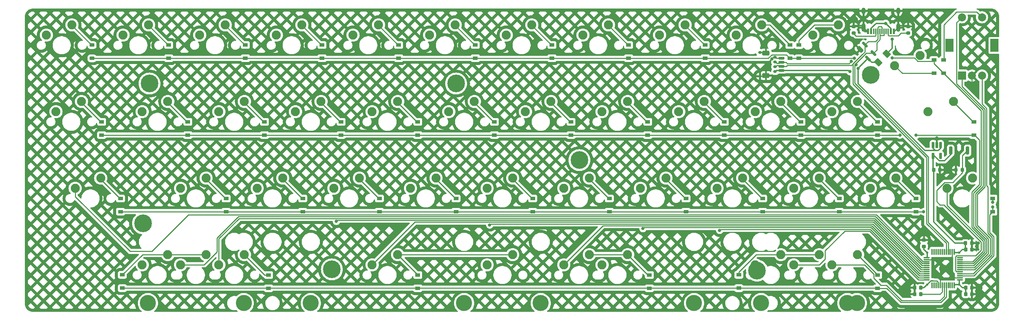
<source format=gbr>
%TF.GenerationSoftware,KiCad,Pcbnew,8.0.8*%
%TF.CreationDate,2025-05-03T21:44:13+02:00*%
%TF.ProjectId,PowerVan JST revision,506f7765-7256-4616-9e20-4a5354207265,rev?*%
%TF.SameCoordinates,Original*%
%TF.FileFunction,Copper,L2,Bot*%
%TF.FilePolarity,Positive*%
%FSLAX46Y46*%
G04 Gerber Fmt 4.6, Leading zero omitted, Abs format (unit mm)*
G04 Created by KiCad (PCBNEW 8.0.8) date 2025-05-03 21:44:13*
%MOMM*%
%LPD*%
G01*
G04 APERTURE LIST*
G04 Aperture macros list*
%AMRoundRect*
0 Rectangle with rounded corners*
0 $1 Rounding radius*
0 $2 $3 $4 $5 $6 $7 $8 $9 X,Y pos of 4 corners*
0 Add a 4 corners polygon primitive as box body*
4,1,4,$2,$3,$4,$5,$6,$7,$8,$9,$2,$3,0*
0 Add four circle primitives for the rounded corners*
1,1,$1+$1,$2,$3*
1,1,$1+$1,$4,$5*
1,1,$1+$1,$6,$7*
1,1,$1+$1,$8,$9*
0 Add four rect primitives between the rounded corners*
20,1,$1+$1,$2,$3,$4,$5,0*
20,1,$1+$1,$4,$5,$6,$7,0*
20,1,$1+$1,$6,$7,$8,$9,0*
20,1,$1+$1,$8,$9,$2,$3,0*%
G04 Aperture macros list end*
%TA.AperFunction,ComponentPad*%
%ADD10C,2.250000*%
%TD*%
%TA.AperFunction,ComponentPad*%
%ADD11R,2.000000X2.000000*%
%TD*%
%TA.AperFunction,ComponentPad*%
%ADD12C,2.000000*%
%TD*%
%TA.AperFunction,ComponentPad*%
%ADD13R,2.000000X3.200000*%
%TD*%
%TA.AperFunction,ComponentPad*%
%ADD14C,4.400000*%
%TD*%
%TA.AperFunction,ComponentPad*%
%ADD15C,4.000000*%
%TD*%
%TA.AperFunction,SMDPad,CuDef*%
%ADD16R,1.200000X0.900000*%
%TD*%
%TA.AperFunction,SMDPad,CuDef*%
%ADD17R,0.600000X1.450000*%
%TD*%
%TA.AperFunction,SMDPad,CuDef*%
%ADD18R,0.300000X1.450000*%
%TD*%
%TA.AperFunction,ComponentPad*%
%ADD19O,1.000000X1.600000*%
%TD*%
%TA.AperFunction,ComponentPad*%
%ADD20O,1.000000X2.100000*%
%TD*%
%TA.AperFunction,SMDPad,CuDef*%
%ADD21RoundRect,0.225000X-0.225000X-0.250000X0.225000X-0.250000X0.225000X0.250000X-0.225000X0.250000X0*%
%TD*%
%TA.AperFunction,SMDPad,CuDef*%
%ADD22RoundRect,0.200000X-0.200000X-0.800000X0.200000X-0.800000X0.200000X0.800000X-0.200000X0.800000X0*%
%TD*%
%TA.AperFunction,SMDPad,CuDef*%
%ADD23RoundRect,0.225000X0.250000X-0.225000X0.250000X0.225000X-0.250000X0.225000X-0.250000X-0.225000X0*%
%TD*%
%TA.AperFunction,SMDPad,CuDef*%
%ADD24RoundRect,0.200000X0.275000X-0.200000X0.275000X0.200000X-0.275000X0.200000X-0.275000X-0.200000X0*%
%TD*%
%TA.AperFunction,SMDPad,CuDef*%
%ADD25RoundRect,0.250001X-0.114905X0.768977X-0.768977X0.114905X0.114905X-0.768977X0.768977X-0.114905X0*%
%TD*%
%TA.AperFunction,SMDPad,CuDef*%
%ADD26RoundRect,0.150000X0.625000X-0.150000X0.625000X0.150000X-0.625000X0.150000X-0.625000X-0.150000X0*%
%TD*%
%TA.AperFunction,SMDPad,CuDef*%
%ADD27RoundRect,0.250000X0.650000X-0.350000X0.650000X0.350000X-0.650000X0.350000X-0.650000X-0.350000X0*%
%TD*%
%TA.AperFunction,SMDPad,CuDef*%
%ADD28RoundRect,0.225000X0.225000X0.250000X-0.225000X0.250000X-0.225000X-0.250000X0.225000X-0.250000X0*%
%TD*%
%TA.AperFunction,SMDPad,CuDef*%
%ADD29RoundRect,0.225000X0.375000X-0.225000X0.375000X0.225000X-0.375000X0.225000X-0.375000X-0.225000X0*%
%TD*%
%TA.AperFunction,SMDPad,CuDef*%
%ADD30RoundRect,0.200000X-0.200000X-0.275000X0.200000X-0.275000X0.200000X0.275000X-0.200000X0.275000X0*%
%TD*%
%TA.AperFunction,SMDPad,CuDef*%
%ADD31RoundRect,0.250000X-0.601041X0.247487X0.247487X-0.601041X0.601041X-0.247487X-0.247487X0.601041X0*%
%TD*%
%TA.AperFunction,SMDPad,CuDef*%
%ADD32RoundRect,0.150000X-0.601041X0.388909X0.388909X-0.601041X0.601041X-0.388909X-0.388909X0.601041X0*%
%TD*%
%TA.AperFunction,SMDPad,CuDef*%
%ADD33RoundRect,0.075000X0.075000X-0.662500X0.075000X0.662500X-0.075000X0.662500X-0.075000X-0.662500X0*%
%TD*%
%TA.AperFunction,SMDPad,CuDef*%
%ADD34RoundRect,0.075000X0.662500X-0.075000X0.662500X0.075000X-0.662500X0.075000X-0.662500X-0.075000X0*%
%TD*%
%TA.AperFunction,SMDPad,CuDef*%
%ADD35RoundRect,0.162500X-0.162500X0.617500X-0.162500X-0.617500X0.162500X-0.617500X0.162500X0.617500X0*%
%TD*%
%TA.AperFunction,SMDPad,CuDef*%
%ADD36RoundRect,0.150000X0.275000X-0.150000X0.275000X0.150000X-0.275000X0.150000X-0.275000X-0.150000X0*%
%TD*%
%TA.AperFunction,SMDPad,CuDef*%
%ADD37RoundRect,0.175000X0.225000X-0.175000X0.225000X0.175000X-0.225000X0.175000X-0.225000X-0.175000X0*%
%TD*%
%TA.AperFunction,ViaPad*%
%ADD38C,0.600000*%
%TD*%
%TA.AperFunction,ViaPad*%
%ADD39C,0.800000*%
%TD*%
%TA.AperFunction,Conductor*%
%ADD40C,0.250000*%
%TD*%
%TA.AperFunction,Conductor*%
%ADD41C,0.350000*%
%TD*%
%TA.AperFunction,Conductor*%
%ADD42C,0.200000*%
%TD*%
G04 APERTURE END LIST*
D10*
%TO.P,K_44,1,COL*%
%TO.N,col10*%
X374015500Y-223679000D03*
%TO.P,K_44,2,ROW*%
%TO.N,Net-(D_44-A)*%
X380365500Y-221139000D03*
%TD*%
%TO.P,K_41,1,COL*%
%TO.N,col6*%
X307340500Y-223679000D03*
%TO.P,K_41,2,ROW*%
%TO.N,Net-(D_41-A)*%
X313690500Y-221139000D03*
%TD*%
%TO.P,K_27,1,COL*%
%TO.N,col1*%
X212090500Y-204629000D03*
%TO.P,K_27,2,ROW*%
%TO.N,Net-(D_27-A)*%
X218440500Y-202089000D03*
%TD*%
%TO.P,K_37,1,COL*%
%TO.N,col11*%
X402590500Y-204629000D03*
%TO.P,K_37,2,ROW*%
%TO.N,Net-(D_37-A)*%
X408940500Y-202089000D03*
%TD*%
%TO.P,K_32,1,COL*%
%TO.N,col6*%
X307340500Y-204629000D03*
%TO.P,K_32,2,ROW*%
%TO.N,Net-(D_32-A)*%
X313690500Y-202089000D03*
%TD*%
%TO.P,K_29,1,COL*%
%TO.N,col3*%
X250190500Y-204629000D03*
%TO.P,K_29,2,ROW*%
%TO.N,Net-(D_29-A)*%
X256540500Y-202089000D03*
%TD*%
%TO.P,K_36,1,COL*%
%TO.N,col10*%
X383540500Y-204629000D03*
%TO.P,K_36,2,ROW*%
%TO.N,Net-(D_36-A)*%
X389890500Y-202089000D03*
%TD*%
%TO.P,K_34,1,COL*%
%TO.N,col8*%
X345440500Y-204629000D03*
%TO.P,K_34,2,ROW*%
%TO.N,Net-(D_34-A)*%
X351790500Y-202089000D03*
%TD*%
%TO.P,K_28,1,COL*%
%TO.N,col2*%
X231140500Y-204629000D03*
%TO.P,K_28,2,ROW*%
%TO.N,Net-(D_28-A)*%
X237490500Y-202089000D03*
%TD*%
%TO.P,K_40,1,COL*%
%TO.N,col4*%
X259715500Y-223679000D03*
%TO.P,K_40,2,ROW*%
%TO.N,Net-(D_40-A)*%
X266065500Y-221139000D03*
%TD*%
%TO.P,K_35,1,COL*%
%TO.N,col9*%
X364490500Y-204629000D03*
%TO.P,K_35,2,ROW*%
%TO.N,Net-(D_35-A)*%
X370840500Y-202089000D03*
%TD*%
D11*
%TO.P,SW_1,A,A*%
%TO.N,rotA*%
X406286200Y-176612800D03*
D12*
%TO.P,SW_1,B,B*%
%TO.N,rotB*%
X411286200Y-176612800D03*
%TO.P,SW_1,C,C*%
%TO.N,GND*%
X408786200Y-176612800D03*
D13*
%TO.P,SW_1,MP*%
%TO.N,N/C*%
X403186200Y-169112800D03*
X414386200Y-169112800D03*
D12*
%TO.P,SW_1,S1,S1*%
%TO.N,Net-(D_13-A)*%
X411286200Y-162112800D03*
%TO.P,SW_1,S2,S2*%
%TO.N,col12*%
X406286200Y-162112800D03*
%TD*%
D10*
%TO.P,K_43,1,COL*%
%TO.N,col9*%
X364490500Y-223679000D03*
%TO.P,K_43,2,ROW*%
%TO.N,Net-(D_42-A)*%
X370840500Y-221139000D03*
%TD*%
%TO.P,K_42,1,COL*%
%TO.N,col9*%
X354965500Y-223679000D03*
%TO.P,K_42,2,ROW*%
%TO.N,Net-(D_42-A)*%
X361315500Y-221139000D03*
%TD*%
%TO.P,K_39,1,COL*%
%TO.N,col1*%
X202565500Y-223679000D03*
%TO.P,K_39,2,ROW*%
%TO.N,Net-(D_39-A)*%
X208915500Y-221139000D03*
%TD*%
%TO.P,K_38,1,COL*%
%TO.N,col2*%
X221615500Y-223679000D03*
%TO.P,K_38,2,ROW*%
%TO.N,Net-(D_38-A)*%
X227965500Y-221139000D03*
%TD*%
%TO.P,K_33,1,COL*%
%TO.N,col7*%
X326390500Y-204629000D03*
%TO.P,K_33,2,ROW*%
%TO.N,Net-(D_33-A)*%
X332740500Y-202089000D03*
%TD*%
%TO.P,K_30,1,COL*%
%TO.N,col4*%
X269240500Y-204629000D03*
%TO.P,K_30,2,ROW*%
%TO.N,Net-(D_30-A)*%
X275590500Y-202089000D03*
%TD*%
%TO.P,K_1,1,COL*%
%TO.N,col0*%
X178753000Y-166529000D03*
%TO.P,K_1,2,ROW*%
%TO.N,Net-(D_1-A)*%
X185103000Y-163989000D03*
%TD*%
%TO.P,K_24,1,COL*%
%TO.N,col10*%
X374015500Y-185579000D03*
%TO.P,K_24,2,ROW*%
%TO.N,Net-(D_24-A)*%
X380365500Y-183039000D03*
%TD*%
%TO.P,K_16,1,COL*%
%TO.N,col2*%
X221615500Y-185579000D03*
%TO.P,K_16,2,ROW*%
%TO.N,Net-(D_16-A)*%
X227965500Y-183039000D03*
%TD*%
%TO.P,K_15,1,COL*%
%TO.N,col1*%
X202565500Y-185579000D03*
%TO.P,K_15,2,ROW*%
%TO.N,Net-(D_15-A)*%
X208915500Y-183039000D03*
%TD*%
%TO.P,K_14,1,COL*%
%TO.N,col0*%
X181134250Y-185579000D03*
%TO.P,K_14,2,ROW*%
%TO.N,Net-(D_14-A)*%
X187484250Y-183039000D03*
%TD*%
%TO.P,K_10,1,COL*%
%TO.N,col9*%
X350203000Y-166529000D03*
%TO.P,K_10,2,ROW*%
%TO.N,Net-(D_10-A)*%
X356553000Y-163989000D03*
%TD*%
%TO.P,K_8,1,COL*%
%TO.N,col7*%
X312103000Y-166529000D03*
%TO.P,K_8,2,ROW*%
%TO.N,Net-(D_8-A)*%
X318453000Y-163989000D03*
%TD*%
%TO.P,K_4,1,COL*%
%TO.N,col3*%
X235903000Y-166529000D03*
%TO.P,K_4,2,ROW*%
%TO.N,Net-(D_4-A)*%
X242253000Y-163989000D03*
%TD*%
%TO.P,K_6,1,COL*%
%TO.N,col5*%
X274003000Y-166529000D03*
%TO.P,K_6,2,ROW*%
%TO.N,Net-(D_6-A)*%
X280353000Y-163989000D03*
%TD*%
%TO.P,K_12,1,COL*%
%TO.N,col11*%
X395923000Y-171609000D03*
%TO.P,K_12,2,ROW*%
%TO.N,Net-(D_12-A)*%
X389573000Y-174149000D03*
%TD*%
%TO.P,K_11,1,COL*%
%TO.N,col10*%
X369253000Y-166529000D03*
%TO.P,K_11,2,ROW*%
%TO.N,Net-(D_11-A)*%
X375603000Y-163989000D03*
%TD*%
%TO.P,K_3,1,COL*%
%TO.N,col2*%
X216853000Y-166529000D03*
%TO.P,K_3,2,ROW*%
%TO.N,Net-(D_3-A)*%
X223203000Y-163989000D03*
%TD*%
%TO.P,K_18,1,COL*%
%TO.N,col4*%
X259715500Y-185579000D03*
%TO.P,K_18,2,ROW*%
%TO.N,Net-(D_18-A)*%
X266065500Y-183039000D03*
%TD*%
%TO.P,K_9,1,COL*%
%TO.N,col8*%
X331153000Y-166529000D03*
%TO.P,K_9,2,ROW*%
%TO.N,Net-(D_9-A)*%
X337503000Y-163989000D03*
%TD*%
%TO.P,K_25,1,COL*%
%TO.N,col11*%
X397828000Y-185579000D03*
%TO.P,K_25,2,ROW*%
%TO.N,Net-(D_25-A)*%
X404178000Y-183039000D03*
%TD*%
%TO.P,K_21,1,COL*%
%TO.N,col7*%
X316865500Y-185579000D03*
%TO.P,K_21,2,ROW*%
%TO.N,Net-(D_21-A)*%
X323215500Y-183039000D03*
%TD*%
%TO.P,K_19,1,COL*%
%TO.N,col5*%
X278765500Y-185579000D03*
%TO.P,K_19,2,ROW*%
%TO.N,Net-(D_19-A)*%
X285115500Y-183039000D03*
%TD*%
%TO.P,K_2,1,COL*%
%TO.N,col1*%
X197803000Y-166529000D03*
%TO.P,K_2,2,ROW*%
%TO.N,Net-(D_2-A)*%
X204153000Y-163989000D03*
%TD*%
%TO.P,K_7,1,COL*%
%TO.N,col6*%
X293053000Y-166529000D03*
%TO.P,K_7,2,ROW*%
%TO.N,Net-(D_7-A)*%
X299403000Y-163989000D03*
%TD*%
%TO.P,K_17,1,COL*%
%TO.N,col3*%
X240665500Y-185579000D03*
%TO.P,K_17,2,ROW*%
%TO.N,Net-(D_17-A)*%
X247015500Y-183039000D03*
%TD*%
%TO.P,K_22,1,COL*%
%TO.N,col8*%
X335915500Y-185579000D03*
%TO.P,K_22,2,ROW*%
%TO.N,Net-(D_22-A)*%
X342265500Y-183039000D03*
%TD*%
%TO.P,K_20,1,COL*%
%TO.N,col6*%
X297815500Y-185579000D03*
%TO.P,K_20,2,ROW*%
%TO.N,Net-(D_20-A)*%
X304165500Y-183039000D03*
%TD*%
%TO.P,K_5,1,COL*%
%TO.N,col4*%
X254953000Y-166529000D03*
%TO.P,K_5,2,ROW*%
%TO.N,Net-(D_5-A)*%
X261303000Y-163989000D03*
%TD*%
%TO.P,K_26,1,COL*%
%TO.N,col0*%
X185896750Y-204629000D03*
%TO.P,K_26,2,ROW*%
%TO.N,Net-(D_26-A)*%
X192246750Y-202089000D03*
%TD*%
D14*
%TO.P,H2,1,1*%
%TO.N,unconnected-(H2-Pad1)*%
X202762500Y-213367750D03*
%TD*%
%TO.P,H3,1,1*%
%TO.N,unconnected-(H3-Pad1)*%
X249712500Y-224817750D03*
%TD*%
%TO.P,H4,1,1*%
%TO.N,unconnected-(H4-Pad1)*%
X280562500Y-178594000D03*
%TD*%
%TO.P,H5,1,1*%
%TO.N,unconnected-(H5-Pad1)*%
X311212500Y-197644000D03*
%TD*%
%TO.P,H6,1,1*%
%TO.N,unconnected-(H6-Pad1)*%
X383612500Y-176467750D03*
%TD*%
%TO.P,H1,1,1*%
%TO.N,unconnected-(H1-Pad1)*%
X204362500Y-178593750D03*
%TD*%
D10*
%TO.P,K_23,1,COL*%
%TO.N,col9*%
X354954400Y-185577800D03*
%TO.P,K_23,2,ROW*%
%TO.N,Net-(D_23-A)*%
X361304400Y-183037800D03*
%TD*%
%TO.P,K_31,1,COL*%
%TO.N,col5*%
X288290500Y-204629000D03*
%TO.P,K_31,2,ROW*%
%TO.N,Net-(D_31-A)*%
X294640500Y-202089000D03*
%TD*%
D14*
%TO.P,H6,1*%
%TO.N,N/C*%
X355369250Y-225103000D03*
%TD*%
D15*
%TO.P,S1,*%
%TO.N,*%
X227806750Y-233204000D03*
X203994250Y-233204000D03*
%TD*%
%TO.P,S5,*%
%TO.N,*%
X282575500Y-233204000D03*
X244475500Y-233204000D03*
%TD*%
%TO.P,S4,*%
%TO.N,*%
X339725500Y-233204000D03*
X301625500Y-233204000D03*
%TD*%
%TO.P,S2,*%
%TO.N,*%
X377825500Y-233204000D03*
X244475500Y-233204000D03*
%TD*%
D10*
%TO.P,K_46,1,COL*%
%TO.N,col1*%
X212090500Y-223679000D03*
%TO.P,K_46,2,ROW*%
%TO.N,Net-(D_39-A)*%
X218440500Y-221139000D03*
%TD*%
D15*
%TO.P,S6,*%
%TO.N,*%
X339725500Y-233204000D03*
X244475500Y-233204000D03*
%TD*%
%TO.P,S3,*%
%TO.N,*%
X380206750Y-233204000D03*
X356394250Y-233204000D03*
%TD*%
D10*
%TO.P,K_13,1,COL*%
%TO.N,col6*%
X316865500Y-223679000D03*
%TO.P,K_13,2,ROW*%
%TO.N,Net-(D_41-A)*%
X323215500Y-221139000D03*
%TD*%
%TO.P,K_45,1,COL*%
%TO.N,col4*%
X288290500Y-223679000D03*
%TO.P,K_45,2,ROW*%
%TO.N,Net-(D_40-A)*%
X294640500Y-221139000D03*
%TD*%
D16*
%TO.P,D_37,1,K*%
%TO.N,row2*%
X413957000Y-210470000D03*
%TO.P,D_37,2,A*%
%TO.N,Net-(D_37-A)*%
X413957000Y-207170000D03*
%TD*%
%TO.P,D_41,1,K*%
%TO.N,row3*%
X328613000Y-229512000D03*
%TO.P,D_41,2,A*%
%TO.N,Net-(D_41-A)*%
X328613000Y-226212000D03*
%TD*%
%TO.P,D_36,1,K*%
%TO.N,row2*%
X394859500Y-210462000D03*
%TO.P,D_36,2,A*%
%TO.N,Net-(D_36-A)*%
X394859500Y-207162000D03*
%TD*%
%TO.P,D_40,1,K*%
%TO.N,row3*%
X271034500Y-229512000D03*
%TO.P,D_40,2,A*%
%TO.N,Net-(D_40-A)*%
X271034500Y-226212000D03*
%TD*%
%TO.P,D_39,1,K*%
%TO.N,row3*%
X197644250Y-229456500D03*
%TO.P,D_39,2,A*%
%TO.N,Net-(D_39-A)*%
X197644250Y-226156500D03*
%TD*%
%TO.P,D_38,1,K*%
%TO.N,row3*%
X233950500Y-229512000D03*
%TO.P,D_38,2,A*%
%TO.N,Net-(D_38-A)*%
X233950500Y-226212000D03*
%TD*%
%TO.P,D_42,1,K*%
%TO.N,row3*%
X350838000Y-229456500D03*
%TO.P,D_42,2,A*%
%TO.N,Net-(D_42-A)*%
X350838000Y-226156500D03*
%TD*%
%TO.P,D_44,1,K*%
%TO.N,row3*%
X385334500Y-229512000D03*
%TO.P,D_44,2,A*%
%TO.N,Net-(D_44-A)*%
X385334500Y-226212000D03*
%TD*%
%TO.P,D_18,1,K*%
%TO.N,row1*%
X271034500Y-191412000D03*
%TO.P,D_18,2,A*%
%TO.N,Net-(D_18-A)*%
X271034500Y-188112000D03*
%TD*%
%TO.P,D_25,1,K*%
%TO.N,row1*%
X409258000Y-191412000D03*
%TO.P,D_25,2,A*%
%TO.N,Net-(D_25-A)*%
X409258000Y-188112000D03*
%TD*%
%TO.P,D_29,1,K*%
%TO.N,row2*%
X261509500Y-210462000D03*
%TO.P,D_29,2,A*%
%TO.N,Net-(D_29-A)*%
X261509500Y-207162000D03*
%TD*%
%TO.P,D_35,1,K*%
%TO.N,row2*%
X375809500Y-210462000D03*
%TO.P,D_35,2,A*%
%TO.N,Net-(D_35-A)*%
X375809500Y-207162000D03*
%TD*%
%TO.P,D_34,1,K*%
%TO.N,row2*%
X356759500Y-210462000D03*
%TO.P,D_34,2,A*%
%TO.N,Net-(D_34-A)*%
X356759500Y-207162000D03*
%TD*%
%TO.P,D_30,1,K*%
%TO.N,row2*%
X280559500Y-210462000D03*
%TO.P,D_30,2,A*%
%TO.N,Net-(D_30-A)*%
X280559500Y-207162000D03*
%TD*%
%TO.P,D_33,1,K*%
%TO.N,row2*%
X337709500Y-210462000D03*
%TO.P,D_33,2,A*%
%TO.N,Net-(D_33-A)*%
X337709500Y-207162000D03*
%TD*%
%TO.P,D_14,1,K*%
%TO.N,row1*%
X192469000Y-191412000D03*
%TO.P,D_14,2,A*%
%TO.N,Net-(D_14-A)*%
X192469000Y-188112000D03*
%TD*%
%TO.P,D_32,1,K*%
%TO.N,row2*%
X318659500Y-210462000D03*
%TO.P,D_32,2,A*%
%TO.N,Net-(D_32-A)*%
X318659500Y-207162000D03*
%TD*%
%TO.P,D_28,1,K*%
%TO.N,row2*%
X242459500Y-210462000D03*
%TO.P,D_28,2,A*%
%TO.N,Net-(D_28-A)*%
X242459500Y-207162000D03*
%TD*%
%TO.P,D_23,1,K*%
%TO.N,row1*%
X366284500Y-191412000D03*
%TO.P,D_23,2,A*%
%TO.N,Net-(D_23-A)*%
X366284500Y-188112000D03*
%TD*%
%TO.P,D_16,1,K*%
%TO.N,row1*%
X232934500Y-191412000D03*
%TO.P,D_16,2,A*%
%TO.N,Net-(D_16-A)*%
X232934500Y-188112000D03*
%TD*%
%TO.P,D_15,1,K*%
%TO.N,row1*%
X213884500Y-191412000D03*
%TO.P,D_15,2,A*%
%TO.N,Net-(D_15-A)*%
X213884500Y-188112000D03*
%TD*%
%TO.P,D_22,1,K*%
%TO.N,row1*%
X347234500Y-191412000D03*
%TO.P,D_22,2,A*%
%TO.N,Net-(D_22-A)*%
X347234500Y-188112000D03*
%TD*%
%TO.P,D_19,1,K*%
%TO.N,row1*%
X290084500Y-191412000D03*
%TO.P,D_19,2,A*%
%TO.N,Net-(D_19-A)*%
X290084500Y-188112000D03*
%TD*%
%TO.P,D_20,1,K*%
%TO.N,row1*%
X309134500Y-191412000D03*
%TO.P,D_20,2,A*%
%TO.N,Net-(D_20-A)*%
X309134500Y-188112000D03*
%TD*%
%TO.P,D_31,1,K*%
%TO.N,row2*%
X299609500Y-210462000D03*
%TO.P,D_31,2,A*%
%TO.N,Net-(D_31-A)*%
X299609500Y-207162000D03*
%TD*%
%TO.P,D_27,1,K*%
%TO.N,row2*%
X223409500Y-210462000D03*
%TO.P,D_27,2,A*%
%TO.N,Net-(D_27-A)*%
X223409500Y-207162000D03*
%TD*%
%TO.P,D_24,1,K*%
%TO.N,row1*%
X385334500Y-191412000D03*
%TO.P,D_24,2,A*%
%TO.N,Net-(D_24-A)*%
X385334500Y-188112000D03*
%TD*%
%TO.P,D_21,1,K*%
%TO.N,row1*%
X328184500Y-191412000D03*
%TO.P,D_21,2,A*%
%TO.N,Net-(D_21-A)*%
X328184500Y-188112000D03*
%TD*%
%TO.P,D_17,1,K*%
%TO.N,row1*%
X251984500Y-191412000D03*
%TO.P,D_17,2,A*%
%TO.N,Net-(D_17-A)*%
X251984500Y-188112000D03*
%TD*%
%TO.P,D_9,1,K*%
%TO.N,row0*%
X342503750Y-172298500D03*
%TO.P,D_9,2,A*%
%TO.N,Net-(D_9-A)*%
X342503750Y-168998500D03*
%TD*%
%TO.P,D_12,1,K*%
%TO.N,row0*%
X399352000Y-172753000D03*
%TO.P,D_12,2,A*%
%TO.N,Net-(D_12-A)*%
X399352000Y-176053000D03*
%TD*%
%TO.P,D_11,1,K*%
%TO.N,row0*%
X365770000Y-172306500D03*
%TO.P,D_11,2,A*%
%TO.N,Net-(D_11-A)*%
X365770000Y-169006500D03*
%TD*%
%TO.P,D_8,1,K*%
%TO.N,row0*%
X323453750Y-172298500D03*
%TO.P,D_8,2,A*%
%TO.N,Net-(D_8-A)*%
X323453750Y-168998500D03*
%TD*%
%TO.P,D_2,1,K*%
%TO.N,row0*%
X209153750Y-172298500D03*
%TO.P,D_2,2,A*%
%TO.N,Net-(D_2-A)*%
X209153750Y-168998500D03*
%TD*%
%TO.P,D_7,1,K*%
%TO.N,row0*%
X304403750Y-172298500D03*
%TO.P,D_7,2,A*%
%TO.N,Net-(D_7-A)*%
X304403750Y-168998500D03*
%TD*%
%TO.P,D_6,1,K*%
%TO.N,row0*%
X285353750Y-172298500D03*
%TO.P,D_6,2,A*%
%TO.N,Net-(D_6-A)*%
X285353750Y-168998500D03*
%TD*%
%TO.P,D_5,1,K*%
%TO.N,row0*%
X266303750Y-172298500D03*
%TO.P,D_5,2,A*%
%TO.N,Net-(D_5-A)*%
X266303750Y-168998500D03*
%TD*%
%TO.P,D_3,1,K*%
%TO.N,row0*%
X228203750Y-172298500D03*
%TO.P,D_3,2,A*%
%TO.N,Net-(D_3-A)*%
X228203750Y-168998500D03*
%TD*%
%TO.P,D_4,1,K*%
%TO.N,row0*%
X247253750Y-172298500D03*
%TO.P,D_4,2,A*%
%TO.N,Net-(D_4-A)*%
X247253750Y-168998500D03*
%TD*%
%TO.P,D_13,1,K*%
%TO.N,row0*%
X401765000Y-176053000D03*
%TO.P,D_13,2,A*%
%TO.N,Net-(D_13-A)*%
X401765000Y-172753000D03*
%TD*%
%TO.P,D_10,1,K*%
%TO.N,row0*%
X363538000Y-172298500D03*
%TO.P,D_10,2,A*%
%TO.N,Net-(D_10-A)*%
X363538000Y-168998500D03*
%TD*%
%TO.P,D_26,1,K*%
%TO.N,row2*%
X197168000Y-210462000D03*
%TO.P,D_26,2,A*%
%TO.N,Net-(D_26-A)*%
X197168000Y-207162000D03*
%TD*%
D17*
%TO.P,J2,A1,GND*%
%TO.N,GND*%
X382909500Y-165600250D03*
%TO.P,J2,A4,VBUS*%
%TO.N,VBUS*%
X383709500Y-165600250D03*
D18*
%TO.P,J2,A5,CC1*%
%TO.N,Net-(J2-CC1)*%
X384909500Y-165600250D03*
%TO.P,J2,A6,D+*%
%TO.N,D+*%
X385909500Y-165600250D03*
%TO.P,J2,A7,D-*%
%TO.N,D-*%
X386409500Y-165600250D03*
%TO.P,J2,A8,SBU1*%
%TO.N,unconnected-(J2-SBU1-PadA8)*%
X387409500Y-165600250D03*
D17*
%TO.P,J2,A9,VBUS*%
%TO.N,VBUS*%
X388609500Y-165600250D03*
%TO.P,J2,A12,GND*%
%TO.N,GND*%
X389409500Y-165600250D03*
%TO.P,J2,B1,GND*%
X389409500Y-165600250D03*
%TO.P,J2,B4,VBUS*%
%TO.N,VBUS*%
X388609500Y-165600250D03*
D18*
%TO.P,J2,B5,CC2*%
%TO.N,Net-(J2-CC2)*%
X387909500Y-165600250D03*
%TO.P,J2,B6,D+*%
%TO.N,D+*%
X386909500Y-165600250D03*
%TO.P,J2,B7,D-*%
%TO.N,D-*%
X385409500Y-165600250D03*
%TO.P,J2,B8,SBU2*%
%TO.N,unconnected-(J2-SBU2-PadB8)*%
X384409500Y-165600250D03*
D17*
%TO.P,J2,B9,VBUS*%
%TO.N,VBUS*%
X383709500Y-165600250D03*
%TO.P,J2,B12,GND*%
%TO.N,GND*%
X382909500Y-165600250D03*
D19*
%TO.P,J2,S1,SHIELD*%
X381839500Y-160505250D03*
D20*
X381839500Y-164685250D03*
D19*
X390479500Y-160505250D03*
D20*
X390479500Y-164685250D03*
%TD*%
D21*
%TO.P,C14,1*%
%TO.N,+3.3V*%
X407213000Y-230981500D03*
%TO.P,C14,2*%
%TO.N,GND*%
X408763000Y-230981500D03*
%TD*%
D22*
%TO.P,SW2,1,1*%
%TO.N,+3.3V*%
X403506750Y-195262750D03*
%TO.P,SW2,2,2*%
%TO.N,BOOT0*%
X407706750Y-195262750D03*
%TD*%
D23*
%TO.P,C12,1*%
%TO.N,+3.3V*%
X396875500Y-219075250D03*
%TO.P,C12,2*%
%TO.N,GND*%
X396875500Y-217525250D03*
%TD*%
D24*
%TO.P,R8,1*%
%TO.N,Net-(J2-CC2)*%
X392906750Y-166025250D03*
%TO.P,R8,2*%
%TO.N,GND*%
X392906750Y-164375250D03*
%TD*%
D25*
%TO.P,F2,1*%
%TO.N,VBUS*%
X387608571Y-171192179D03*
%TO.P,F2,2*%
%TO.N,+5V*%
X385504929Y-173295821D03*
%TD*%
D26*
%TO.P,J3,1,Pin_1*%
%TO.N,+5V*%
X361462803Y-175331500D03*
%TO.P,J3,2,Pin_2*%
%TO.N,D-*%
X361462803Y-174331500D03*
%TO.P,J3,3,Pin_3*%
%TO.N,D+*%
X361462803Y-173331500D03*
%TO.P,J3,4,Pin_4*%
%TO.N,GND*%
X361462803Y-172331500D03*
D27*
%TO.P,J3,MP,MountPin*%
X357587803Y-176631500D03*
X357587803Y-171031500D03*
%TD*%
D24*
%TO.P,R7,1*%
%TO.N,Net-(J2-CC1)*%
X379413000Y-166025250D03*
%TO.P,R7,2*%
%TO.N,GND*%
X379413000Y-164375250D03*
%TD*%
D21*
%TO.P,C10,1*%
%TO.N,+3.3V*%
X399275500Y-200025250D03*
%TO.P,C10,2*%
%TO.N,GND*%
X400825500Y-200025250D03*
%TD*%
D28*
%TO.P,C17,1*%
%TO.N,NRST*%
X396063000Y-230981500D03*
%TO.P,C17,2*%
%TO.N,GND*%
X394513000Y-230981500D03*
%TD*%
D21*
%TO.P,C13,1*%
%TO.N,+3.3V*%
X407213000Y-229394000D03*
%TO.P,C13,2*%
%TO.N,GND*%
X408763000Y-229394000D03*
%TD*%
D29*
%TO.P,D_1,1,K*%
%TO.N,row0*%
X190100500Y-172306500D03*
%TO.P,D_1,2,A*%
%TO.N,Net-(D_1-A)*%
X190100500Y-169006500D03*
%TD*%
D30*
%TO.P,R9,1*%
%TO.N,GND*%
X404781750Y-200025250D03*
%TO.P,R9,2*%
%TO.N,BOOT0*%
X406431750Y-200025250D03*
%TD*%
D31*
%TO.P,U6,1,GND*%
%TO.N,GND*%
X380997010Y-170126170D03*
D32*
%TO.P,U6,2,I/O1*%
%TO.N,D-*%
X382199091Y-168924088D03*
%TO.P,U6,3,I/O2*%
%TO.N,D+*%
X384320412Y-171045409D03*
%TO.P,U6,4,VCC*%
%TO.N,+5V*%
X382976909Y-172388912D03*
%TD*%
D28*
%TO.P,C15,1*%
%TO.N,+3.3V*%
X396063000Y-229394000D03*
%TO.P,C15,2*%
%TO.N,GND*%
X394513000Y-229394000D03*
%TD*%
D21*
%TO.P,C11,1*%
%TO.N,+3.3V*%
X407213000Y-219869000D03*
%TO.P,C11,2*%
%TO.N,GND*%
X408763000Y-219869000D03*
%TD*%
D33*
%TO.P,U4,1,VBAT*%
%TO.N,+3.3V*%
X404388000Y-228794000D03*
%TO.P,U4,2,PC13*%
%TO.N,unconnected-(U4-PC13-Pad2)*%
X403888000Y-228794000D03*
%TO.P,U4,3,PC14*%
%TO.N,unconnected-(U4-PC14-Pad3)*%
X403388000Y-228794000D03*
%TO.P,U4,4,PC15*%
%TO.N,unconnected-(U4-PC15-Pad4)*%
X402888000Y-228794000D03*
%TO.P,U4,5,PF0*%
%TO.N,row3*%
X402388000Y-228794000D03*
%TO.P,U4,6,PF1*%
%TO.N,col10*%
X401888000Y-228794000D03*
%TO.P,U4,7,NRST*%
%TO.N,NRST*%
X401388000Y-228794000D03*
%TO.P,U4,8,VSSA*%
%TO.N,GND*%
X400888000Y-228794000D03*
%TO.P,U4,9,VDDA*%
%TO.N,+3.3V*%
X400388000Y-228794000D03*
%TO.P,U4,10,PA0*%
%TO.N,unconnected-(U4-PA0-Pad10)*%
X399888000Y-228794000D03*
%TO.P,U4,11,PA1*%
%TO.N,unconnected-(U4-PA1-Pad11)*%
X399388000Y-228794000D03*
%TO.P,U4,12,PA2*%
%TO.N,unconnected-(U4-PA2-Pad12)*%
X398888000Y-228794000D03*
D34*
%TO.P,U4,13,PA3*%
%TO.N,col9*%
X397475500Y-227381500D03*
%TO.P,U4,14,PA4*%
%TO.N,col8*%
X397475500Y-226881500D03*
%TO.P,U4,15,PA5*%
%TO.N,col7*%
X397475500Y-226381500D03*
%TO.P,U4,16,PA6*%
%TO.N,col6*%
X397475500Y-225881500D03*
%TO.P,U4,17,PA7*%
%TO.N,col5*%
X397475500Y-225381500D03*
%TO.P,U4,18,PB0*%
%TO.N,col4*%
X397475500Y-224881500D03*
%TO.P,U4,19,PB1*%
%TO.N,col3*%
X397475500Y-224381500D03*
%TO.P,U4,20,PB2*%
%TO.N,col2*%
X397475500Y-223881500D03*
%TO.P,U4,21,PB10*%
%TO.N,col1*%
X397475500Y-223381500D03*
%TO.P,U4,22,PB11*%
%TO.N,col0*%
X397475500Y-222881500D03*
%TO.P,U4,23,VSS*%
%TO.N,GND*%
X397475500Y-222381500D03*
%TO.P,U4,24,VDD*%
%TO.N,+3.3V*%
X397475500Y-221881500D03*
D33*
%TO.P,U4,25,PB12*%
%TO.N,unconnected-(U4-PB12-Pad25)*%
X398888000Y-220469000D03*
%TO.P,U4,26,PB13*%
%TO.N,unconnected-(U4-PB13-Pad26)*%
X399388000Y-220469000D03*
%TO.P,U4,27,PB14*%
%TO.N,unconnected-(U4-PB14-Pad27)*%
X399888000Y-220469000D03*
%TO.P,U4,28,PB15*%
%TO.N,unconnected-(U4-PB15-Pad28)*%
X400388000Y-220469000D03*
%TO.P,U4,29,PA8*%
%TO.N,unconnected-(U4-PA8-Pad29)*%
X400888000Y-220469000D03*
%TO.P,U4,30,PA9*%
%TO.N,unconnected-(U4-PA9-Pad30)*%
X401388000Y-220469000D03*
%TO.P,U4,31,PA10*%
%TO.N,unconnected-(U4-PA10-Pad31)*%
X401888000Y-220469000D03*
%TO.P,U4,32,PA11*%
%TO.N,D-*%
X402388000Y-220469000D03*
%TO.P,U4,33,PA12*%
%TO.N,D+*%
X402888000Y-220469000D03*
%TO.P,U4,34,PA13*%
%TO.N,unconnected-(U4-PA13-Pad34)*%
X403388000Y-220469000D03*
%TO.P,U4,35,VSS*%
%TO.N,GND*%
X403888000Y-220469000D03*
%TO.P,U4,36,VDDIO2*%
%TO.N,+3.3V*%
X404388000Y-220469000D03*
D34*
%TO.P,U4,37,PA14*%
%TO.N,unconnected-(U4-PA14-Pad37)*%
X405800500Y-221881500D03*
%TO.P,U4,38,PA15*%
%TO.N,unconnected-(U4-PA15-Pad38)*%
X405800500Y-222381500D03*
%TO.P,U4,39,PB3*%
%TO.N,col11*%
X405800500Y-222881500D03*
%TO.P,U4,40,PB4*%
%TO.N,row1*%
X405800500Y-223381500D03*
%TO.P,U4,41,PB5*%
%TO.N,row0*%
X405800500Y-223881500D03*
%TO.P,U4,42,PB6*%
%TO.N,col12*%
X405800500Y-224381500D03*
%TO.P,U4,43,PB7*%
%TO.N,rotA*%
X405800500Y-224881500D03*
%TO.P,U4,44,BOOT0*%
%TO.N,BOOT0*%
X405800500Y-225381500D03*
%TO.P,U4,45,PB8*%
%TO.N,rotB*%
X405800500Y-225881500D03*
%TO.P,U4,46,PB9*%
%TO.N,row2*%
X405800500Y-226381500D03*
%TO.P,U4,47,VSS*%
%TO.N,GND*%
X405800500Y-226881500D03*
%TO.P,U4,48,VDD*%
%TO.N,+3.3V*%
X405800500Y-227381500D03*
%TD*%
D21*
%TO.P,C16,1*%
%TO.N,+3.3V*%
X407194250Y-218281500D03*
%TO.P,C16,2*%
%TO.N,GND*%
X408744250Y-218281500D03*
%TD*%
D35*
%TO.P,U5,1,VIN*%
%TO.N,+5V*%
X399100500Y-193912750D03*
%TO.P,U5,2,GND*%
%TO.N,GND*%
X400050500Y-193912750D03*
%TO.P,U5,3,EN*%
%TO.N,+5V*%
X401000500Y-193912750D03*
%TO.P,U5,4,NC*%
%TO.N,unconnected-(U5-NC-Pad4)*%
X401000500Y-196612750D03*
%TO.P,U5,5,VOUT*%
%TO.N,+3.3V*%
X399100500Y-196612750D03*
%TD*%
D36*
%TO.P,J4,1,Pin_1*%
%TO.N,+5V*%
X359856750Y-175631500D03*
%TO.P,J4,2,Pin_2*%
%TO.N,D-*%
X359856750Y-174431500D03*
%TO.P,J4,3,Pin_3*%
%TO.N,D+*%
X359856750Y-173231500D03*
%TO.P,J4,4,Pin_4*%
%TO.N,GND*%
X359856750Y-172031500D03*
D37*
%TO.P,J4,MP,MountPin*%
X356081750Y-176781500D03*
X356081750Y-170881500D03*
%TD*%
D38*
%TO.N,GND*%
X410369250Y-229394000D03*
D39*
X392906750Y-162819000D03*
X379413000Y-162819000D03*
D38*
X410369250Y-230981500D03*
X401638000Y-224631500D03*
D39*
X410350500Y-218281500D03*
X380067479Y-171058837D03*
D38*
X396875500Y-215919000D03*
D39*
X402431750Y-200025250D03*
X408781750Y-178594000D03*
X400050500Y-192137000D03*
D38*
X410369250Y-219869000D03*
D39*
X403225500Y-200025250D03*
D38*
X392906750Y-230981500D03*
X392906750Y-229394000D03*
D39*
X359045745Y-172418964D03*
%TO.N,col3*%
X250825500Y-212862000D03*
%TO.N,col5*%
X288925500Y-213762000D03*
%TO.N,col7*%
X327025500Y-214662000D03*
%TO.N,col8*%
X346075500Y-215112000D03*
%TO.N,row0*%
X388938000Y-172244000D03*
X379595302Y-172305694D03*
%TO.N,row1*%
X390891220Y-191415726D03*
X394916418Y-191413902D03*
%TO.N,row2*%
X396785150Y-210465861D03*
X413968721Y-209309984D03*
D38*
%TO.N,+3.3V*%
X405606750Y-228600250D03*
X397669250Y-220662750D03*
X405606750Y-220662750D03*
X397669250Y-228600250D03*
D39*
%TO.N,Net-(D_37-A)*%
X413959493Y-208101164D03*
%TO.N,+5V*%
X378463000Y-175631225D03*
X380465164Y-174828785D03*
%TO.N,D+*%
X378807150Y-173093847D03*
X380016555Y-173935054D03*
%TO.N,VBUS*%
X388938000Y-167581500D03*
X387350500Y-163612750D03*
%TD*%
D40*
%TO.N,Net-(D_11-A)*%
X365770000Y-167865998D02*
X365770000Y-169006500D01*
X367624374Y-166011624D02*
X365770000Y-167865998D01*
X367624374Y-166011624D02*
X369646998Y-163989000D01*
%TO.N,GND*%
X357437803Y-176781500D02*
X357587803Y-176631500D01*
X356081750Y-176781500D02*
X357437803Y-176781500D01*
X357437803Y-170881500D02*
X357587803Y-171031500D01*
X356081750Y-170881500D02*
X357437803Y-170881500D01*
D41*
X409006750Y-218281500D02*
X410350500Y-218281500D01*
X382754500Y-165600250D02*
X381839500Y-164685250D01*
D40*
X408786200Y-176612800D02*
X408786200Y-178589550D01*
X361462803Y-172331500D02*
X360156750Y-172331500D01*
D41*
X409025500Y-229394000D02*
X410369250Y-229394000D01*
D40*
X399388000Y-222381500D02*
X401638000Y-224631500D01*
D41*
X392906750Y-164200250D02*
X390964500Y-164200250D01*
X394250500Y-229394000D02*
X392906750Y-229394000D01*
X392906750Y-164200250D02*
X392906750Y-162819000D01*
D40*
X400888000Y-225381500D02*
X401638000Y-224631500D01*
X408786200Y-178589550D02*
X408781750Y-178594000D01*
D41*
X394250500Y-230981500D02*
X392906750Y-230981500D01*
X400825500Y-200025250D02*
X402431750Y-200025250D01*
X396875500Y-217262750D02*
X396875500Y-215919000D01*
D40*
X403888000Y-220469000D02*
X403888000Y-222381500D01*
X360156750Y-172331500D02*
X359856750Y-172031500D01*
D41*
X382909500Y-165600250D02*
X382754500Y-165600250D01*
X380997010Y-170126170D02*
X380997010Y-170129306D01*
X389409500Y-165600250D02*
X389564500Y-165600250D01*
X381354500Y-164200250D02*
X381839500Y-164685250D01*
D40*
X359856750Y-172031500D02*
X359433209Y-172031500D01*
X403888000Y-222381500D02*
X401638000Y-224631500D01*
X405800500Y-226881500D02*
X403888000Y-226881500D01*
D41*
X389564500Y-165600250D02*
X390479500Y-164685250D01*
X404781750Y-200025250D02*
X403225500Y-200025250D01*
D40*
X400050500Y-193912750D02*
X400050500Y-192137000D01*
D41*
X380997010Y-170129306D02*
X380067479Y-171058837D01*
D40*
X403888000Y-226881500D02*
X401638000Y-224631500D01*
X400888000Y-228794000D02*
X400888000Y-225381500D01*
X359433209Y-172031500D02*
X359045745Y-172418964D01*
D41*
X409025500Y-230981500D02*
X410369250Y-230981500D01*
D40*
X397475500Y-222381500D02*
X399388000Y-222381500D01*
D41*
X390964500Y-164200250D02*
X390479500Y-164685250D01*
X379413000Y-164200250D02*
X381354500Y-164200250D01*
X409025500Y-219869000D02*
X410369250Y-219869000D01*
X379413000Y-164200250D02*
X379413000Y-162819000D01*
D40*
%TO.N,col0*%
X397475500Y-222881500D02*
X396875500Y-222881500D01*
X397475500Y-222881500D02*
X396670236Y-222881500D01*
X214071381Y-211237000D02*
X385025736Y-211237000D01*
X204975481Y-220332900D02*
X199520519Y-220332900D01*
X396670236Y-222881500D02*
X385025736Y-211237000D01*
X185896750Y-206709132D02*
X199520519Y-220332900D01*
X204975481Y-220332900D02*
X214071381Y-211237000D01*
X185896750Y-206709132D02*
X185896750Y-204629000D01*
%TO.N,col1*%
X221165500Y-220464610D02*
X221165500Y-216985250D01*
X226463750Y-211687000D02*
X384839340Y-211687000D01*
X396533840Y-223381500D02*
X397475500Y-223381500D01*
X224234875Y-213915875D02*
X226463750Y-211687000D01*
X221165500Y-216985250D02*
X224234875Y-213915875D01*
X384839340Y-211687000D02*
X396533840Y-223381500D01*
X212090500Y-223679000D02*
X217951110Y-223679000D01*
X217951110Y-223679000D02*
X218433930Y-223196180D01*
X218433930Y-223196180D02*
X221165500Y-220464610D01*
%TO.N,col2*%
X221615500Y-217171646D02*
X221615500Y-223679000D01*
X396397444Y-223881500D02*
X384652944Y-212137000D01*
X397475500Y-223881500D02*
X396397444Y-223881500D01*
X226650146Y-212137000D02*
X221615500Y-217171646D01*
X384652944Y-212137000D02*
X226650146Y-212137000D01*
%TO.N,col3*%
X251100500Y-212587000D02*
X384466548Y-212587000D01*
X384466548Y-212587000D02*
X396261048Y-224381500D01*
X251100500Y-212587000D02*
X250825500Y-212862000D01*
X397475500Y-224381500D02*
X396261048Y-224381500D01*
%TO.N,col4*%
X396124652Y-224881500D02*
X384280152Y-213037000D01*
X384280152Y-213037000D02*
X270357500Y-213037000D01*
X270357500Y-213037000D02*
X259715500Y-223679000D01*
X397475500Y-224881500D02*
X396124652Y-224881500D01*
%TO.N,col5*%
X289200500Y-213487000D02*
X384093756Y-213487000D01*
X397475500Y-225381500D02*
X395988256Y-225381500D01*
X395988256Y-225381500D02*
X384093756Y-213487000D01*
X289200500Y-213487000D02*
X288925500Y-213762000D01*
%TO.N,col6*%
X317082500Y-213937000D02*
X307340500Y-223679000D01*
X397475500Y-225881500D02*
X395851860Y-225881500D01*
X395851860Y-225881500D02*
X383907360Y-213937000D01*
X383907360Y-213937000D02*
X317082500Y-213937000D01*
%TO.N,col7*%
X327300500Y-214387000D02*
X383720964Y-214387000D01*
X327300500Y-214387000D02*
X327025500Y-214662000D01*
X397475500Y-226381500D02*
X395715464Y-226381500D01*
X395715464Y-226381500D02*
X383720964Y-214387000D01*
%TO.N,col8*%
X346350500Y-214837000D02*
X383534568Y-214837000D01*
X397475500Y-226881500D02*
X395579068Y-226881500D01*
X346350500Y-214837000D02*
X346075500Y-215112000D01*
X395579068Y-226881500D02*
X383534568Y-214837000D01*
%TO.N,col9*%
X372290500Y-220148869D02*
X377152368Y-215287000D01*
X377152368Y-215287000D02*
X383348172Y-215287000D01*
X370840500Y-223679000D02*
X372290500Y-222229000D01*
X364490500Y-223679000D02*
X370840500Y-223679000D01*
X395442672Y-227381500D02*
X397475500Y-227381500D01*
X383348172Y-215287000D02*
X395442672Y-227381500D01*
X372290500Y-222229000D02*
X372290500Y-220148869D01*
%TO.N,col10*%
X374015500Y-223679000D02*
X382133267Y-223679000D01*
X400844250Y-232569000D02*
X401888000Y-231525250D01*
X384409500Y-226987000D02*
X386159500Y-228737000D01*
X391319250Y-232569000D02*
X400844250Y-232569000D01*
X387487250Y-228737000D02*
X391319250Y-232569000D01*
X401888000Y-231525250D02*
X401888000Y-228794000D01*
X386159500Y-228737000D02*
X387487250Y-228737000D01*
X382133267Y-223679000D02*
X384409500Y-225955233D01*
X384409500Y-225955233D02*
X384409500Y-226987000D01*
%TO.N,col11*%
X408944250Y-222881500D02*
X405800500Y-222881500D01*
X411525500Y-217794799D02*
X411525500Y-220300250D01*
X411525500Y-220300250D02*
X408944250Y-222881500D01*
X402590500Y-204629000D02*
X402590500Y-208859799D01*
X402590500Y-208859799D02*
X411525500Y-217794799D01*
%TO.N,row0*%
X323453750Y-172298500D02*
X304403750Y-172298500D01*
X209145750Y-172306500D02*
X209153750Y-172298500D01*
X228203750Y-172298500D02*
X209153750Y-172298500D01*
X395322390Y-173059000D02*
X399046000Y-173059000D01*
X266303750Y-172298500D02*
X247253750Y-172298500D01*
X411073375Y-203926271D02*
X411073375Y-185361375D01*
X342503750Y-172298500D02*
X323453750Y-172298500D01*
X358140903Y-172298500D02*
X359032903Y-171406500D01*
X405800500Y-223881500D02*
X409217042Y-223881500D01*
X379594496Y-172306500D02*
X379595302Y-172305694D01*
X285353750Y-172298500D02*
X266303750Y-172298500D01*
X412425500Y-217422007D02*
X409219400Y-214215907D01*
X359032903Y-171406500D02*
X362646000Y-171406500D01*
X399352000Y-172753000D02*
X399352000Y-173640000D01*
X388938000Y-172244000D02*
X394507390Y-172244000D01*
X365562000Y-172298500D02*
X365570000Y-172306500D01*
X190100500Y-172306500D02*
X209145750Y-172306500D01*
X399046000Y-173059000D02*
X399352000Y-172753000D01*
X409217042Y-223881500D02*
X412425500Y-220673042D01*
X363538000Y-172298500D02*
X365562000Y-172298500D01*
X247253750Y-172298500D02*
X228203750Y-172298500D01*
X365570000Y-172306500D02*
X379594496Y-172306500D01*
X394507390Y-172244000D02*
X395322390Y-173059000D01*
X411073375Y-185361375D02*
X401765000Y-176053000D01*
X409219400Y-214215907D02*
X409219400Y-205780246D01*
X362646000Y-171406500D02*
X363538000Y-172298500D01*
X409219400Y-205780246D02*
X411073375Y-203926271D01*
X304403750Y-172298500D02*
X285353750Y-172298500D01*
X412425500Y-220673042D02*
X412425500Y-217422007D01*
X399352000Y-173640000D02*
X401765000Y-176053000D01*
X342503750Y-172298500D02*
X358140903Y-172298500D01*
%TO.N,row1*%
X410623375Y-203739875D02*
X410623375Y-192627375D01*
X390887494Y-191412000D02*
X390891220Y-191415726D01*
X409080646Y-223381500D02*
X411975500Y-220486646D01*
X408769400Y-205593850D02*
X410623375Y-203739875D01*
X394918320Y-191412000D02*
X409258000Y-191412000D01*
X385334500Y-191412000D02*
X192469000Y-191412000D01*
X410623375Y-192627375D02*
X409408000Y-191412000D01*
X405800500Y-223381500D02*
X409080646Y-223381500D01*
X411975500Y-220486646D02*
X411975500Y-217608403D01*
X408769400Y-214402303D02*
X408769400Y-205593850D01*
X411975500Y-217608403D02*
X408769400Y-214402303D01*
X394916418Y-191413902D02*
X394918320Y-191412000D01*
X409408000Y-191412000D02*
X409258000Y-191412000D01*
X385334500Y-191412000D02*
X390887494Y-191412000D01*
%TO.N,row2*%
X223409500Y-210462000D02*
X242459500Y-210462000D01*
X413957000Y-210470000D02*
X413957000Y-209321705D01*
X375809500Y-210462000D02*
X394859500Y-210462000D01*
X261509500Y-210462000D02*
X280559500Y-210462000D01*
X413957000Y-209321705D02*
X413968721Y-209309984D01*
X324512000Y-210471000D02*
X337700500Y-210471000D01*
X280559500Y-210462000D02*
X299609500Y-210462000D01*
X242459500Y-210462000D02*
X261509500Y-210462000D01*
X337709500Y-210462000D02*
X356759500Y-210462000D01*
X413180500Y-215631422D02*
X413180500Y-211246500D01*
X413180500Y-211246500D02*
X413957000Y-210470000D01*
X337700500Y-210471000D02*
X337709500Y-210462000D01*
X318659500Y-210462000D02*
X324503000Y-210462000D01*
X414225500Y-221418626D02*
X414225500Y-216676422D01*
X223409500Y-210462000D02*
X197168000Y-210462000D01*
X405800500Y-226381500D02*
X409262626Y-226381500D01*
X409262626Y-226381500D02*
X414225500Y-221418626D01*
X396781289Y-210462000D02*
X396785150Y-210465861D01*
X299609500Y-210462000D02*
X318659500Y-210462000D01*
X394859500Y-210462000D02*
X396781289Y-210462000D01*
X356759500Y-210462000D02*
X375809500Y-210462000D01*
X324503000Y-210462000D02*
X324512000Y-210471000D01*
X414225500Y-216676422D02*
X413180500Y-215631422D01*
%TO.N,row3*%
X387625854Y-229512000D02*
X391132854Y-233019000D01*
X385279000Y-229456500D02*
X385334500Y-229512000D01*
X197644250Y-229456500D02*
X385279000Y-229456500D01*
X401030646Y-233019000D02*
X402388000Y-231661646D01*
X402388000Y-231661646D02*
X402388000Y-228794000D01*
X385334500Y-229512000D02*
X387625854Y-229512000D01*
X391132854Y-233019000D02*
X401030646Y-233019000D01*
D41*
%TO.N,+3.3V*%
X404581750Y-220662750D02*
X404413000Y-220494000D01*
X397669250Y-220662750D02*
X397669250Y-221687750D01*
X399100500Y-196612750D02*
X399100500Y-199850250D01*
D40*
X399151476Y-227681500D02*
X400080764Y-227681500D01*
D41*
X407194250Y-218281500D02*
X404569250Y-218281500D01*
X399275500Y-200025250D02*
X399275500Y-212987750D01*
X405606750Y-220662750D02*
X404581750Y-220662750D01*
X397500500Y-221856500D02*
X397475500Y-221856500D01*
X396875500Y-229394000D02*
X397669250Y-228600250D01*
X405606750Y-228600250D02*
X404581750Y-228600250D01*
D40*
X400080764Y-227681500D02*
X400388000Y-227988736D01*
D41*
X396875500Y-219869000D02*
X397669250Y-220662750D01*
X398588000Y-227681500D02*
X399151476Y-227681500D01*
X399275500Y-212987750D02*
X404569250Y-218281500D01*
X407213000Y-229394000D02*
X407213000Y-230981500D01*
X396875500Y-219337750D02*
X396875500Y-219887750D01*
X407194250Y-218281500D02*
X407194250Y-219850250D01*
X403506750Y-196262750D02*
X403506750Y-195262750D01*
X399100500Y-196257392D02*
X400610858Y-197767750D01*
X399100500Y-199850250D02*
X399275500Y-200025250D01*
X399100500Y-196612750D02*
X399100500Y-196257392D01*
X404413000Y-228769000D02*
X404413000Y-228794000D01*
X404413000Y-220494000D02*
X404413000Y-220469000D01*
X406400500Y-219869000D02*
X405606750Y-220662750D01*
X397669250Y-221687750D02*
X397500500Y-221856500D01*
X406400500Y-229394000D02*
X407213000Y-229394000D01*
X397669250Y-228600250D02*
X398588000Y-227681500D01*
X404581750Y-228600250D02*
X404413000Y-228769000D01*
D40*
X400388000Y-227988736D02*
X400388000Y-228794000D01*
D41*
X396875500Y-229394000D02*
X396063000Y-229394000D01*
X405606750Y-227575250D02*
X405775500Y-227406500D01*
X405606750Y-228600250D02*
X405606750Y-227575250D01*
X402001750Y-197767750D02*
X403506750Y-196262750D01*
X407194250Y-219850250D02*
X407213000Y-219869000D01*
X406400500Y-219869000D02*
X407213000Y-219869000D01*
X406400500Y-229394000D02*
X405606750Y-228600250D01*
X405775500Y-227406500D02*
X405800500Y-227406500D01*
X400610858Y-197767750D02*
X402001750Y-197767750D01*
D40*
%TO.N,NRST*%
X400844250Y-230981500D02*
X401388000Y-230437750D01*
X396063000Y-230981500D02*
X400844250Y-230981500D01*
X401388000Y-230437750D02*
X401388000Y-228794000D01*
%TO.N,Net-(D_1-A)*%
X185103000Y-164147750D02*
X185103000Y-163989000D01*
X190103750Y-168998500D02*
X189953750Y-168998500D01*
X189953750Y-168998500D02*
X185103000Y-164147750D01*
%TO.N,Net-(D_2-A)*%
X204153000Y-164147750D02*
X204153000Y-163989000D01*
X209003750Y-168998500D02*
X204153000Y-164147750D01*
X209153750Y-168998500D02*
X209003750Y-168998500D01*
%TO.N,Net-(D_3-A)*%
X228203750Y-168998500D02*
X228053750Y-168998500D01*
X223203000Y-164147750D02*
X223203000Y-163989000D01*
X228053750Y-168998500D02*
X223203000Y-164147750D01*
%TO.N,Net-(D_4-A)*%
X242253000Y-164147750D02*
X242253000Y-163989000D01*
X247103750Y-168998500D02*
X242253000Y-164147750D01*
X247253750Y-168998500D02*
X247103750Y-168998500D01*
%TO.N,Net-(D_5-A)*%
X266153750Y-168998500D02*
X261303000Y-164147750D01*
X261303000Y-164147750D02*
X261303000Y-163989000D01*
X266303750Y-168998500D02*
X266153750Y-168998500D01*
%TO.N,Net-(D_6-A)*%
X285203750Y-168998500D02*
X280353000Y-164147750D01*
X280353000Y-164147750D02*
X280353000Y-163989000D01*
X285353750Y-168998500D02*
X285203750Y-168998500D01*
%TO.N,Net-(D_7-A)*%
X304253750Y-168998500D02*
X299403000Y-164147750D01*
X299403000Y-164147750D02*
X299403000Y-163989000D01*
X304403750Y-168998500D02*
X304253750Y-168998500D01*
%TO.N,Net-(D_8-A)*%
X318453000Y-164147750D02*
X318453000Y-163989000D01*
X323303750Y-168998500D02*
X318453000Y-164147750D01*
X323453750Y-168998500D02*
X323303750Y-168998500D01*
%TO.N,Net-(D_9-A)*%
X342353750Y-168998500D02*
X337503000Y-164147750D01*
X342503750Y-168998500D02*
X342353750Y-168998500D01*
X337503000Y-164147750D02*
X337503000Y-163989000D01*
%TO.N,Net-(D_10-A)*%
X356553000Y-163989000D02*
X358528500Y-163989000D01*
X358528500Y-163989000D02*
X363538000Y-168998500D01*
%TO.N,Net-(D_11-A)*%
X369646998Y-163989000D02*
X375603000Y-163989000D01*
%TO.N,Net-(D_12-A)*%
X391477000Y-176053000D02*
X389573000Y-174149000D01*
X399352000Y-176053000D02*
X391477000Y-176053000D01*
%TO.N,Net-(D_14-A)*%
X187484250Y-183277250D02*
X187484250Y-183039000D01*
X192469000Y-188112000D02*
X192319000Y-188112000D01*
X192319000Y-188112000D02*
X187484250Y-183277250D01*
%TO.N,Net-(D_15-A)*%
X208915500Y-183293000D02*
X208915500Y-183039000D01*
X213734500Y-188112000D02*
X208915500Y-183293000D01*
X213884500Y-188112000D02*
X213734500Y-188112000D01*
%TO.N,Net-(D_16-A)*%
X232784500Y-188112000D02*
X227965500Y-183293000D01*
X232934500Y-188112000D02*
X232784500Y-188112000D01*
X227965500Y-183293000D02*
X227965500Y-183039000D01*
%TO.N,Net-(D_17-A)*%
X251834500Y-188112000D02*
X247015500Y-183293000D01*
X247015500Y-183293000D02*
X247015500Y-183039000D01*
X251984500Y-188112000D02*
X251834500Y-188112000D01*
%TO.N,Net-(D_18-A)*%
X271034500Y-188112000D02*
X270884500Y-188112000D01*
X270884500Y-188112000D02*
X266065500Y-183293000D01*
X266065500Y-183293000D02*
X266065500Y-183039000D01*
%TO.N,Net-(D_19-A)*%
X289934500Y-188112000D02*
X285115500Y-183293000D01*
X290084500Y-188112000D02*
X289934500Y-188112000D01*
X285115500Y-183293000D02*
X285115500Y-183039000D01*
%TO.N,Net-(D_20-A)*%
X308984500Y-188112000D02*
X304165500Y-183293000D01*
X309134500Y-188112000D02*
X308984500Y-188112000D01*
X304165500Y-183293000D02*
X304165500Y-183039000D01*
%TO.N,Net-(D_21-A)*%
X323215500Y-183293000D02*
X323215500Y-183039000D01*
X328034500Y-188112000D02*
X323215500Y-183293000D01*
X328184500Y-188112000D02*
X328034500Y-188112000D01*
%TO.N,Net-(D_22-A)*%
X347234500Y-188112000D02*
X347084500Y-188112000D01*
X347084500Y-188112000D02*
X342265500Y-183293000D01*
X342265500Y-183293000D02*
X342265500Y-183039000D01*
%TO.N,Net-(D_23-A)*%
X366284500Y-188112000D02*
X366134500Y-188112000D01*
X361304400Y-183281900D02*
X361304400Y-183037800D01*
X366134500Y-188112000D02*
X361304400Y-183281900D01*
%TO.N,Net-(D_24-A)*%
X380365500Y-183293000D02*
X380365500Y-183039000D01*
X385184500Y-188112000D02*
X380365500Y-183293000D01*
X385334500Y-188112000D02*
X385184500Y-188112000D01*
%TO.N,Net-(D_25-A)*%
X409108000Y-188112000D02*
X404178000Y-183182000D01*
X404178000Y-183182000D02*
X404178000Y-183039000D01*
X409258000Y-188112000D02*
X409108000Y-188112000D01*
%TO.N,Net-(D_26-A)*%
X197018000Y-207162000D02*
X192246750Y-202390750D01*
X197168000Y-207162000D02*
X197018000Y-207162000D01*
X192246750Y-202390750D02*
X192246750Y-202089000D01*
%TO.N,Net-(D_27-A)*%
X223409500Y-207162000D02*
X223259500Y-207162000D01*
X223259500Y-207162000D02*
X218440500Y-202343000D01*
X218440500Y-202343000D02*
X218440500Y-202089000D01*
%TO.N,Net-(D_28-A)*%
X242459500Y-207162000D02*
X242309500Y-207162000D01*
X237490500Y-202343000D02*
X237490500Y-202089000D01*
X242309500Y-207162000D02*
X237490500Y-202343000D01*
%TO.N,Net-(D_29-A)*%
X256540500Y-202343000D02*
X256540500Y-202089000D01*
X261509500Y-207162000D02*
X261359500Y-207162000D01*
X261359500Y-207162000D02*
X256540500Y-202343000D01*
%TO.N,Net-(D_30-A)*%
X280409500Y-207162000D02*
X275590500Y-202343000D01*
X275590500Y-202343000D02*
X275590500Y-202089000D01*
X280559500Y-207162000D02*
X280409500Y-207162000D01*
%TO.N,Net-(D_31-A)*%
X299459500Y-207162000D02*
X294640500Y-202343000D01*
X299609500Y-207162000D02*
X299459500Y-207162000D01*
X294640500Y-202343000D02*
X294640500Y-202089000D01*
%TO.N,Net-(D_32-A)*%
X313690500Y-202343000D02*
X313690500Y-202089000D01*
X318509500Y-207162000D02*
X313690500Y-202343000D01*
X318659500Y-207162000D02*
X318509500Y-207162000D01*
%TO.N,Net-(D_33-A)*%
X337559500Y-207162000D02*
X332740500Y-202343000D01*
X332740500Y-202343000D02*
X332740500Y-202089000D01*
X337709500Y-207162000D02*
X337559500Y-207162000D01*
%TO.N,Net-(D_34-A)*%
X356609500Y-207162000D02*
X351790500Y-202343000D01*
X351790500Y-202343000D02*
X351790500Y-202089000D01*
X356759500Y-207162000D02*
X356609500Y-207162000D01*
%TO.N,Net-(D_35-A)*%
X370840500Y-202343000D02*
X370840500Y-202089000D01*
X375809500Y-207162000D02*
X375659500Y-207162000D01*
X375659500Y-207162000D02*
X370840500Y-202343000D01*
%TO.N,Net-(D_36-A)*%
X394709500Y-207162000D02*
X389890500Y-202343000D01*
X389890500Y-202343000D02*
X389890500Y-202089000D01*
X394859500Y-207162000D02*
X394709500Y-207162000D01*
%TO.N,Net-(D_37-A)*%
X413957000Y-208098671D02*
X413959493Y-208101164D01*
X413957000Y-207170000D02*
X413957000Y-208098671D01*
%TO.N,Net-(D_38-A)*%
X233038500Y-226212000D02*
X233950500Y-226212000D01*
X227965500Y-221139000D02*
X233038500Y-226212000D01*
%TO.N,Net-(D_39-A)*%
X202661750Y-221139000D02*
X197644250Y-226156500D01*
X208915500Y-221139000D02*
X202661750Y-221139000D01*
X218440500Y-221139000D02*
X208915500Y-221139000D01*
%TO.N,Net-(D_40-A)*%
X266065500Y-221139000D02*
X271034500Y-226108000D01*
X266065500Y-221139000D02*
X294640500Y-221139000D01*
X271034500Y-226108000D02*
X271034500Y-226212000D01*
%TO.N,Net-(D_41-A)*%
X313690500Y-221139000D02*
X323215500Y-221139000D01*
X328288500Y-226212000D02*
X328613000Y-226212000D01*
X323215500Y-221139000D02*
X328288500Y-226212000D01*
%TO.N,Net-(D_42-A)*%
X355155500Y-221139000D02*
X350838000Y-225456500D01*
X350838000Y-225456500D02*
X350838000Y-226156500D01*
X361315500Y-221139000D02*
X355155500Y-221139000D01*
X370840500Y-221139000D02*
X361315500Y-221139000D01*
%TO.N,Net-(D_44-A)*%
X380365500Y-221139000D02*
X385334500Y-226108000D01*
X385334500Y-226108000D02*
X385334500Y-226212000D01*
D41*
%TO.N,+5V*%
X384969250Y-183124944D02*
X397107056Y-195262750D01*
X359856750Y-175631500D02*
X360156750Y-175331500D01*
X383883818Y-173295821D02*
X382976909Y-172388912D01*
X399670501Y-195262750D02*
X400430499Y-195262750D01*
X381513153Y-179668847D02*
X380465164Y-178620858D01*
X399100500Y-194692749D02*
X399100500Y-193912750D01*
X376238000Y-175331500D02*
X378163275Y-175331500D01*
X397107056Y-195262750D02*
X399670501Y-195262750D01*
X401000500Y-194692749D02*
X401000500Y-193912750D01*
X378163275Y-175331500D02*
X378463000Y-175631225D01*
X380465164Y-174828785D02*
X382905037Y-172388912D01*
X385504929Y-173295821D02*
X383883818Y-173295821D01*
X400430499Y-195262750D02*
X401000500Y-194692749D01*
X380465164Y-178620858D02*
X380465164Y-174828785D01*
X361462803Y-175331500D02*
X376238000Y-175331500D01*
X360156750Y-175331500D02*
X361462803Y-175331500D01*
X384969250Y-183124944D02*
X381513153Y-179668847D01*
X382905037Y-172388912D02*
X382976909Y-172388912D01*
X399670501Y-195262750D02*
X399100500Y-194692749D01*
D40*
%TO.N,Net-(J2-CC2)*%
X391200350Y-166025250D02*
X390525500Y-166700100D01*
X390525500Y-166700100D02*
X388034350Y-166700100D01*
X388034350Y-166700100D02*
X387909500Y-166575250D01*
X387909500Y-166575250D02*
X387909500Y-165600250D01*
X392906750Y-166025250D02*
X391200350Y-166025250D01*
%TO.N,Net-(J2-CC1)*%
X384909500Y-165600250D02*
X384909500Y-166625250D01*
X384909500Y-166625250D02*
X384747000Y-166787750D01*
X384747000Y-166787750D02*
X380000500Y-166787750D01*
X380000500Y-166787750D02*
X379413000Y-166200250D01*
D42*
%TO.N,D+*%
X378569497Y-173331500D02*
X378807150Y-173093847D01*
D40*
X362900304Y-173606500D02*
X378294497Y-173606500D01*
X385909500Y-167653197D02*
X385909500Y-166675250D01*
X380365850Y-179228650D02*
X379638000Y-178500800D01*
X385120128Y-170245693D02*
X384320412Y-171045409D01*
X378294497Y-173606500D02*
X378807150Y-173093847D01*
X386909500Y-166625250D02*
X386909500Y-165600250D01*
X386884500Y-166650250D02*
X386909500Y-166625250D01*
X385909500Y-166625250D02*
X385934500Y-166650250D01*
X385909500Y-167653197D02*
X385120128Y-168442569D01*
X361462803Y-173331500D02*
X362625304Y-173331500D01*
X397960150Y-196822950D02*
X397960150Y-213217254D01*
X402888000Y-218145104D02*
X402888000Y-220469000D01*
D42*
X380006198Y-173924697D02*
X379638000Y-173924697D01*
D40*
X379638000Y-173924697D02*
X382517289Y-171045409D01*
X360987803Y-173331500D02*
X360737803Y-173581500D01*
X379638000Y-178500800D02*
X379638000Y-173924697D01*
X385909500Y-166675250D02*
X385934500Y-166650250D01*
X360737803Y-173581500D02*
X360331750Y-173581500D01*
X385934500Y-166650250D02*
X386884500Y-166650250D01*
X385909500Y-165600250D02*
X385909500Y-166625250D01*
X382517289Y-171045409D02*
X384320412Y-171045409D01*
X397960150Y-213217254D02*
X402888000Y-218145104D01*
X380365850Y-179228650D02*
X397960150Y-196822950D01*
X359981750Y-173231500D02*
X359856750Y-173231500D01*
X361462803Y-173331500D02*
X360987803Y-173331500D01*
X360331750Y-173581500D02*
X359981750Y-173231500D01*
X385120128Y-168442569D02*
X385120128Y-170245693D01*
D42*
X380016555Y-173935054D02*
X380006198Y-173924697D01*
D40*
X362625304Y-173331500D02*
X362900304Y-173606500D01*
X380365850Y-179228650D02*
X379929211Y-178792011D01*
%TO.N,D-*%
X359981750Y-174431500D02*
X359856750Y-174431500D01*
X385409500Y-164575250D02*
X385578250Y-164406500D01*
X397510150Y-213403650D02*
X402388000Y-218281500D01*
X362625304Y-174331500D02*
X362900304Y-174056500D01*
X385409500Y-167516803D02*
X385409500Y-165600250D01*
X386240750Y-164406500D02*
X386409500Y-164575250D01*
X382199091Y-170727212D02*
X382199091Y-168924088D01*
X360331750Y-174081500D02*
X359981750Y-174431500D01*
X385409500Y-165600250D02*
X385409500Y-164575250D01*
X379253901Y-173672401D02*
X381635151Y-171291151D01*
X382199091Y-168924088D02*
X382998807Y-168124372D01*
X360987803Y-174331500D02*
X360737803Y-174081500D01*
X360737803Y-174081500D02*
X360331750Y-174081500D01*
X361462803Y-174331500D02*
X362625304Y-174331500D01*
X385578250Y-164406500D02*
X386240750Y-164406500D01*
X382998807Y-168124372D02*
X384801931Y-168124372D01*
X381635152Y-171291151D02*
X382199091Y-170727212D01*
X379188000Y-178687200D02*
X397510150Y-197009350D01*
X381635151Y-171291151D02*
X381635152Y-171291151D01*
X402388000Y-218281500D02*
X402388000Y-220469000D01*
X361462803Y-174331500D02*
X360987803Y-174331500D01*
X385409500Y-167516803D02*
X384801931Y-168124372D01*
X379188000Y-173738303D02*
X379253901Y-173672401D01*
X397510150Y-197009350D02*
X397510150Y-213403650D01*
X386409500Y-164575250D02*
X386409500Y-165600250D01*
X362900304Y-174056500D02*
X378869802Y-174056500D01*
X378869802Y-174056500D02*
X379253901Y-173672401D01*
X379188000Y-178687200D02*
X379188000Y-173738303D01*
D41*
%TO.N,VBUS*%
X383709500Y-165600250D02*
X383709500Y-164872500D01*
X387350500Y-163612750D02*
X388609500Y-164871750D01*
X383709500Y-164872500D02*
X384969250Y-163612750D01*
X388938000Y-169862750D02*
X387608571Y-171192179D01*
X388609500Y-164871750D02*
X388609500Y-165600250D01*
X384969250Y-163612750D02*
X387350500Y-163612750D01*
X388938000Y-167581500D02*
X388938000Y-169862750D01*
D40*
%TO.N,BOOT0*%
X400050500Y-207962750D02*
X400050500Y-205118390D01*
X404738000Y-225124264D02*
X404738000Y-221638736D01*
X406431750Y-200025250D02*
X406431750Y-196537750D01*
X411075500Y-220046634D02*
X411075500Y-217981195D01*
X406431750Y-196537750D02*
X407706750Y-195262750D01*
X404738000Y-221638736D02*
X404970236Y-221406500D01*
X404995236Y-225381500D02*
X404738000Y-225124264D01*
X401850805Y-208756500D02*
X400844250Y-208756500D01*
X405800500Y-225381500D02*
X404995236Y-225381500D01*
X409715634Y-221406500D02*
X411075500Y-220046634D01*
X404019250Y-203179000D02*
X406431750Y-200766500D01*
X411075500Y-217981195D02*
X401850805Y-208756500D01*
X400844250Y-208756500D02*
X400050500Y-207962750D01*
X401989890Y-203179000D02*
X404019250Y-203179000D01*
X406431750Y-200766500D02*
X406431750Y-200025250D01*
X400050500Y-205118390D02*
X401989890Y-203179000D01*
X404970236Y-221406500D02*
X409715634Y-221406500D01*
%TO.N,rotB*%
X412423375Y-184802187D02*
X411286200Y-183665012D01*
X411286200Y-183665012D02*
X411286200Y-176612800D01*
X412730500Y-215817818D02*
X412730500Y-204301125D01*
X409126230Y-225881500D02*
X413775500Y-221232230D01*
X405800500Y-225881500D02*
X409126230Y-225881500D01*
X413775500Y-216862818D02*
X412730500Y-215817818D01*
X412423375Y-203994000D02*
X412423375Y-184802187D01*
X412730500Y-204301125D02*
X412423375Y-203994000D01*
X413775500Y-221232230D02*
X413775500Y-216862818D01*
%TO.N,rotA*%
X410119400Y-213843115D02*
X413325500Y-217049214D01*
X409489834Y-224881500D02*
X413325500Y-221045834D01*
X411973375Y-184988583D02*
X406286200Y-179301408D01*
X410119400Y-213843115D02*
X410119400Y-206153038D01*
X410119400Y-206153038D02*
X411973375Y-204299063D01*
X411973375Y-204299063D02*
X411973375Y-184988583D01*
X413325500Y-221045834D02*
X413325500Y-217049214D01*
X406286200Y-179301408D02*
X406286200Y-176612800D01*
X405800500Y-224881500D02*
X409489834Y-224881500D01*
%TO.N,Net-(D_13-A)*%
X404997951Y-160787799D02*
X409961199Y-160787799D01*
X409961199Y-160787799D02*
X411286200Y-162112800D01*
X401796750Y-163989000D02*
X404997951Y-160787799D01*
X401796750Y-163989000D02*
X401796750Y-172721250D01*
X401796750Y-172721250D02*
X401765000Y-172753000D01*
%TO.N,col12*%
X409669400Y-205966642D02*
X411523375Y-204112667D01*
X405800500Y-224381500D02*
X409353438Y-224381500D01*
X404961200Y-163437800D02*
X406286200Y-162112800D01*
X411523375Y-185174979D02*
X404961200Y-178612804D01*
X404961200Y-178612804D02*
X404961200Y-163437800D01*
X409669400Y-214029511D02*
X409669400Y-205966642D01*
X412875500Y-220859438D02*
X412875500Y-217235611D01*
X411523375Y-204112667D02*
X411523375Y-185174979D01*
X412875500Y-217235611D02*
X409669400Y-214029511D01*
X409353438Y-224381500D02*
X412875500Y-220859438D01*
%TD*%
%TA.AperFunction,Conductor*%
%TO.N,GND*%
G36*
X380727746Y-159908994D02*
G01*
X380794782Y-159928679D01*
X380840537Y-159981483D01*
X380850481Y-160050641D01*
X380849361Y-160057184D01*
X380839500Y-160106760D01*
X380839500Y-160255250D01*
X381539500Y-160255250D01*
X381539500Y-160755250D01*
X380839500Y-160755250D01*
X380839500Y-160903745D01*
X380877927Y-161096931D01*
X380877930Y-161096943D01*
X380953307Y-161278921D01*
X380953314Y-161278934D01*
X381062748Y-161442712D01*
X381062751Y-161442716D01*
X381202033Y-161581998D01*
X381202037Y-161582001D01*
X381365815Y-161691435D01*
X381365828Y-161691442D01*
X381547808Y-161766819D01*
X381589500Y-161775112D01*
X381589500Y-160972238D01*
X381599440Y-160989455D01*
X381655295Y-161045310D01*
X381723704Y-161084806D01*
X381800004Y-161105250D01*
X381878996Y-161105250D01*
X381955296Y-161084806D01*
X382023705Y-161045310D01*
X382079560Y-160989455D01*
X382089500Y-160972238D01*
X382089500Y-161775112D01*
X382131190Y-161766819D01*
X382131192Y-161766819D01*
X382313171Y-161691442D01*
X382313184Y-161691435D01*
X382476962Y-161582001D01*
X382476966Y-161581998D01*
X382616248Y-161442716D01*
X382616251Y-161442712D01*
X382725685Y-161278934D01*
X382725692Y-161278921D01*
X382801069Y-161096943D01*
X382801072Y-161096931D01*
X382810194Y-161051073D01*
X383803797Y-161051073D01*
X384865871Y-162113147D01*
X385927945Y-161051072D01*
X386985777Y-161051072D01*
X388042117Y-162107412D01*
X388050052Y-162110945D01*
X388813118Y-161347880D01*
X388809382Y-161337440D01*
X388807471Y-161331655D01*
X388796808Y-161296504D01*
X388795186Y-161290643D01*
X388789219Y-161266825D01*
X388787885Y-161260882D01*
X388742289Y-161031653D01*
X388741248Y-161025655D01*
X388737646Y-161001370D01*
X388736901Y-160995330D01*
X388733301Y-160958776D01*
X388732853Y-160952705D01*
X388731649Y-160928188D01*
X388731500Y-160922106D01*
X388731500Y-160672646D01*
X388715849Y-160656995D01*
X387379855Y-160656995D01*
X386985777Y-161051072D01*
X385927945Y-161051072D01*
X385533868Y-160656995D01*
X384197875Y-160656995D01*
X383803797Y-161051073D01*
X382810194Y-161051073D01*
X382839499Y-160903745D01*
X382839500Y-160903742D01*
X382839500Y-160755250D01*
X382139500Y-160755250D01*
X382139500Y-160255250D01*
X382839500Y-160255250D01*
X382839500Y-160106758D01*
X382829639Y-160057188D01*
X382835866Y-159987596D01*
X382878728Y-159932418D01*
X382944617Y-159909173D01*
X382951229Y-159908995D01*
X389367748Y-159908997D01*
X389434781Y-159928681D01*
X389480536Y-159981485D01*
X389490480Y-160050643D01*
X389489360Y-160057185D01*
X389479500Y-160106758D01*
X389479500Y-160255250D01*
X390179500Y-160255250D01*
X390179500Y-160755250D01*
X389479500Y-160755250D01*
X389479500Y-160903745D01*
X389517927Y-161096931D01*
X389517930Y-161096943D01*
X389593307Y-161278921D01*
X389593314Y-161278934D01*
X389702748Y-161442712D01*
X389702751Y-161442716D01*
X389842033Y-161581998D01*
X389842037Y-161582001D01*
X390005815Y-161691435D01*
X390005828Y-161691442D01*
X390187808Y-161766819D01*
X390229500Y-161775112D01*
X390229500Y-160972238D01*
X390239440Y-160989455D01*
X390295295Y-161045310D01*
X390363704Y-161084806D01*
X390440004Y-161105250D01*
X390518996Y-161105250D01*
X390595296Y-161084806D01*
X390663705Y-161045310D01*
X390719560Y-160989455D01*
X390729500Y-160972238D01*
X390729500Y-161775112D01*
X390771190Y-161766819D01*
X390771192Y-161766819D01*
X390953171Y-161691442D01*
X390953184Y-161691435D01*
X391116962Y-161582001D01*
X391116966Y-161581998D01*
X391256248Y-161442716D01*
X391256251Y-161442712D01*
X391365685Y-161278934D01*
X391365692Y-161278921D01*
X391441069Y-161096943D01*
X391441072Y-161096931D01*
X391450194Y-161051072D01*
X393349737Y-161051072D01*
X394411813Y-162113147D01*
X395473887Y-161051072D01*
X396531718Y-161051072D01*
X397593793Y-162113147D01*
X398655867Y-161051072D01*
X399713698Y-161051072D01*
X400775774Y-162113147D01*
X401837848Y-161051072D01*
X401443776Y-160657000D01*
X400107771Y-160657000D01*
X399713698Y-161051072D01*
X398655867Y-161051072D01*
X398261794Y-160656999D01*
X396925792Y-160656999D01*
X396531718Y-161051072D01*
X395473887Y-161051072D01*
X395079813Y-160656998D01*
X393743812Y-160656998D01*
X393349737Y-161051072D01*
X391450194Y-161051072D01*
X391479499Y-160903745D01*
X391479500Y-160903742D01*
X391479500Y-160755250D01*
X390779500Y-160755250D01*
X390779500Y-160255250D01*
X391479500Y-160255250D01*
X391479500Y-160106758D01*
X391479499Y-160106757D01*
X391469640Y-160057190D01*
X391475867Y-159987598D01*
X391518730Y-159932421D01*
X391584619Y-159909176D01*
X391591233Y-159908998D01*
X404909753Y-159909003D01*
X404976789Y-159928687D01*
X405022544Y-159981491D01*
X405032488Y-160050649D01*
X405003463Y-160114205D01*
X404944685Y-160151979D01*
X404933942Y-160154619D01*
X404813171Y-160178642D01*
X404813165Y-160178644D01*
X404697878Y-160226397D01*
X404697869Y-160226402D01*
X404594118Y-160295727D01*
X404594114Y-160295730D01*
X402185596Y-162704250D01*
X401392917Y-163496929D01*
X401366718Y-163523128D01*
X401304677Y-163585168D01*
X401235353Y-163688918D01*
X401235348Y-163688927D01*
X401187595Y-163804214D01*
X401187593Y-163804222D01*
X401163250Y-163926601D01*
X401163250Y-171678075D01*
X401143565Y-171745114D01*
X401090761Y-171790869D01*
X401063156Y-171798446D01*
X401063341Y-171799229D01*
X401055795Y-171801011D01*
X400918795Y-171852111D01*
X400801739Y-171939739D01*
X400714111Y-172056795D01*
X400674681Y-172162509D01*
X400632809Y-172218442D01*
X400567345Y-172242858D01*
X400499072Y-172228006D01*
X400449667Y-172178600D01*
X400442319Y-172162509D01*
X400404606Y-172061400D01*
X400402889Y-172056796D01*
X400315261Y-171939739D01*
X400198204Y-171852111D01*
X400061203Y-171801011D01*
X400000654Y-171794500D01*
X400000638Y-171794500D01*
X398703362Y-171794500D01*
X398703345Y-171794500D01*
X398642797Y-171801011D01*
X398642795Y-171801011D01*
X398505795Y-171852111D01*
X398388739Y-171939739D01*
X398301111Y-172056795D01*
X398250011Y-172193795D01*
X398250011Y-172193797D01*
X398243500Y-172254345D01*
X398243500Y-172301500D01*
X398223815Y-172368539D01*
X398171011Y-172414294D01*
X398119500Y-172425500D01*
X397538462Y-172425500D01*
X397471423Y-172405815D01*
X397425668Y-172353011D01*
X397415724Y-172283853D01*
X397423901Y-172254047D01*
X397481355Y-172115340D01*
X397495458Y-172056598D01*
X397541378Y-171865326D01*
X397561551Y-171609000D01*
X397541378Y-171352674D01*
X397489054Y-171134729D01*
X397481355Y-171102659D01*
X397382960Y-170865112D01*
X397267724Y-170677066D01*
X397248616Y-170645884D01*
X397248615Y-170645883D01*
X397248614Y-170645881D01*
X397206878Y-170597014D01*
X399713699Y-170597014D01*
X400178681Y-171061996D01*
X400202849Y-171066133D01*
X400210437Y-171067677D01*
X400255946Y-171078428D01*
X400263433Y-171080446D01*
X400293352Y-171089522D01*
X400300690Y-171092000D01*
X400415250Y-171134729D01*
X400415250Y-169895463D01*
X399713699Y-170597014D01*
X397206878Y-170597014D01*
X397112680Y-170486723D01*
X397081631Y-170450369D01*
X397081629Y-170450367D01*
X397081628Y-170450366D01*
X397037632Y-170412790D01*
X396999438Y-170354284D01*
X396998939Y-170284416D01*
X397036293Y-170225369D01*
X397099640Y-170195891D01*
X397118163Y-170194500D01*
X397281578Y-170194500D01*
X397281579Y-170194500D01*
X397456555Y-170166786D01*
X397625042Y-170112042D01*
X397782890Y-170031614D01*
X397926214Y-169927483D01*
X398051483Y-169802214D01*
X398155614Y-169658890D01*
X398236042Y-169501042D01*
X398290786Y-169332555D01*
X398318500Y-169157579D01*
X398318500Y-168980421D01*
X398290786Y-168805445D01*
X398257854Y-168704089D01*
X398236043Y-168636960D01*
X398236042Y-168636957D01*
X398185489Y-168537743D01*
X398155614Y-168479110D01*
X398051483Y-168335786D01*
X397965931Y-168250234D01*
X398878497Y-168250234D01*
X398909185Y-168310463D01*
X398911308Y-168314841D01*
X398919532Y-168332679D01*
X398921486Y-168337146D01*
X398932730Y-168364293D01*
X398934506Y-168368829D01*
X398941301Y-168387250D01*
X398942894Y-168391846D01*
X399006719Y-168588280D01*
X399008134Y-168592944D01*
X399013467Y-168611856D01*
X399014696Y-168616569D01*
X399021553Y-168645137D01*
X399022596Y-168649891D01*
X399026424Y-168669139D01*
X399027279Y-168673928D01*
X399059587Y-168877911D01*
X399060254Y-168882732D01*
X399062561Y-168902221D01*
X399063038Y-168907062D01*
X399065345Y-168936353D01*
X399065632Y-168941217D01*
X399066404Y-168960852D01*
X399066500Y-168965724D01*
X399066500Y-169172276D01*
X399066404Y-169177148D01*
X399065632Y-169196783D01*
X399065345Y-169201647D01*
X399063038Y-169230938D01*
X399062561Y-169235779D01*
X399060254Y-169255268D01*
X399059587Y-169260089D01*
X399027279Y-169464072D01*
X399026424Y-169468861D01*
X399022596Y-169488109D01*
X399021553Y-169492863D01*
X399014696Y-169521431D01*
X399013467Y-169526144D01*
X399008134Y-169545056D01*
X399006719Y-169549720D01*
X398942894Y-169746154D01*
X398941301Y-169750750D01*
X398934506Y-169769171D01*
X398932730Y-169773707D01*
X398921486Y-169800854D01*
X398920284Y-169803599D01*
X399184784Y-170068099D01*
X400246859Y-169006024D01*
X399184783Y-167943948D01*
X398878497Y-168250234D01*
X397965931Y-168250234D01*
X397926214Y-168210517D01*
X397782890Y-168106386D01*
X397719732Y-168074205D01*
X397625042Y-168025957D01*
X397625039Y-168025956D01*
X397456556Y-167971214D01*
X397341868Y-167953049D01*
X397281579Y-167943500D01*
X397104421Y-167943500D01*
X397046095Y-167952738D01*
X396929443Y-167971214D01*
X396760960Y-168025956D01*
X396760957Y-168025957D01*
X396603109Y-168106386D01*
X396528371Y-168160687D01*
X396459786Y-168210517D01*
X396459784Y-168210519D01*
X396459783Y-168210519D01*
X396334519Y-168335783D01*
X396334519Y-168335784D01*
X396334517Y-168335786D01*
X396310510Y-168368829D01*
X396230386Y-168479109D01*
X396149957Y-168636957D01*
X396149956Y-168636960D01*
X396095214Y-168805443D01*
X396076114Y-168926036D01*
X396067500Y-168980421D01*
X396067500Y-169157579D01*
X396074480Y-169201647D01*
X396095214Y-169332556D01*
X396149956Y-169501039D01*
X396149957Y-169501042D01*
X396194672Y-169588798D01*
X396230386Y-169658890D01*
X396333214Y-169800421D01*
X396335549Y-169803634D01*
X396359029Y-169869441D01*
X396343204Y-169937495D01*
X396293098Y-169986190D01*
X396224620Y-170000065D01*
X396206285Y-169997094D01*
X396179324Y-169990621D01*
X395923000Y-169970449D01*
X395666676Y-169990621D01*
X395416659Y-170050644D01*
X395179112Y-170149039D01*
X394959886Y-170283382D01*
X394959881Y-170283385D01*
X394764369Y-170450369D01*
X394597385Y-170645881D01*
X394597382Y-170645886D01*
X394463039Y-170865112D01*
X394364644Y-171102659D01*
X394304621Y-171352676D01*
X394293324Y-171496229D01*
X394268440Y-171561517D01*
X394212209Y-171602988D01*
X394169706Y-171610500D01*
X389645309Y-171610500D01*
X389578270Y-171590815D01*
X389553160Y-171569473D01*
X389549254Y-171565135D01*
X389544274Y-171561517D01*
X389394752Y-171452882D01*
X389220288Y-171375206D01*
X389220286Y-171375205D01*
X389214351Y-171372563D01*
X389215009Y-171371082D01*
X389164044Y-171336221D01*
X389136856Y-171271858D01*
X389136050Y-171257743D01*
X389136050Y-171218429D01*
X389136050Y-171218428D01*
X389095159Y-171045895D01*
X389080001Y-171015713D01*
X389012543Y-170881393D01*
X389014173Y-170880574D01*
X388996851Y-170822279D01*
X389016317Y-170755176D01*
X389033160Y-170734203D01*
X389468910Y-170298455D01*
X389511215Y-170235141D01*
X389543710Y-170186509D01*
X389552567Y-170165126D01*
X389565051Y-170134987D01*
X389565051Y-170134985D01*
X389595234Y-170062119D01*
X389621500Y-169930068D01*
X389621500Y-169795431D01*
X389621500Y-169231069D01*
X389641185Y-169164030D01*
X389693989Y-169118275D01*
X389763147Y-169108331D01*
X389826703Y-169137356D01*
X389864477Y-169196134D01*
X389868439Y-169214884D01*
X389906915Y-169507144D01*
X389907002Y-169507800D01*
X389982891Y-169791022D01*
X389983152Y-169791994D01*
X390095734Y-170063794D01*
X390095742Y-170063810D01*
X390242840Y-170318589D01*
X390242851Y-170318605D01*
X390421948Y-170552009D01*
X390421954Y-170552016D01*
X390629983Y-170760045D01*
X390629990Y-170760051D01*
X390733095Y-170839166D01*
X390863403Y-170939155D01*
X390863410Y-170939159D01*
X391118189Y-171086257D01*
X391118205Y-171086265D01*
X391390005Y-171198847D01*
X391390007Y-171198847D01*
X391390013Y-171198850D01*
X391674200Y-171274998D01*
X391965894Y-171313400D01*
X391965901Y-171313400D01*
X392260099Y-171313400D01*
X392260106Y-171313400D01*
X392551800Y-171274998D01*
X392835987Y-171198850D01*
X392990790Y-171134729D01*
X393107794Y-171086265D01*
X393107797Y-171086263D01*
X393107803Y-171086261D01*
X393110024Y-171084979D01*
X393139991Y-171067677D01*
X393362597Y-170939155D01*
X393596011Y-170760050D01*
X393804050Y-170552011D01*
X393983155Y-170318597D01*
X394130261Y-170063803D01*
X394130962Y-170062112D01*
X394239177Y-169800854D01*
X394242850Y-169791987D01*
X394318998Y-169507800D01*
X394357400Y-169216106D01*
X394357400Y-168921894D01*
X394318998Y-168630200D01*
X394242850Y-168346013D01*
X394242847Y-168346005D01*
X394130265Y-168074205D01*
X394130257Y-168074189D01*
X393983159Y-167819410D01*
X393983155Y-167819403D01*
X393915949Y-167731819D01*
X393804051Y-167585990D01*
X393804045Y-167585983D01*
X393596016Y-167377954D01*
X393596009Y-167377948D01*
X393362605Y-167198851D01*
X393362602Y-167198849D01*
X393362597Y-167198845D01*
X393326363Y-167177925D01*
X393283966Y-167153447D01*
X393235751Y-167102879D01*
X393232738Y-167087243D01*
X394361554Y-167087243D01*
X394374500Y-167102005D01*
X394377127Y-167105101D01*
X394387507Y-167117750D01*
X394390027Y-167120925D01*
X394584037Y-167373764D01*
X394586451Y-167377019D01*
X394595986Y-167390324D01*
X394598302Y-167393669D01*
X394611902Y-167414025D01*
X394614097Y-167417430D01*
X394622735Y-167431321D01*
X394624821Y-167434802D01*
X394784169Y-167710798D01*
X394786141Y-167714346D01*
X394793856Y-167728780D01*
X394795709Y-167732388D01*
X394806538Y-167754347D01*
X394808273Y-167758015D01*
X394815026Y-167772919D01*
X394816640Y-167776643D01*
X394903229Y-167985691D01*
X395473887Y-167415033D01*
X395324150Y-167265296D01*
X396681456Y-167265296D01*
X396712280Y-167255281D01*
X396716944Y-167253866D01*
X396735856Y-167248533D01*
X396740569Y-167247304D01*
X396769137Y-167240447D01*
X396773891Y-167239404D01*
X396793139Y-167235576D01*
X396797928Y-167234721D01*
X397001911Y-167202413D01*
X397006732Y-167201746D01*
X397026221Y-167199439D01*
X397031062Y-167198962D01*
X397060353Y-167196655D01*
X397065217Y-167196368D01*
X397084852Y-167195596D01*
X397089724Y-167195500D01*
X397296276Y-167195500D01*
X397301148Y-167195596D01*
X397320783Y-167196368D01*
X397325647Y-167196655D01*
X397354938Y-167198962D01*
X397359779Y-167199439D01*
X397379268Y-167201746D01*
X397384089Y-167202413D01*
X397588072Y-167234721D01*
X397592861Y-167235576D01*
X397612109Y-167239404D01*
X397616863Y-167240447D01*
X397645431Y-167247304D01*
X397650144Y-167248533D01*
X397669056Y-167253866D01*
X397673720Y-167255281D01*
X397870154Y-167319106D01*
X397874750Y-167320699D01*
X397893171Y-167327494D01*
X397897707Y-167329270D01*
X397924854Y-167340514D01*
X397929321Y-167342468D01*
X397947159Y-167350692D01*
X397951537Y-167352815D01*
X398135565Y-167446582D01*
X398139858Y-167448877D01*
X398156988Y-167458470D01*
X398161192Y-167460934D01*
X398186243Y-167476286D01*
X398190339Y-167478908D01*
X398206671Y-167489820D01*
X398210669Y-167492606D01*
X398377765Y-167614009D01*
X398381649Y-167616949D01*
X398397072Y-167629108D01*
X398400834Y-167632196D01*
X398421259Y-167649641D01*
X398655867Y-167415033D01*
X399713699Y-167415033D01*
X400415250Y-168116584D01*
X400415250Y-166713483D01*
X399713699Y-167415033D01*
X398655867Y-167415033D01*
X397593793Y-166352959D01*
X396681456Y-167265296D01*
X395324150Y-167265296D01*
X394606482Y-166547628D01*
X394605564Y-166551236D01*
X394603780Y-166557544D01*
X394539983Y-166762279D01*
X394537539Y-166769360D01*
X394526823Y-166797616D01*
X394523956Y-166804537D01*
X394505397Y-166845773D01*
X394502118Y-166852508D01*
X394488076Y-166879262D01*
X394484397Y-166885785D01*
X394371996Y-167071719D01*
X394367929Y-167078009D01*
X394361554Y-167087243D01*
X393232738Y-167087243D01*
X393222529Y-167034272D01*
X393248497Y-166969407D01*
X393305412Y-166928880D01*
X393309077Y-166927674D01*
X393310394Y-166927263D01*
X393310399Y-166927263D01*
X393474663Y-166876077D01*
X393621905Y-166787066D01*
X393743566Y-166665405D01*
X393832577Y-166518163D01*
X393883763Y-166353899D01*
X393890250Y-166282515D01*
X393890249Y-165824043D01*
X394940728Y-165824043D01*
X396002803Y-166886118D01*
X397064878Y-165824043D01*
X398122709Y-165824043D01*
X399184784Y-166886118D01*
X400246859Y-165824043D01*
X399184784Y-164761968D01*
X398122709Y-165824043D01*
X397064878Y-165824043D01*
X396002803Y-164761968D01*
X394940728Y-165824043D01*
X393890249Y-165824043D01*
X393890249Y-165767986D01*
X393890249Y-165767985D01*
X393890249Y-165767977D01*
X393883764Y-165696604D01*
X393883761Y-165696594D01*
X393832578Y-165532340D01*
X393832577Y-165532339D01*
X393832577Y-165532337D01*
X393743566Y-165385095D01*
X393743564Y-165385093D01*
X393743563Y-165385091D01*
X393640391Y-165281919D01*
X393606906Y-165220596D01*
X393611890Y-165150904D01*
X393640392Y-165106556D01*
X393736821Y-165010128D01*
X393736822Y-165010127D01*
X393824769Y-164864645D01*
X393875340Y-164702356D01*
X393881750Y-164631822D01*
X393881750Y-164625250D01*
X391931751Y-164625250D01*
X391931751Y-164631832D01*
X391938158Y-164702352D01*
X391938159Y-164702357D01*
X391988731Y-164864646D01*
X392076677Y-165010127D01*
X392173108Y-165106558D01*
X392206593Y-165167881D01*
X392201609Y-165237573D01*
X392173110Y-165281919D01*
X392099596Y-165355432D01*
X392038276Y-165388916D01*
X392011917Y-165391750D01*
X391603500Y-165391750D01*
X391536461Y-165372065D01*
X391490706Y-165319261D01*
X391479500Y-165267750D01*
X391479500Y-164935250D01*
X390779500Y-164935250D01*
X390779500Y-164435250D01*
X391479500Y-164435250D01*
X391479500Y-164118677D01*
X391931750Y-164118677D01*
X391931750Y-164125250D01*
X392656750Y-164125250D01*
X393156750Y-164125250D01*
X393881749Y-164125250D01*
X393881749Y-164118667D01*
X393875341Y-164048147D01*
X393875340Y-164048142D01*
X393824768Y-163885853D01*
X393736822Y-163740372D01*
X393616627Y-163620177D01*
X393471145Y-163532230D01*
X393471146Y-163532230D01*
X393308855Y-163481659D01*
X393308856Y-163481659D01*
X393238322Y-163475250D01*
X393156750Y-163475250D01*
X393156750Y-164125250D01*
X392656750Y-164125250D01*
X392656750Y-163475250D01*
X392656749Y-163475249D01*
X392575167Y-163475250D01*
X392504647Y-163481658D01*
X392504642Y-163481659D01*
X392342353Y-163532231D01*
X392196872Y-163620177D01*
X392076677Y-163740372D01*
X391988730Y-163885854D01*
X391938159Y-164048143D01*
X391931750Y-164118677D01*
X391479500Y-164118677D01*
X391479500Y-164036758D01*
X391479499Y-164036754D01*
X391441072Y-163843568D01*
X391441069Y-163843556D01*
X391365692Y-163661578D01*
X391365685Y-163661565D01*
X391256251Y-163497787D01*
X391256248Y-163497783D01*
X391116966Y-163358501D01*
X391116962Y-163358498D01*
X390979698Y-163266780D01*
X394316010Y-163266780D01*
X394339593Y-163296884D01*
X394344029Y-163302913D01*
X394361188Y-163327772D01*
X394365255Y-163334062D01*
X394476588Y-163518229D01*
X394480267Y-163524752D01*
X394494309Y-163551506D01*
X394497589Y-163558243D01*
X394516147Y-163599478D01*
X394519012Y-163606395D01*
X394529728Y-163634649D01*
X394532172Y-163641731D01*
X394595358Y-163844499D01*
X394597143Y-163850809D01*
X394603665Y-163876438D01*
X394605113Y-163882830D01*
X394612831Y-163921635D01*
X394613939Y-163928097D01*
X394617718Y-163954260D01*
X394618483Y-163960767D01*
X394627448Y-164059443D01*
X394627671Y-164062248D01*
X394628441Y-164073568D01*
X394628600Y-164076378D01*
X394629366Y-164093306D01*
X394629461Y-164096103D01*
X394629717Y-164107406D01*
X394629749Y-164110214D01*
X394629749Y-164276068D01*
X394620310Y-164323521D01*
X394598883Y-164375248D01*
X394620311Y-164426980D01*
X394629750Y-164474432D01*
X394629750Y-164640310D01*
X394629718Y-164643129D01*
X394629460Y-164654476D01*
X394629364Y-164657284D01*
X394628595Y-164674214D01*
X394628437Y-164677011D01*
X394627669Y-164688290D01*
X394627446Y-164691088D01*
X394618481Y-164789746D01*
X394617716Y-164796253D01*
X394613936Y-164822420D01*
X394612827Y-164828883D01*
X394605109Y-164867683D01*
X394603661Y-164874076D01*
X394597140Y-164899697D01*
X394595357Y-164906002D01*
X394532174Y-165108766D01*
X394529730Y-165115847D01*
X394519014Y-165144103D01*
X394516147Y-165151025D01*
X394498290Y-165190699D01*
X394502118Y-165197992D01*
X394504354Y-165202585D01*
X395473886Y-164233053D01*
X396531718Y-164233053D01*
X397593793Y-165295127D01*
X398655868Y-164233053D01*
X399713699Y-164233053D01*
X400415250Y-164934604D01*
X400415250Y-163908241D01*
X400415399Y-163902159D01*
X400416603Y-163877642D01*
X400417051Y-163871571D01*
X400420651Y-163835017D01*
X400421397Y-163828972D01*
X400425000Y-163804687D01*
X400426039Y-163798695D01*
X400457550Y-163640273D01*
X400458885Y-163634329D01*
X400464852Y-163610511D01*
X400466475Y-163604646D01*
X400477139Y-163569495D01*
X400479047Y-163563720D01*
X400487315Y-163540612D01*
X400489506Y-163534933D01*
X400544438Y-163402313D01*
X399713699Y-164233053D01*
X398655868Y-164233053D01*
X397593793Y-163170978D01*
X396531718Y-164233053D01*
X395473886Y-164233053D01*
X395473887Y-164233052D01*
X394411813Y-163170978D01*
X394316010Y-163266780D01*
X390979698Y-163266780D01*
X390953184Y-163249064D01*
X390953171Y-163249057D01*
X390771191Y-163173679D01*
X390771183Y-163173677D01*
X390729500Y-163165385D01*
X390729500Y-163968261D01*
X390719560Y-163951045D01*
X390663705Y-163895190D01*
X390595296Y-163855694D01*
X390518996Y-163835250D01*
X390440004Y-163835250D01*
X390363704Y-163855694D01*
X390295295Y-163895190D01*
X390239440Y-163951045D01*
X390229500Y-163968261D01*
X390229500Y-163165386D01*
X390229499Y-163165385D01*
X390187816Y-163173677D01*
X390187808Y-163173679D01*
X390005828Y-163249057D01*
X390005815Y-163249064D01*
X389842037Y-163358498D01*
X389842033Y-163358501D01*
X389702748Y-163497786D01*
X389589927Y-163666637D01*
X389588503Y-163665685D01*
X389545242Y-163709701D01*
X389477100Y-163725142D01*
X389411427Y-163701291D01*
X389409407Y-163699556D01*
X389409311Y-163699682D01*
X389402867Y-163694737D01*
X389402865Y-163694735D01*
X389311060Y-163641731D01*
X389271636Y-163618969D01*
X389145486Y-163585168D01*
X389125266Y-163579750D01*
X388973734Y-163579750D01*
X388827363Y-163618969D01*
X388696135Y-163694735D01*
X388635298Y-163755572D01*
X388573974Y-163789056D01*
X388504283Y-163784071D01*
X388459936Y-163755571D01*
X388288816Y-163584451D01*
X388255331Y-163523128D01*
X388253176Y-163509732D01*
X388244042Y-163422822D01*
X388185027Y-163241194D01*
X388089540Y-163075806D01*
X387961753Y-162933884D01*
X387807252Y-162821632D01*
X387632788Y-162743956D01*
X387632786Y-162743955D01*
X387445987Y-162704250D01*
X387255013Y-162704250D01*
X387068214Y-162743955D01*
X386893743Y-162821634D01*
X386778219Y-162905568D01*
X386712413Y-162929048D01*
X386705334Y-162929250D01*
X384901931Y-162929250D01*
X384878635Y-162933884D01*
X384769881Y-162955516D01*
X384769879Y-162955516D01*
X384769878Y-162955517D01*
X384769874Y-162955518D01*
X384697014Y-162985697D01*
X384697015Y-162985698D01*
X384645492Y-163007039D01*
X384570691Y-163057020D01*
X384570690Y-163057021D01*
X384533542Y-163081841D01*
X384533541Y-163081842D01*
X383859438Y-163755946D01*
X383798115Y-163789431D01*
X383728423Y-163784447D01*
X383684076Y-163755946D01*
X383622867Y-163694737D01*
X383622865Y-163694735D01*
X383531060Y-163641731D01*
X383491636Y-163618969D01*
X383365486Y-163585168D01*
X383345266Y-163579750D01*
X383193734Y-163579750D01*
X383047363Y-163618969D01*
X382916135Y-163694735D01*
X382909689Y-163699682D01*
X382907599Y-163696959D01*
X382859717Y-163722716D01*
X382790058Y-163717293D01*
X382734388Y-163675071D01*
X382728799Y-163666226D01*
X382616251Y-163497787D01*
X382616248Y-163497783D01*
X382476966Y-163358501D01*
X382476962Y-163358498D01*
X382313184Y-163249064D01*
X382313171Y-163249057D01*
X382131191Y-163173679D01*
X382131183Y-163173677D01*
X382089500Y-163165385D01*
X382089500Y-163968261D01*
X382079560Y-163951045D01*
X382023705Y-163895190D01*
X381955296Y-163855694D01*
X381878996Y-163835250D01*
X381800004Y-163835250D01*
X381723704Y-163855694D01*
X381655295Y-163895190D01*
X381599440Y-163951045D01*
X381589500Y-163968261D01*
X381589500Y-163165386D01*
X381589499Y-163165385D01*
X381547816Y-163173677D01*
X381547808Y-163173679D01*
X381365828Y-163249057D01*
X381365815Y-163249064D01*
X381202037Y-163358498D01*
X381202033Y-163358501D01*
X381062751Y-163497783D01*
X381062748Y-163497787D01*
X380953314Y-163661565D01*
X380953307Y-163661578D01*
X380877930Y-163843556D01*
X380877927Y-163843568D01*
X380839500Y-164036754D01*
X380839500Y-164435250D01*
X381539500Y-164435250D01*
X381539500Y-164935250D01*
X380839500Y-164935250D01*
X380839500Y-165333745D01*
X380877927Y-165526931D01*
X380877930Y-165526943D01*
X380953307Y-165708921D01*
X380953314Y-165708934D01*
X381062748Y-165872712D01*
X381062751Y-165872716D01*
X381132604Y-165942569D01*
X381166089Y-166003892D01*
X381161105Y-166073584D01*
X381119233Y-166129517D01*
X381053769Y-166153934D01*
X381044923Y-166154250D01*
X380520500Y-166154250D01*
X380453461Y-166134565D01*
X380407706Y-166081761D01*
X380396500Y-166030250D01*
X380396499Y-165767977D01*
X380390014Y-165696604D01*
X380390011Y-165696594D01*
X380338828Y-165532340D01*
X380338827Y-165532339D01*
X380338827Y-165532337D01*
X380249816Y-165385095D01*
X380249814Y-165385093D01*
X380249813Y-165385091D01*
X380146641Y-165281919D01*
X380113156Y-165220596D01*
X380118140Y-165150904D01*
X380146642Y-165106556D01*
X380243071Y-165010128D01*
X380243072Y-165010127D01*
X380331019Y-164864645D01*
X380381590Y-164702356D01*
X380388000Y-164631822D01*
X380388000Y-164625250D01*
X378438001Y-164625250D01*
X378438001Y-164631832D01*
X378444408Y-164702352D01*
X378444409Y-164702357D01*
X378494981Y-164864646D01*
X378582927Y-165010127D01*
X378679358Y-165106558D01*
X378712843Y-165167881D01*
X378707859Y-165237573D01*
X378679358Y-165281920D01*
X378576187Y-165385090D01*
X378576186Y-165385091D01*
X378487173Y-165532336D01*
X378435986Y-165696604D01*
X378429500Y-165767987D01*
X378429500Y-166282522D01*
X378435985Y-166353895D01*
X378435988Y-166353905D01*
X378487171Y-166518159D01*
X378487172Y-166518161D01*
X378487173Y-166518163D01*
X378564310Y-166645763D01*
X378576186Y-166665408D01*
X378697841Y-166787063D01*
X378697843Y-166787064D01*
X378697845Y-166787066D01*
X378845087Y-166876077D01*
X379009351Y-166927263D01*
X379080735Y-166933750D01*
X379199233Y-166933749D01*
X379266272Y-166953433D01*
X379286914Y-166970068D01*
X379508429Y-167191583D01*
X379556250Y-167239404D01*
X379596668Y-167279822D01*
X379700418Y-167349146D01*
X379700427Y-167349151D01*
X379724753Y-167359227D01*
X379815715Y-167396905D01*
X379931535Y-167419943D01*
X379938101Y-167421249D01*
X379938105Y-167421250D01*
X379938106Y-167421250D01*
X381693014Y-167421250D01*
X381760053Y-167440935D01*
X381805808Y-167493739D01*
X381810060Y-167523311D01*
X381812858Y-167497634D01*
X381856776Y-167443293D01*
X381923102Y-167421323D01*
X381927351Y-167421250D01*
X382506662Y-167421250D01*
X382573701Y-167440935D01*
X382619456Y-167493739D01*
X382629400Y-167562897D01*
X382600375Y-167626453D01*
X382594343Y-167632931D01*
X382410515Y-167816758D01*
X382349192Y-167850243D01*
X382279500Y-167845259D01*
X382235153Y-167816758D01*
X382228795Y-167810400D01*
X382228794Y-167810399D01*
X382228788Y-167810393D01*
X382200315Y-167786075D01*
X382200310Y-167786072D01*
X382200311Y-167786072D01*
X382054522Y-167705924D01*
X382054512Y-167705921D01*
X381896514Y-167665354D01*
X381836476Y-167629616D01*
X381809751Y-167576036D01*
X381786727Y-167626453D01*
X381727949Y-167664227D01*
X381723851Y-167665354D01*
X381565852Y-167705921D01*
X381565842Y-167705924D01*
X381420053Y-167786072D01*
X381391568Y-167810399D01*
X381085402Y-168116565D01*
X381061075Y-168145050D01*
X380980927Y-168290839D01*
X380980924Y-168290849D01*
X380939550Y-168451987D01*
X380939550Y-168618371D01*
X380940044Y-168620292D01*
X380939990Y-168621850D01*
X380940528Y-168626104D01*
X380939841Y-168626190D01*
X380937650Y-168690121D01*
X380897883Y-168747570D01*
X380833370Y-168774400D01*
X380819940Y-168775129D01*
X380661863Y-168775129D01*
X380491260Y-168815562D01*
X380334583Y-168894248D01*
X380254546Y-168959447D01*
X380254530Y-168959461D01*
X380219193Y-168994799D01*
X381086106Y-169861712D01*
X381119591Y-169923035D01*
X381114607Y-169992727D01*
X381086106Y-170037074D01*
X380997010Y-170126170D01*
X381086105Y-170215265D01*
X381119590Y-170276588D01*
X381114606Y-170346280D01*
X381086105Y-170390627D01*
X380466680Y-171010051D01*
X380466680Y-171010053D01*
X380655830Y-171199203D01*
X380689315Y-171260526D01*
X380684331Y-171330218D01*
X380655830Y-171374565D01*
X380392296Y-171638100D01*
X380330973Y-171671585D01*
X380261282Y-171666601D01*
X380212467Y-171633394D01*
X380206555Y-171626828D01*
X380184603Y-171610879D01*
X380052054Y-171514576D01*
X379877590Y-171436900D01*
X379877588Y-171436899D01*
X379690789Y-171397194D01*
X379499815Y-171397194D01*
X379313016Y-171436899D01*
X379313014Y-171436900D01*
X379166314Y-171502215D01*
X379138548Y-171514577D01*
X378984049Y-171626828D01*
X378979416Y-171631974D01*
X378919929Y-171668621D01*
X378887267Y-171673000D01*
X366928701Y-171673000D01*
X366861662Y-171653315D01*
X366827391Y-171616507D01*
X366826204Y-171617396D01*
X366814900Y-171602296D01*
X366733261Y-171493239D01*
X366616204Y-171405611D01*
X366479203Y-171354511D01*
X366418654Y-171348000D01*
X366418638Y-171348000D01*
X365121362Y-171348000D01*
X365121345Y-171348000D01*
X365060797Y-171354511D01*
X365060795Y-171354511D01*
X364923795Y-171405611D01*
X364806738Y-171493239D01*
X364756260Y-171560670D01*
X364700326Y-171602540D01*
X364630635Y-171607524D01*
X364569312Y-171574038D01*
X364557727Y-171560669D01*
X364501261Y-171485239D01*
X364384204Y-171397611D01*
X364383086Y-171397194D01*
X364247203Y-171346511D01*
X364186654Y-171340000D01*
X364186638Y-171340000D01*
X363526766Y-171340000D01*
X363459727Y-171320315D01*
X363439085Y-171303681D01*
X363060405Y-170925000D01*
X368240932Y-170925000D01*
X369690058Y-170925000D01*
X370018044Y-170597014D01*
X369537640Y-170116610D01*
X369437991Y-170253765D01*
X369435051Y-170257649D01*
X369422892Y-170273072D01*
X369419804Y-170276834D01*
X369400723Y-170299175D01*
X369397485Y-170302818D01*
X369384156Y-170317236D01*
X369380785Y-170320742D01*
X369234742Y-170466785D01*
X369231236Y-170470156D01*
X369216818Y-170483485D01*
X369213175Y-170486723D01*
X369190834Y-170505804D01*
X369187072Y-170508892D01*
X369171649Y-170521051D01*
X369167765Y-170523991D01*
X369000669Y-170645394D01*
X368996671Y-170648180D01*
X368980339Y-170659092D01*
X368976243Y-170661714D01*
X368951192Y-170677066D01*
X368946988Y-170679530D01*
X368929858Y-170689123D01*
X368925565Y-170691418D01*
X368741537Y-170785185D01*
X368737159Y-170787308D01*
X368719321Y-170795532D01*
X368714854Y-170797486D01*
X368687707Y-170808730D01*
X368683171Y-170810506D01*
X368664750Y-170817301D01*
X368660154Y-170818894D01*
X368463720Y-170882719D01*
X368459056Y-170884134D01*
X368440144Y-170889467D01*
X368435431Y-170890696D01*
X368406863Y-170897553D01*
X368402109Y-170898596D01*
X368382861Y-170902424D01*
X368378072Y-170903279D01*
X368240932Y-170925000D01*
X363060405Y-170925000D01*
X363049836Y-170914431D01*
X363049832Y-170914428D01*
X362946081Y-170845103D01*
X362946072Y-170845098D01*
X362830785Y-170797345D01*
X362830777Y-170797343D01*
X362708398Y-170773000D01*
X362708394Y-170773000D01*
X359111802Y-170773000D01*
X359044763Y-170753315D01*
X358999008Y-170700511D01*
X358987802Y-170649000D01*
X358987802Y-170631528D01*
X358987801Y-170631513D01*
X358977309Y-170528804D01*
X358920545Y-170357505D01*
X358918143Y-170287676D01*
X358953874Y-170227634D01*
X359016395Y-170196441D01*
X359038251Y-170194500D01*
X359181578Y-170194500D01*
X359181579Y-170194500D01*
X359356555Y-170166786D01*
X359525042Y-170112042D01*
X359682890Y-170031614D01*
X359826214Y-169927483D01*
X359951483Y-169802214D01*
X360055614Y-169658890D01*
X360136042Y-169501042D01*
X360190786Y-169332555D01*
X360218500Y-169157579D01*
X360218500Y-168980421D01*
X360190786Y-168805445D01*
X360157854Y-168704089D01*
X360136043Y-168636960D01*
X360136042Y-168636957D01*
X360085489Y-168537743D01*
X360055614Y-168479110D01*
X359951483Y-168335786D01*
X359826214Y-168210517D01*
X359804503Y-168194743D01*
X360750222Y-168194743D01*
X360809185Y-168310463D01*
X360811308Y-168314841D01*
X360819532Y-168332679D01*
X360821486Y-168337146D01*
X360832730Y-168364293D01*
X360834506Y-168368829D01*
X360841301Y-168387250D01*
X360842894Y-168391846D01*
X360906719Y-168588280D01*
X360908134Y-168592944D01*
X360913467Y-168611856D01*
X360914696Y-168616569D01*
X360921553Y-168645137D01*
X360922596Y-168649891D01*
X360926424Y-168669139D01*
X360927279Y-168673928D01*
X360959587Y-168877911D01*
X360960254Y-168882732D01*
X360962561Y-168902221D01*
X360963038Y-168907062D01*
X360965345Y-168936353D01*
X360965632Y-168941217D01*
X360966404Y-168960852D01*
X360966500Y-168965724D01*
X360966500Y-169172276D01*
X360966404Y-169177148D01*
X360965632Y-169196783D01*
X360965345Y-169201647D01*
X360963038Y-169230938D01*
X360962561Y-169235779D01*
X360960254Y-169255268D01*
X360959587Y-169260089D01*
X360927279Y-169464072D01*
X360926424Y-169468861D01*
X360922596Y-169488109D01*
X360921553Y-169492863D01*
X360914696Y-169521431D01*
X360913467Y-169526144D01*
X360908134Y-169545056D01*
X360906719Y-169549720D01*
X360842894Y-169746154D01*
X360841301Y-169750750D01*
X360834506Y-169769171D01*
X360832730Y-169773707D01*
X360821486Y-169800854D01*
X360819532Y-169805321D01*
X360811308Y-169823159D01*
X360809184Y-169827538D01*
X360792736Y-169859817D01*
X360957919Y-170025000D01*
X361044117Y-170025000D01*
X361681500Y-169387616D01*
X361681500Y-169095734D01*
X360765366Y-168179600D01*
X360750222Y-168194743D01*
X359804503Y-168194743D01*
X359682890Y-168106386D01*
X359619732Y-168074205D01*
X359525042Y-168025957D01*
X359525039Y-168025956D01*
X359356556Y-167971214D01*
X359241868Y-167953049D01*
X359181579Y-167943500D01*
X359004421Y-167943500D01*
X358946095Y-167952738D01*
X358829443Y-167971214D01*
X358660960Y-168025956D01*
X358660957Y-168025957D01*
X358503109Y-168106386D01*
X358428371Y-168160687D01*
X358359786Y-168210517D01*
X358359784Y-168210519D01*
X358359783Y-168210519D01*
X358234519Y-168335783D01*
X358234519Y-168335784D01*
X358234517Y-168335786D01*
X358210510Y-168368829D01*
X358130386Y-168479109D01*
X358049957Y-168636957D01*
X358049956Y-168636960D01*
X357995214Y-168805443D01*
X357976114Y-168926036D01*
X357967500Y-168980421D01*
X357967500Y-169157579D01*
X357974480Y-169201647D01*
X357995214Y-169332556D01*
X358049956Y-169501039D01*
X358049957Y-169501042D01*
X358094672Y-169588798D01*
X358130386Y-169658890D01*
X358156406Y-169694704D01*
X358185403Y-169734614D01*
X358208883Y-169800421D01*
X358193058Y-169868475D01*
X358142952Y-169917170D01*
X358085085Y-169931500D01*
X357837803Y-169931500D01*
X357837803Y-170907500D01*
X357818118Y-170974539D01*
X357765314Y-171020294D01*
X357713803Y-171031500D01*
X357461803Y-171031500D01*
X357394764Y-171011815D01*
X357349009Y-170959011D01*
X357337803Y-170907500D01*
X357337803Y-169931500D01*
X356887831Y-169931500D01*
X356887815Y-169931501D01*
X356785105Y-169941994D01*
X356618681Y-169997142D01*
X356618680Y-169997142D01*
X356559527Y-170033628D01*
X356492134Y-170052068D01*
X356457541Y-170046475D01*
X356429317Y-170037680D01*
X356361306Y-170031500D01*
X356229220Y-170031500D01*
X356162181Y-170011815D01*
X356116426Y-169959011D01*
X356106482Y-169889853D01*
X356114659Y-169860047D01*
X356135063Y-169810787D01*
X356142850Y-169791987D01*
X356218998Y-169507800D01*
X356257400Y-169216106D01*
X356257400Y-168921894D01*
X356218998Y-168630200D01*
X356142850Y-168346013D01*
X356142847Y-168346005D01*
X356030265Y-168074205D01*
X356030257Y-168074189D01*
X355883159Y-167819410D01*
X355883155Y-167819403D01*
X355815949Y-167731819D01*
X355704051Y-167585990D01*
X355704045Y-167585983D01*
X355496016Y-167377954D01*
X355496009Y-167377948D01*
X355262605Y-167198851D01*
X355262603Y-167198849D01*
X355262597Y-167198845D01*
X355262592Y-167198842D01*
X355262589Y-167198840D01*
X355007810Y-167051742D01*
X355007794Y-167051734D01*
X354735994Y-166939152D01*
X354708597Y-166931811D01*
X354451800Y-166863002D01*
X354451799Y-166863001D01*
X354451796Y-166863001D01*
X354160116Y-166824601D01*
X354160111Y-166824600D01*
X354160106Y-166824600D01*
X353865894Y-166824600D01*
X353865888Y-166824600D01*
X353865883Y-166824601D01*
X353574203Y-166863001D01*
X353290005Y-166939152D01*
X353018205Y-167051734D01*
X353018189Y-167051742D01*
X352763410Y-167198840D01*
X352763394Y-167198851D01*
X352529990Y-167377948D01*
X352529983Y-167377954D01*
X352321954Y-167585983D01*
X352321948Y-167585990D01*
X352142851Y-167819394D01*
X352142840Y-167819410D01*
X351995742Y-168074189D01*
X351995734Y-168074205D01*
X351883152Y-168346005D01*
X351807001Y-168630203D01*
X351768601Y-168921883D01*
X351768600Y-168921900D01*
X351768600Y-169216099D01*
X351768601Y-169216116D01*
X351806915Y-169507144D01*
X351807002Y-169507800D01*
X351882891Y-169791022D01*
X351883152Y-169791994D01*
X351995734Y-170063794D01*
X351995742Y-170063810D01*
X352142840Y-170318589D01*
X352142851Y-170318605D01*
X352321948Y-170552009D01*
X352321954Y-170552016D01*
X352529983Y-170760045D01*
X352529990Y-170760051D01*
X352633095Y-170839166D01*
X352763403Y-170939155D01*
X352763410Y-170939159D01*
X353018189Y-171086257D01*
X353018205Y-171086265D01*
X353290005Y-171198847D01*
X353290007Y-171198847D01*
X353290013Y-171198850D01*
X353574200Y-171274998D01*
X353865894Y-171313400D01*
X353865901Y-171313400D01*
X354160099Y-171313400D01*
X354160106Y-171313400D01*
X354451800Y-171274998D01*
X354735987Y-171198850D01*
X354890790Y-171134729D01*
X355007787Y-171086268D01*
X355007791Y-171086265D01*
X355007803Y-171086261D01*
X355007813Y-171086254D01*
X355010127Y-171085114D01*
X355010898Y-171084979D01*
X355011554Y-171084708D01*
X355011614Y-171084854D01*
X355078958Y-171073109D01*
X355143352Y-171100222D01*
X355182866Y-171157845D01*
X355185945Y-171172772D01*
X355186650Y-171172632D01*
X355187931Y-171179072D01*
X355236694Y-171335560D01*
X355236696Y-171335564D01*
X355322106Y-171476851D01*
X355339942Y-171544406D01*
X355318424Y-171610879D01*
X355264383Y-171655167D01*
X355215989Y-171665000D01*
X343662451Y-171665000D01*
X343595412Y-171645315D01*
X343561141Y-171608507D01*
X343559954Y-171609396D01*
X343536362Y-171577881D01*
X343467011Y-171485239D01*
X343349954Y-171397611D01*
X343348836Y-171397194D01*
X343212953Y-171346511D01*
X343152404Y-171340000D01*
X343152388Y-171340000D01*
X341855112Y-171340000D01*
X341855095Y-171340000D01*
X341794547Y-171346511D01*
X341794545Y-171346511D01*
X341657545Y-171397611D01*
X341540489Y-171485239D01*
X341447546Y-171609396D01*
X341446040Y-171608268D01*
X341404474Y-171649833D01*
X341345049Y-171665000D01*
X324612451Y-171665000D01*
X324545412Y-171645315D01*
X324511141Y-171608507D01*
X324509954Y-171609396D01*
X324486362Y-171577881D01*
X324417011Y-171485239D01*
X324299954Y-171397611D01*
X324298836Y-171397194D01*
X324162953Y-171346511D01*
X324102404Y-171340000D01*
X324102388Y-171340000D01*
X322805112Y-171340000D01*
X322805095Y-171340000D01*
X322744547Y-171346511D01*
X322744545Y-171346511D01*
X322607545Y-171397611D01*
X322490489Y-171485239D01*
X322397546Y-171609396D01*
X322396040Y-171608268D01*
X322354474Y-171649833D01*
X322295049Y-171665000D01*
X305562451Y-171665000D01*
X305495412Y-171645315D01*
X305461141Y-171608507D01*
X305459954Y-171609396D01*
X305436362Y-171577881D01*
X305367011Y-171485239D01*
X305249954Y-171397611D01*
X305248836Y-171397194D01*
X305112953Y-171346511D01*
X305052404Y-171340000D01*
X305052388Y-171340000D01*
X303755112Y-171340000D01*
X303755095Y-171340000D01*
X303694547Y-171346511D01*
X303694545Y-171346511D01*
X303557545Y-171397611D01*
X303440489Y-171485239D01*
X303347546Y-171609396D01*
X303346040Y-171608268D01*
X303304474Y-171649833D01*
X303245049Y-171665000D01*
X286512451Y-171665000D01*
X286445412Y-171645315D01*
X286411141Y-171608507D01*
X286409954Y-171609396D01*
X286386362Y-171577881D01*
X286317011Y-171485239D01*
X286199954Y-171397611D01*
X286198836Y-171397194D01*
X286062953Y-171346511D01*
X286002404Y-171340000D01*
X286002388Y-171340000D01*
X284705112Y-171340000D01*
X284705095Y-171340000D01*
X284644547Y-171346511D01*
X284644545Y-171346511D01*
X284507545Y-171397611D01*
X284390489Y-171485239D01*
X284297546Y-171609396D01*
X284296040Y-171608268D01*
X284254474Y-171649833D01*
X284195049Y-171665000D01*
X267462451Y-171665000D01*
X267395412Y-171645315D01*
X267361141Y-171608507D01*
X267359954Y-171609396D01*
X267336362Y-171577881D01*
X267267011Y-171485239D01*
X267149954Y-171397611D01*
X267148836Y-171397194D01*
X267012953Y-171346511D01*
X266952404Y-171340000D01*
X266952388Y-171340000D01*
X265655112Y-171340000D01*
X265655095Y-171340000D01*
X265594547Y-171346511D01*
X265594545Y-171346511D01*
X265457545Y-171397611D01*
X265340489Y-171485239D01*
X265247546Y-171609396D01*
X265246040Y-171608268D01*
X265204474Y-171649833D01*
X265145049Y-171665000D01*
X248412451Y-171665000D01*
X248345412Y-171645315D01*
X248311141Y-171608507D01*
X248309954Y-171609396D01*
X248286362Y-171577881D01*
X248217011Y-171485239D01*
X248099954Y-171397611D01*
X248098836Y-171397194D01*
X247962953Y-171346511D01*
X247902404Y-171340000D01*
X247902388Y-171340000D01*
X246605112Y-171340000D01*
X246605095Y-171340000D01*
X246544547Y-171346511D01*
X246544545Y-171346511D01*
X246407545Y-171397611D01*
X246290489Y-171485239D01*
X246197546Y-171609396D01*
X246196040Y-171608268D01*
X246154474Y-171649833D01*
X246095049Y-171665000D01*
X229362451Y-171665000D01*
X229295412Y-171645315D01*
X229261141Y-171608507D01*
X229259954Y-171609396D01*
X229236362Y-171577881D01*
X229167011Y-171485239D01*
X229049954Y-171397611D01*
X229048836Y-171397194D01*
X228912953Y-171346511D01*
X228852404Y-171340000D01*
X228852388Y-171340000D01*
X227555112Y-171340000D01*
X227555095Y-171340000D01*
X227494547Y-171346511D01*
X227494545Y-171346511D01*
X227357545Y-171397611D01*
X227240489Y-171485239D01*
X227147546Y-171609396D01*
X227146040Y-171608268D01*
X227104474Y-171649833D01*
X227045049Y-171665000D01*
X210312451Y-171665000D01*
X210245412Y-171645315D01*
X210211141Y-171608507D01*
X210209954Y-171609396D01*
X210186362Y-171577881D01*
X210117011Y-171485239D01*
X209999954Y-171397611D01*
X209998836Y-171397194D01*
X209862953Y-171346511D01*
X209802404Y-171340000D01*
X209802388Y-171340000D01*
X208505112Y-171340000D01*
X208505095Y-171340000D01*
X208444547Y-171346511D01*
X208444545Y-171346511D01*
X208307545Y-171397611D01*
X208190489Y-171485239D01*
X208102861Y-171602295D01*
X208099514Y-171608426D01*
X208050109Y-171657832D01*
X207990681Y-171673000D01*
X191153989Y-171673000D01*
X191086950Y-171653315D01*
X191056723Y-171625911D01*
X191054784Y-171623459D01*
X190933540Y-171502215D01*
X190933536Y-171502212D01*
X190787609Y-171412202D01*
X190787603Y-171412199D01*
X190787601Y-171412198D01*
X190624836Y-171358264D01*
X190524379Y-171348000D01*
X190524372Y-171348000D01*
X189676628Y-171348000D01*
X189676620Y-171348000D01*
X189576163Y-171358264D01*
X189413401Y-171412197D01*
X189413390Y-171412202D01*
X189267463Y-171502212D01*
X189267459Y-171502215D01*
X189146215Y-171623459D01*
X189146212Y-171623463D01*
X189056202Y-171769390D01*
X189056197Y-171769401D01*
X189002264Y-171932163D01*
X188992000Y-172032620D01*
X188992000Y-172580379D01*
X189002264Y-172680836D01*
X189056197Y-172843598D01*
X189056202Y-172843609D01*
X189146212Y-172989536D01*
X189146215Y-172989540D01*
X189267459Y-173110784D01*
X189267463Y-173110787D01*
X189413390Y-173200797D01*
X189413393Y-173200798D01*
X189413399Y-173200802D01*
X189576164Y-173254736D01*
X189676628Y-173265000D01*
X189676633Y-173265000D01*
X190524367Y-173265000D01*
X190524372Y-173265000D01*
X190624836Y-173254736D01*
X190787601Y-173200802D01*
X190933540Y-173110785D01*
X191054785Y-172989540D01*
X191054788Y-172989534D01*
X191056723Y-172987089D01*
X191058480Y-172985844D01*
X191059892Y-172984433D01*
X191060133Y-172984674D01*
X191113745Y-172946712D01*
X191153989Y-172940000D01*
X207999840Y-172940000D01*
X208066879Y-172959685D01*
X208099107Y-172989689D01*
X208102860Y-172994703D01*
X208102861Y-172994704D01*
X208190489Y-173111761D01*
X208307546Y-173199389D01*
X208422699Y-173242339D01*
X208443449Y-173250079D01*
X208444549Y-173250489D01*
X208471800Y-173253418D01*
X208505095Y-173256999D01*
X208505112Y-173257000D01*
X209802388Y-173257000D01*
X209802404Y-173256999D01*
X209829442Y-173254091D01*
X209862951Y-173250489D01*
X209864051Y-173250079D01*
X209877518Y-173245055D01*
X209999954Y-173199389D01*
X210117011Y-173111761D01*
X210204639Y-172994704D01*
X210204639Y-172994703D01*
X210209954Y-172987604D01*
X210211459Y-172988731D01*
X210253026Y-172947167D01*
X210312451Y-172932000D01*
X227045049Y-172932000D01*
X227112088Y-172951685D01*
X227146358Y-172988492D01*
X227147546Y-172987604D01*
X227152860Y-172994703D01*
X227152861Y-172994704D01*
X227240489Y-173111761D01*
X227357546Y-173199389D01*
X227472699Y-173242339D01*
X227493449Y-173250079D01*
X227494549Y-173250489D01*
X227521800Y-173253418D01*
X227555095Y-173256999D01*
X227555112Y-173257000D01*
X228852388Y-173257000D01*
X228852404Y-173256999D01*
X228879442Y-173254091D01*
X228912951Y-173250489D01*
X228914051Y-173250079D01*
X228927518Y-173245055D01*
X229049954Y-173199389D01*
X229167011Y-173111761D01*
X229254639Y-172994704D01*
X229254639Y-172994703D01*
X229259954Y-172987604D01*
X229261459Y-172988731D01*
X229303026Y-172947167D01*
X229362451Y-172932000D01*
X246095049Y-172932000D01*
X246162088Y-172951685D01*
X246196358Y-172988492D01*
X246197546Y-172987604D01*
X246202860Y-172994703D01*
X246202861Y-172994704D01*
X246290489Y-173111761D01*
X246407546Y-173199389D01*
X246522699Y-173242339D01*
X246543449Y-173250079D01*
X246544549Y-173250489D01*
X246571800Y-173253418D01*
X246605095Y-173256999D01*
X246605112Y-173257000D01*
X247902388Y-173257000D01*
X247902404Y-173256999D01*
X247929442Y-173254091D01*
X247962951Y-173250489D01*
X247964051Y-173250079D01*
X247977518Y-173245055D01*
X248099954Y-173199389D01*
X248217011Y-173111761D01*
X248304639Y-172994704D01*
X248304639Y-172994703D01*
X248309954Y-172987604D01*
X248311459Y-172988731D01*
X248353026Y-172947167D01*
X248412451Y-172932000D01*
X265145049Y-172932000D01*
X265212088Y-172951685D01*
X265246358Y-172988492D01*
X265247546Y-172987604D01*
X265252860Y-172994703D01*
X265252861Y-172994704D01*
X265340489Y-173111761D01*
X265457546Y-173199389D01*
X265572699Y-173242339D01*
X265593449Y-173250079D01*
X265594549Y-173250489D01*
X265621800Y-173253418D01*
X265655095Y-173256999D01*
X265655112Y-173257000D01*
X266952388Y-173257000D01*
X266952404Y-173256999D01*
X266979442Y-173254091D01*
X267012951Y-173250489D01*
X267014051Y-173250079D01*
X267027518Y-173245055D01*
X267149954Y-173199389D01*
X267267011Y-173111761D01*
X267354639Y-172994704D01*
X267354639Y-172994703D01*
X267359954Y-172987604D01*
X267361459Y-172988731D01*
X267403026Y-172947167D01*
X267462451Y-172932000D01*
X284195049Y-172932000D01*
X284262088Y-172951685D01*
X284296358Y-172988492D01*
X284297546Y-172987604D01*
X284302860Y-172994703D01*
X284302861Y-172994704D01*
X284390489Y-173111761D01*
X284507546Y-173199389D01*
X284622699Y-173242339D01*
X284643449Y-173250079D01*
X284644549Y-173250489D01*
X284671800Y-173253418D01*
X284705095Y-173256999D01*
X284705112Y-173257000D01*
X286002388Y-173257000D01*
X286002404Y-173256999D01*
X286029442Y-173254091D01*
X286062951Y-173250489D01*
X286064051Y-173250079D01*
X286077518Y-173245055D01*
X286199954Y-173199389D01*
X286317011Y-173111761D01*
X286404639Y-172994704D01*
X286404639Y-172994703D01*
X286409954Y-172987604D01*
X286411459Y-172988731D01*
X286453026Y-172947167D01*
X286512451Y-172932000D01*
X303245049Y-172932000D01*
X303312088Y-172951685D01*
X303346358Y-172988492D01*
X303347546Y-172987604D01*
X303352860Y-172994703D01*
X303352861Y-172994704D01*
X303440489Y-173111761D01*
X303557546Y-173199389D01*
X303672699Y-173242339D01*
X303693449Y-173250079D01*
X303694549Y-173250489D01*
X303721800Y-173253418D01*
X303755095Y-173256999D01*
X303755112Y-173257000D01*
X305052388Y-173257000D01*
X305052404Y-173256999D01*
X305079442Y-173254091D01*
X305112951Y-173250489D01*
X305114051Y-173250079D01*
X305127518Y-173245055D01*
X305249954Y-173199389D01*
X305367011Y-173111761D01*
X305454639Y-172994704D01*
X305454639Y-172994703D01*
X305459954Y-172987604D01*
X305461459Y-172988731D01*
X305503026Y-172947167D01*
X305562451Y-172932000D01*
X322295049Y-172932000D01*
X322362088Y-172951685D01*
X322396358Y-172988492D01*
X322397546Y-172987604D01*
X322402860Y-172994703D01*
X322402861Y-172994704D01*
X322490489Y-173111761D01*
X322607546Y-173199389D01*
X322722699Y-173242339D01*
X322743449Y-173250079D01*
X322744549Y-173250489D01*
X322771800Y-173253418D01*
X322805095Y-173256999D01*
X322805112Y-173257000D01*
X324102388Y-173257000D01*
X324102404Y-173256999D01*
X324129442Y-173254091D01*
X324162951Y-173250489D01*
X324164051Y-173250079D01*
X324177518Y-173245055D01*
X324299954Y-173199389D01*
X324417011Y-173111761D01*
X324504639Y-172994704D01*
X324504639Y-172994703D01*
X324509954Y-172987604D01*
X324511459Y-172988731D01*
X324553026Y-172947167D01*
X324612451Y-172932000D01*
X341345049Y-172932000D01*
X341412088Y-172951685D01*
X341446358Y-172988492D01*
X341447546Y-172987604D01*
X341452860Y-172994703D01*
X341452861Y-172994704D01*
X341540489Y-173111761D01*
X341657546Y-173199389D01*
X341772699Y-173242339D01*
X341793449Y-173250079D01*
X341794549Y-173250489D01*
X341821800Y-173253418D01*
X341855095Y-173256999D01*
X341855112Y-173257000D01*
X343152388Y-173257000D01*
X343152404Y-173256999D01*
X343179442Y-173254091D01*
X343212951Y-173250489D01*
X343214051Y-173250079D01*
X343227518Y-173245055D01*
X343349954Y-173199389D01*
X343467011Y-173111761D01*
X343554639Y-172994704D01*
X343554639Y-172994703D01*
X343559954Y-172987604D01*
X343561459Y-172988731D01*
X343603026Y-172947167D01*
X343662451Y-172932000D01*
X358203298Y-172932000D01*
X358203299Y-172931999D01*
X358325688Y-172907655D01*
X358440978Y-172859900D01*
X358544736Y-172790571D01*
X358835154Y-172500152D01*
X358896473Y-172466670D01*
X358966165Y-172471654D01*
X359022099Y-172513525D01*
X359029564Y-172524714D01*
X359050449Y-172560028D01*
X359067632Y-172627752D01*
X359050449Y-172686271D01*
X358972605Y-172817897D01*
X358972603Y-172817903D01*
X358926188Y-172977664D01*
X358926187Y-172977670D01*
X358923250Y-173014992D01*
X358923250Y-173448007D01*
X358926187Y-173485329D01*
X358926188Y-173485335D01*
X358972603Y-173645096D01*
X358972605Y-173645102D01*
X359045511Y-173768379D01*
X359062694Y-173836103D01*
X359045511Y-173894621D01*
X358972605Y-174017897D01*
X358972603Y-174017903D01*
X358926188Y-174177664D01*
X358926187Y-174177670D01*
X358923250Y-174214992D01*
X358923250Y-174648007D01*
X358926187Y-174685329D01*
X358926188Y-174685335D01*
X358972603Y-174845096D01*
X358972605Y-174845102D01*
X359045511Y-174968379D01*
X359062694Y-175036103D01*
X359045511Y-175094621D01*
X358972605Y-175217897D01*
X358972603Y-175217903D01*
X358926188Y-175377664D01*
X358926187Y-175377670D01*
X358923250Y-175414992D01*
X358923250Y-175606924D01*
X358903565Y-175673963D01*
X358850761Y-175719718D01*
X358781603Y-175729662D01*
X358718047Y-175700637D01*
X358711569Y-175694605D01*
X358706148Y-175689184D01*
X358556927Y-175597143D01*
X358556922Y-175597141D01*
X358390500Y-175541994D01*
X358390493Y-175541993D01*
X358287789Y-175531500D01*
X357837803Y-175531500D01*
X357837803Y-176381500D01*
X358987802Y-176381500D01*
X359000760Y-176368541D01*
X359007487Y-176345634D01*
X359060291Y-176299879D01*
X359129449Y-176289935D01*
X359174923Y-176305941D01*
X359174942Y-176305952D01*
X359174943Y-176305953D01*
X359318149Y-176390645D01*
X359360280Y-176402885D01*
X359477914Y-176437061D01*
X359477917Y-176437061D01*
X359477919Y-176437062D01*
X359515248Y-176440000D01*
X359515254Y-176440000D01*
X360198246Y-176440000D01*
X360198252Y-176440000D01*
X360235581Y-176437062D01*
X360235583Y-176437061D01*
X360235585Y-176437061D01*
X360286245Y-176422343D01*
X360395351Y-176390645D01*
X360538557Y-176305953D01*
X360656203Y-176188307D01*
X360656207Y-176188299D01*
X360657123Y-176187120D01*
X360658088Y-176186422D01*
X360661720Y-176182791D01*
X360662305Y-176183376D01*
X360713761Y-176146206D01*
X360764847Y-176139492D01*
X360771287Y-176139999D01*
X360771290Y-176139999D01*
X360771301Y-176140000D01*
X360771307Y-176140000D01*
X362154299Y-176140000D01*
X362154305Y-176140000D01*
X362191634Y-176137062D01*
X362191636Y-176137061D01*
X362191638Y-176137061D01*
X362275145Y-176112800D01*
X362351404Y-176090645D01*
X362450114Y-176032267D01*
X362513234Y-176015000D01*
X376170681Y-176015000D01*
X377563937Y-176015000D01*
X377630976Y-176034685D01*
X377671323Y-176076998D01*
X377711280Y-176146206D01*
X377723960Y-176168169D01*
X377848016Y-176305948D01*
X377851747Y-176310091D01*
X378006248Y-176422343D01*
X378180712Y-176500019D01*
X378367513Y-176539725D01*
X378430500Y-176539725D01*
X378497539Y-176559410D01*
X378543294Y-176612214D01*
X378554500Y-176663725D01*
X378554500Y-178749598D01*
X378578843Y-178871977D01*
X378578845Y-178871985D01*
X378626598Y-178987272D01*
X378626603Y-178987281D01*
X378695928Y-179091032D01*
X378695931Y-179091036D01*
X380842160Y-181237264D01*
X380875645Y-181298587D01*
X380870661Y-181368279D01*
X380828789Y-181424212D01*
X380763325Y-181448629D01*
X380725533Y-181445519D01*
X380621824Y-181420621D01*
X380365500Y-181400449D01*
X380109176Y-181420621D01*
X379859159Y-181480644D01*
X379621612Y-181579039D01*
X379402386Y-181713382D01*
X379402381Y-181713385D01*
X379206869Y-181880369D01*
X379039885Y-182075881D01*
X379039882Y-182075886D01*
X378905539Y-182295112D01*
X378807144Y-182532659D01*
X378747121Y-182782676D01*
X378726949Y-183039000D01*
X378747121Y-183295323D01*
X378807144Y-183545340D01*
X378905539Y-183782887D01*
X379039882Y-184002113D01*
X379039885Y-184002118D01*
X379111505Y-184085974D01*
X379206869Y-184197631D01*
X379332018Y-184304518D01*
X379402381Y-184364614D01*
X379402386Y-184364617D01*
X379621612Y-184498960D01*
X379859159Y-184597355D01*
X379916108Y-184611027D01*
X380109174Y-184657378D01*
X380365500Y-184677551D01*
X380621826Y-184657378D01*
X380725378Y-184632517D01*
X380795160Y-184636008D01*
X380842006Y-184665410D01*
X382958415Y-186781819D01*
X382991900Y-186843142D01*
X382986916Y-186912834D01*
X382945044Y-186968767D01*
X382879580Y-186993184D01*
X382870734Y-186993500D01*
X382816921Y-186993500D01*
X382758595Y-187002738D01*
X382641943Y-187021214D01*
X382473460Y-187075956D01*
X382473457Y-187075957D01*
X382315609Y-187156386D01*
X382233838Y-187215796D01*
X382172286Y-187260517D01*
X382172284Y-187260519D01*
X382172283Y-187260519D01*
X382047019Y-187385783D01*
X382047019Y-187385784D01*
X382047017Y-187385786D01*
X382023010Y-187418829D01*
X381942886Y-187529109D01*
X381862457Y-187686957D01*
X381862456Y-187686960D01*
X381807714Y-187855443D01*
X381807714Y-187855445D01*
X381780000Y-188030421D01*
X381780000Y-188207579D01*
X381789269Y-188266099D01*
X381807714Y-188382556D01*
X381862456Y-188551039D01*
X381862457Y-188551042D01*
X381923682Y-188671201D01*
X381942886Y-188708890D01*
X382047017Y-188852214D01*
X382172286Y-188977483D01*
X382315610Y-189081614D01*
X382378784Y-189113803D01*
X382473457Y-189162042D01*
X382473460Y-189162043D01*
X382541623Y-189184190D01*
X382641945Y-189216786D01*
X382816921Y-189244500D01*
X382816922Y-189244500D01*
X382994078Y-189244500D01*
X382994079Y-189244500D01*
X383169055Y-189216786D01*
X383337542Y-189162042D01*
X383495390Y-189081614D01*
X383638714Y-188977483D01*
X383763983Y-188852214D01*
X383868114Y-188708890D01*
X383948542Y-188551042D01*
X383948934Y-188549836D01*
X383984069Y-188441701D01*
X384023506Y-188384025D01*
X384087864Y-188356826D01*
X384156711Y-188368740D01*
X384208187Y-188415984D01*
X384226000Y-188480018D01*
X384226000Y-188610654D01*
X384232511Y-188671202D01*
X384232511Y-188671204D01*
X384280831Y-188800750D01*
X384283611Y-188808204D01*
X384371239Y-188925261D01*
X384488296Y-189012889D01*
X384625299Y-189063989D01*
X384652550Y-189066918D01*
X384685845Y-189070499D01*
X384685862Y-189070500D01*
X385983138Y-189070500D01*
X385983154Y-189070499D01*
X386010192Y-189067591D01*
X386043701Y-189063989D01*
X386180704Y-189012889D01*
X386297761Y-188925261D01*
X386385389Y-188808204D01*
X386436489Y-188671201D01*
X386441260Y-188626822D01*
X386442999Y-188610654D01*
X386443000Y-188610637D01*
X386443000Y-187613362D01*
X386442999Y-187613345D01*
X386438230Y-187568992D01*
X386436489Y-187552799D01*
X386430688Y-187537247D01*
X386403755Y-187465036D01*
X386385389Y-187415796D01*
X386297761Y-187298739D01*
X386180704Y-187211111D01*
X386155765Y-187201809D01*
X386043703Y-187160011D01*
X385983154Y-187153500D01*
X385983138Y-187153500D01*
X385173266Y-187153500D01*
X385106227Y-187133815D01*
X385085585Y-187117181D01*
X381862322Y-183893918D01*
X381828837Y-183832595D01*
X381833821Y-183762903D01*
X381835400Y-183758888D01*
X381923855Y-183545340D01*
X381983878Y-183295326D01*
X382004051Y-183039000D01*
X381983878Y-182782674D01*
X381958980Y-182678966D01*
X381962471Y-182609185D01*
X382003135Y-182552367D01*
X382068061Y-182526554D01*
X382136636Y-182539940D01*
X382167235Y-182562339D01*
X390171715Y-190566819D01*
X390205200Y-190628142D01*
X390200216Y-190697834D01*
X390158344Y-190753767D01*
X390092880Y-190778184D01*
X390084034Y-190778500D01*
X386493201Y-190778500D01*
X386426162Y-190758815D01*
X386391891Y-190722007D01*
X386390704Y-190722896D01*
X386371943Y-190697834D01*
X386297761Y-190598739D01*
X386180704Y-190511111D01*
X386151920Y-190500375D01*
X386043703Y-190460011D01*
X385983154Y-190453500D01*
X385983138Y-190453500D01*
X384685862Y-190453500D01*
X384685845Y-190453500D01*
X384625297Y-190460011D01*
X384625295Y-190460011D01*
X384488295Y-190511111D01*
X384371239Y-190598739D01*
X384278296Y-190722896D01*
X384276790Y-190721768D01*
X384235224Y-190763333D01*
X384175799Y-190778500D01*
X367443201Y-190778500D01*
X367376162Y-190758815D01*
X367341891Y-190722007D01*
X367340704Y-190722896D01*
X367321943Y-190697834D01*
X367247761Y-190598739D01*
X367130704Y-190511111D01*
X367101920Y-190500375D01*
X366993703Y-190460011D01*
X366933154Y-190453500D01*
X366933138Y-190453500D01*
X365635862Y-190453500D01*
X365635845Y-190453500D01*
X365575297Y-190460011D01*
X365575295Y-190460011D01*
X365438295Y-190511111D01*
X365321239Y-190598739D01*
X365228296Y-190722896D01*
X365226790Y-190721768D01*
X365185224Y-190763333D01*
X365125799Y-190778500D01*
X348393201Y-190778500D01*
X348326162Y-190758815D01*
X348291891Y-190722007D01*
X348290704Y-190722896D01*
X348271943Y-190697834D01*
X348197761Y-190598739D01*
X348080704Y-190511111D01*
X348051920Y-190500375D01*
X347943703Y-190460011D01*
X347883154Y-190453500D01*
X347883138Y-190453500D01*
X346585862Y-190453500D01*
X346585845Y-190453500D01*
X346525297Y-190460011D01*
X346525295Y-190460011D01*
X346388295Y-190511111D01*
X346271239Y-190598739D01*
X346178296Y-190722896D01*
X346176790Y-190721768D01*
X346135224Y-190763333D01*
X346075799Y-190778500D01*
X329343201Y-190778500D01*
X329276162Y-190758815D01*
X329241891Y-190722007D01*
X329240704Y-190722896D01*
X329221943Y-190697834D01*
X329147761Y-190598739D01*
X329030704Y-190511111D01*
X329001920Y-190500375D01*
X328893703Y-190460011D01*
X328833154Y-190453500D01*
X328833138Y-190453500D01*
X327535862Y-190453500D01*
X327535845Y-190453500D01*
X327475297Y-190460011D01*
X327475295Y-190460011D01*
X327338295Y-190511111D01*
X327221239Y-190598739D01*
X327128296Y-190722896D01*
X327126790Y-190721768D01*
X327085224Y-190763333D01*
X327025799Y-190778500D01*
X310293201Y-190778500D01*
X310226162Y-190758815D01*
X310191891Y-190722007D01*
X310190704Y-190722896D01*
X310171943Y-190697834D01*
X310097761Y-190598739D01*
X309980704Y-190511111D01*
X309951920Y-190500375D01*
X309843703Y-190460011D01*
X309783154Y-190453500D01*
X309783138Y-190453500D01*
X308485862Y-190453500D01*
X308485845Y-190453500D01*
X308425297Y-190460011D01*
X308425295Y-190460011D01*
X308288295Y-190511111D01*
X308171239Y-190598739D01*
X308078296Y-190722896D01*
X308076790Y-190721768D01*
X308035224Y-190763333D01*
X307975799Y-190778500D01*
X291243201Y-190778500D01*
X291176162Y-190758815D01*
X291141891Y-190722007D01*
X291140704Y-190722896D01*
X291121943Y-190697834D01*
X291047761Y-190598739D01*
X290930704Y-190511111D01*
X290901920Y-190500375D01*
X290793703Y-190460011D01*
X290733154Y-190453500D01*
X290733138Y-190453500D01*
X289435862Y-190453500D01*
X289435845Y-190453500D01*
X289375297Y-190460011D01*
X289375295Y-190460011D01*
X289238295Y-190511111D01*
X289121239Y-190598739D01*
X289028296Y-190722896D01*
X289026790Y-190721768D01*
X288985224Y-190763333D01*
X288925799Y-190778500D01*
X272193201Y-190778500D01*
X272126162Y-190758815D01*
X272091891Y-190722007D01*
X272090704Y-190722896D01*
X272071943Y-190697834D01*
X271997761Y-190598739D01*
X271880704Y-190511111D01*
X271851920Y-190500375D01*
X271743703Y-190460011D01*
X271683154Y-190453500D01*
X271683138Y-190453500D01*
X270385862Y-190453500D01*
X270385845Y-190453500D01*
X270325297Y-190460011D01*
X270325295Y-190460011D01*
X270188295Y-190511111D01*
X270071239Y-190598739D01*
X269978296Y-190722896D01*
X269976790Y-190721768D01*
X269935224Y-190763333D01*
X269875799Y-190778500D01*
X253143201Y-190778500D01*
X253076162Y-190758815D01*
X253041891Y-190722007D01*
X253040704Y-190722896D01*
X253021943Y-190697834D01*
X252947761Y-190598739D01*
X252830704Y-190511111D01*
X252801920Y-190500375D01*
X252693703Y-190460011D01*
X252633154Y-190453500D01*
X252633138Y-190453500D01*
X251335862Y-190453500D01*
X251335845Y-190453500D01*
X251275297Y-190460011D01*
X251275295Y-190460011D01*
X251138295Y-190511111D01*
X251021239Y-190598739D01*
X250928296Y-190722896D01*
X250926790Y-190721768D01*
X250885224Y-190763333D01*
X250825799Y-190778500D01*
X234093201Y-190778500D01*
X234026162Y-190758815D01*
X233991891Y-190722007D01*
X233990704Y-190722896D01*
X233971943Y-190697834D01*
X233897761Y-190598739D01*
X233780704Y-190511111D01*
X233751920Y-190500375D01*
X233643703Y-190460011D01*
X233583154Y-190453500D01*
X233583138Y-190453500D01*
X232285862Y-190453500D01*
X232285845Y-190453500D01*
X232225297Y-190460011D01*
X232225295Y-190460011D01*
X232088295Y-190511111D01*
X231971239Y-190598739D01*
X231878296Y-190722896D01*
X231876790Y-190721768D01*
X231835224Y-190763333D01*
X231775799Y-190778500D01*
X215043201Y-190778500D01*
X214976162Y-190758815D01*
X214941891Y-190722007D01*
X214940704Y-190722896D01*
X214921943Y-190697834D01*
X214847761Y-190598739D01*
X214730704Y-190511111D01*
X214701920Y-190500375D01*
X214593703Y-190460011D01*
X214533154Y-190453500D01*
X214533138Y-190453500D01*
X213235862Y-190453500D01*
X213235845Y-190453500D01*
X213175297Y-190460011D01*
X213175295Y-190460011D01*
X213038295Y-190511111D01*
X212921239Y-190598739D01*
X212828296Y-190722896D01*
X212826790Y-190721768D01*
X212785224Y-190763333D01*
X212725799Y-190778500D01*
X193627701Y-190778500D01*
X193560662Y-190758815D01*
X193526391Y-190722007D01*
X193525204Y-190722896D01*
X193506443Y-190697834D01*
X193432261Y-190598739D01*
X193315204Y-190511111D01*
X193286420Y-190500375D01*
X193178203Y-190460011D01*
X193117654Y-190453500D01*
X193117638Y-190453500D01*
X191820362Y-190453500D01*
X191820345Y-190453500D01*
X191759797Y-190460011D01*
X191759795Y-190460011D01*
X191622795Y-190511111D01*
X191505739Y-190598739D01*
X191418111Y-190715795D01*
X191367011Y-190852795D01*
X191367011Y-190852797D01*
X191360500Y-190913345D01*
X191360500Y-191910654D01*
X191367011Y-191971202D01*
X191367011Y-191971204D01*
X191413033Y-192094590D01*
X191418111Y-192108204D01*
X191505739Y-192225261D01*
X191622796Y-192312889D01*
X191759799Y-192363989D01*
X191787050Y-192366918D01*
X191820345Y-192370499D01*
X191820362Y-192370500D01*
X193117638Y-192370500D01*
X193117654Y-192370499D01*
X193144692Y-192367591D01*
X193178201Y-192363989D01*
X193315204Y-192312889D01*
X193432261Y-192225261D01*
X193519889Y-192108204D01*
X193519889Y-192108203D01*
X193525204Y-192101104D01*
X193526709Y-192102231D01*
X193568276Y-192060667D01*
X193627701Y-192045500D01*
X212725799Y-192045500D01*
X212792838Y-192065185D01*
X212827108Y-192101992D01*
X212828296Y-192101104D01*
X212833610Y-192108203D01*
X212833611Y-192108204D01*
X212921239Y-192225261D01*
X213038296Y-192312889D01*
X213175299Y-192363989D01*
X213202550Y-192366918D01*
X213235845Y-192370499D01*
X213235862Y-192370500D01*
X214533138Y-192370500D01*
X214533154Y-192370499D01*
X214560192Y-192367591D01*
X214593701Y-192363989D01*
X214730704Y-192312889D01*
X214847761Y-192225261D01*
X214935389Y-192108204D01*
X214935389Y-192108203D01*
X214940704Y-192101104D01*
X214942209Y-192102231D01*
X214983776Y-192060667D01*
X215043201Y-192045500D01*
X231775799Y-192045500D01*
X231842838Y-192065185D01*
X231877108Y-192101992D01*
X231878296Y-192101104D01*
X231883610Y-192108203D01*
X231883611Y-192108204D01*
X231971239Y-192225261D01*
X232088296Y-192312889D01*
X232225299Y-192363989D01*
X232252550Y-192366918D01*
X232285845Y-192370499D01*
X232285862Y-192370500D01*
X233583138Y-192370500D01*
X233583154Y-192370499D01*
X233610192Y-192367591D01*
X233643701Y-192363989D01*
X233780704Y-192312889D01*
X233897761Y-192225261D01*
X233985389Y-192108204D01*
X233985389Y-192108203D01*
X233990704Y-192101104D01*
X233992209Y-192102231D01*
X234033776Y-192060667D01*
X234093201Y-192045500D01*
X250825799Y-192045500D01*
X250892838Y-192065185D01*
X250927108Y-192101992D01*
X250928296Y-192101104D01*
X250933610Y-192108203D01*
X250933611Y-192108204D01*
X251021239Y-192225261D01*
X251138296Y-192312889D01*
X251275299Y-192363989D01*
X251302550Y-192366918D01*
X251335845Y-192370499D01*
X251335862Y-192370500D01*
X252633138Y-192370500D01*
X252633154Y-192370499D01*
X252660192Y-192367591D01*
X252693701Y-192363989D01*
X252830704Y-192312889D01*
X252947761Y-192225261D01*
X253035389Y-192108204D01*
X253035389Y-192108203D01*
X253040704Y-192101104D01*
X253042209Y-192102231D01*
X253083776Y-192060667D01*
X253143201Y-192045500D01*
X269875799Y-192045500D01*
X269942838Y-192065185D01*
X269977108Y-192101992D01*
X269978296Y-192101104D01*
X269983610Y-192108203D01*
X269983611Y-192108204D01*
X270071239Y-192225261D01*
X270188296Y-192312889D01*
X270325299Y-192363989D01*
X270352550Y-192366918D01*
X270385845Y-192370499D01*
X270385862Y-192370500D01*
X271683138Y-192370500D01*
X271683154Y-192370499D01*
X271710192Y-192367591D01*
X271743701Y-192363989D01*
X271880704Y-192312889D01*
X271997761Y-192225261D01*
X272085389Y-192108204D01*
X272085389Y-192108203D01*
X272090704Y-192101104D01*
X272092209Y-192102231D01*
X272133776Y-192060667D01*
X272193201Y-192045500D01*
X288925799Y-192045500D01*
X288992838Y-192065185D01*
X289027108Y-192101992D01*
X289028296Y-192101104D01*
X289033610Y-192108203D01*
X289033611Y-192108204D01*
X289121239Y-192225261D01*
X289238296Y-192312889D01*
X289375299Y-192363989D01*
X289402550Y-192366918D01*
X289435845Y-192370499D01*
X289435862Y-192370500D01*
X290733138Y-192370500D01*
X290733154Y-192370499D01*
X290760192Y-192367591D01*
X290793701Y-192363989D01*
X290930704Y-192312889D01*
X291047761Y-192225261D01*
X291135389Y-192108204D01*
X291135389Y-192108203D01*
X291140704Y-192101104D01*
X291142209Y-192102231D01*
X291183776Y-192060667D01*
X291243201Y-192045500D01*
X307975799Y-192045500D01*
X308042838Y-192065185D01*
X308077108Y-192101992D01*
X308078296Y-192101104D01*
X308083610Y-192108203D01*
X308083611Y-192108204D01*
X308171239Y-192225261D01*
X308288296Y-192312889D01*
X308425299Y-192363989D01*
X308452550Y-192366918D01*
X308485845Y-192370499D01*
X308485862Y-192370500D01*
X309783138Y-192370500D01*
X309783154Y-192370499D01*
X309810192Y-192367591D01*
X309843701Y-192363989D01*
X309980704Y-192312889D01*
X310097761Y-192225261D01*
X310185389Y-192108204D01*
X310185389Y-192108203D01*
X310190704Y-192101104D01*
X310192209Y-192102231D01*
X310233776Y-192060667D01*
X310293201Y-192045500D01*
X327025799Y-192045500D01*
X327092838Y-192065185D01*
X327127108Y-192101992D01*
X327128296Y-192101104D01*
X327133610Y-192108203D01*
X327133611Y-192108204D01*
X327221239Y-192225261D01*
X327338296Y-192312889D01*
X327475299Y-192363989D01*
X327502550Y-192366918D01*
X327535845Y-192370499D01*
X327535862Y-192370500D01*
X328833138Y-192370500D01*
X328833154Y-192370499D01*
X328860192Y-192367591D01*
X328893701Y-192363989D01*
X329030704Y-192312889D01*
X329147761Y-192225261D01*
X329235389Y-192108204D01*
X329235389Y-192108203D01*
X329240704Y-192101104D01*
X329242209Y-192102231D01*
X329283776Y-192060667D01*
X329343201Y-192045500D01*
X346075799Y-192045500D01*
X346142838Y-192065185D01*
X346177108Y-192101992D01*
X346178296Y-192101104D01*
X346183610Y-192108203D01*
X346183611Y-192108204D01*
X346271239Y-192225261D01*
X346388296Y-192312889D01*
X346525299Y-192363989D01*
X346552550Y-192366918D01*
X346585845Y-192370499D01*
X346585862Y-192370500D01*
X347883138Y-192370500D01*
X347883154Y-192370499D01*
X347910192Y-192367591D01*
X347943701Y-192363989D01*
X348080704Y-192312889D01*
X348197761Y-192225261D01*
X348285389Y-192108204D01*
X348285389Y-192108203D01*
X348290704Y-192101104D01*
X348292209Y-192102231D01*
X348333776Y-192060667D01*
X348393201Y-192045500D01*
X365125799Y-192045500D01*
X365192838Y-192065185D01*
X365227108Y-192101992D01*
X365228296Y-192101104D01*
X365233610Y-192108203D01*
X365233611Y-192108204D01*
X365321239Y-192225261D01*
X365438296Y-192312889D01*
X365575299Y-192363989D01*
X365602550Y-192366918D01*
X365635845Y-192370499D01*
X365635862Y-192370500D01*
X366933138Y-192370500D01*
X366933154Y-192370499D01*
X366960192Y-192367591D01*
X366993701Y-192363989D01*
X367130704Y-192312889D01*
X367247761Y-192225261D01*
X367335389Y-192108204D01*
X367335389Y-192108203D01*
X367340704Y-192101104D01*
X367342209Y-192102231D01*
X367383776Y-192060667D01*
X367443201Y-192045500D01*
X384175799Y-192045500D01*
X384242838Y-192065185D01*
X384277108Y-192101992D01*
X384278296Y-192101104D01*
X384283610Y-192108203D01*
X384283611Y-192108204D01*
X384371239Y-192225261D01*
X384488296Y-192312889D01*
X384625299Y-192363989D01*
X384652550Y-192366918D01*
X384685845Y-192370499D01*
X384685862Y-192370500D01*
X385983138Y-192370500D01*
X385983154Y-192370499D01*
X386010192Y-192367591D01*
X386043701Y-192363989D01*
X386180704Y-192312889D01*
X386297761Y-192225261D01*
X386385389Y-192108204D01*
X386385389Y-192108203D01*
X386390704Y-192101104D01*
X386392209Y-192102231D01*
X386433776Y-192060667D01*
X386493201Y-192045500D01*
X390180556Y-192045500D01*
X390247595Y-192065185D01*
X390272705Y-192086527D01*
X390278324Y-192092768D01*
X390279967Y-192094592D01*
X390434468Y-192206844D01*
X390608932Y-192284520D01*
X390795733Y-192324226D01*
X390986707Y-192324226D01*
X391173508Y-192284520D01*
X391347972Y-192206844D01*
X391502473Y-192094592D01*
X391508381Y-192088029D01*
X391567863Y-192051380D01*
X391637720Y-192052706D01*
X391688214Y-192083318D01*
X396840331Y-197235435D01*
X396873816Y-197296758D01*
X396876650Y-197323116D01*
X396876650Y-209433361D01*
X396856965Y-209500400D01*
X396804161Y-209546155D01*
X396752650Y-209557361D01*
X396689663Y-209557361D01*
X396502864Y-209597066D01*
X396328396Y-209674744D01*
X396173895Y-209786996D01*
X396173463Y-209787477D01*
X396173142Y-209787674D01*
X396169067Y-209791344D01*
X396168395Y-209790598D01*
X396113975Y-209824122D01*
X396081317Y-209828500D01*
X396018201Y-209828500D01*
X395951162Y-209808815D01*
X395916891Y-209772007D01*
X395915704Y-209772896D01*
X395901231Y-209753563D01*
X395822761Y-209648739D01*
X395705704Y-209561111D01*
X395665606Y-209546155D01*
X395568703Y-209510011D01*
X395508154Y-209503500D01*
X395508138Y-209503500D01*
X394210862Y-209503500D01*
X394210845Y-209503500D01*
X394150297Y-209510011D01*
X394150295Y-209510011D01*
X394013295Y-209561111D01*
X393896239Y-209648739D01*
X393803296Y-209772896D01*
X393801790Y-209771768D01*
X393760224Y-209813333D01*
X393700799Y-209828500D01*
X376968201Y-209828500D01*
X376901162Y-209808815D01*
X376866891Y-209772007D01*
X376865704Y-209772896D01*
X376851231Y-209753563D01*
X376772761Y-209648739D01*
X376655704Y-209561111D01*
X376615606Y-209546155D01*
X376518703Y-209510011D01*
X376458154Y-209503500D01*
X376458138Y-209503500D01*
X375160862Y-209503500D01*
X375160845Y-209503500D01*
X375100297Y-209510011D01*
X375100295Y-209510011D01*
X374963295Y-209561111D01*
X374846239Y-209648739D01*
X374753296Y-209772896D01*
X374751790Y-209771768D01*
X374710224Y-209813333D01*
X374650799Y-209828500D01*
X357918201Y-209828500D01*
X357851162Y-209808815D01*
X357816891Y-209772007D01*
X357815704Y-209772896D01*
X357801231Y-209753563D01*
X357722761Y-209648739D01*
X357605704Y-209561111D01*
X357565606Y-209546155D01*
X357468703Y-209510011D01*
X357408154Y-209503500D01*
X357408138Y-209503500D01*
X356110862Y-209503500D01*
X356110845Y-209503500D01*
X356050297Y-209510011D01*
X356050295Y-209510011D01*
X355913295Y-209561111D01*
X355796239Y-209648739D01*
X355703296Y-209772896D01*
X355701790Y-209771768D01*
X355660224Y-209813333D01*
X355600799Y-209828500D01*
X338868201Y-209828500D01*
X338801162Y-209808815D01*
X338766891Y-209772007D01*
X338765704Y-209772896D01*
X338751231Y-209753563D01*
X338672761Y-209648739D01*
X338555704Y-209561111D01*
X338515606Y-209546155D01*
X338418703Y-209510011D01*
X338358154Y-209503500D01*
X338358138Y-209503500D01*
X337060862Y-209503500D01*
X337060845Y-209503500D01*
X337000297Y-209510011D01*
X337000295Y-209510011D01*
X336863295Y-209561111D01*
X336746239Y-209648739D01*
X336658611Y-209765795D01*
X336654718Y-209772926D01*
X336605313Y-209822332D01*
X336545885Y-209837500D01*
X324622852Y-209837500D01*
X324598660Y-209835117D01*
X324583234Y-209832048D01*
X324565395Y-209828500D01*
X324565394Y-209828500D01*
X319818201Y-209828500D01*
X319751162Y-209808815D01*
X319716891Y-209772007D01*
X319715704Y-209772896D01*
X319701231Y-209753563D01*
X319622761Y-209648739D01*
X319505704Y-209561111D01*
X319465606Y-209546155D01*
X319368703Y-209510011D01*
X319308154Y-209503500D01*
X319308138Y-209503500D01*
X318010862Y-209503500D01*
X318010845Y-209503500D01*
X317950297Y-209510011D01*
X317950295Y-209510011D01*
X317813295Y-209561111D01*
X317696239Y-209648739D01*
X317603296Y-209772896D01*
X317601790Y-209771768D01*
X317560224Y-209813333D01*
X317500799Y-209828500D01*
X300768201Y-209828500D01*
X300701162Y-209808815D01*
X300666891Y-209772007D01*
X300665704Y-209772896D01*
X300651231Y-209753563D01*
X300572761Y-209648739D01*
X300455704Y-209561111D01*
X300415606Y-209546155D01*
X300318703Y-209510011D01*
X300258154Y-209503500D01*
X300258138Y-209503500D01*
X298960862Y-209503500D01*
X298960845Y-209503500D01*
X298900297Y-209510011D01*
X298900295Y-209510011D01*
X298763295Y-209561111D01*
X298646239Y-209648739D01*
X298553296Y-209772896D01*
X298551790Y-209771768D01*
X298510224Y-209813333D01*
X298450799Y-209828500D01*
X281718201Y-209828500D01*
X281651162Y-209808815D01*
X281616891Y-209772007D01*
X281615704Y-209772896D01*
X281601231Y-209753563D01*
X281522761Y-209648739D01*
X281405704Y-209561111D01*
X281365606Y-209546155D01*
X281268703Y-209510011D01*
X281208154Y-209503500D01*
X281208138Y-209503500D01*
X279910862Y-209503500D01*
X279910845Y-209503500D01*
X279850297Y-209510011D01*
X279850295Y-209510011D01*
X279713295Y-209561111D01*
X279596239Y-209648739D01*
X279503296Y-209772896D01*
X279501790Y-209771768D01*
X279460224Y-209813333D01*
X279400799Y-209828500D01*
X262668201Y-209828500D01*
X262601162Y-209808815D01*
X262566891Y-209772007D01*
X262565704Y-209772896D01*
X262551231Y-209753563D01*
X262472761Y-209648739D01*
X262355704Y-209561111D01*
X262315606Y-209546155D01*
X262218703Y-209510011D01*
X262158154Y-209503500D01*
X262158138Y-209503500D01*
X260860862Y-209503500D01*
X260860845Y-209503500D01*
X260800297Y-209510011D01*
X260800295Y-209510011D01*
X260663295Y-209561111D01*
X260546239Y-209648739D01*
X260453296Y-209772896D01*
X260451790Y-209771768D01*
X260410224Y-209813333D01*
X260350799Y-209828500D01*
X243618201Y-209828500D01*
X243551162Y-209808815D01*
X243516891Y-209772007D01*
X243515704Y-209772896D01*
X243501231Y-209753563D01*
X243422761Y-209648739D01*
X243305704Y-209561111D01*
X243265606Y-209546155D01*
X243168703Y-209510011D01*
X243108154Y-209503500D01*
X243108138Y-209503500D01*
X241810862Y-209503500D01*
X241810845Y-209503500D01*
X241750297Y-209510011D01*
X241750295Y-209510011D01*
X241613295Y-209561111D01*
X241496239Y-209648739D01*
X241403296Y-209772896D01*
X241401790Y-209771768D01*
X241360224Y-209813333D01*
X241300799Y-209828500D01*
X224568201Y-209828500D01*
X224501162Y-209808815D01*
X224466891Y-209772007D01*
X224465704Y-209772896D01*
X224451231Y-209753563D01*
X224372761Y-209648739D01*
X224255704Y-209561111D01*
X224215606Y-209546155D01*
X224118703Y-209510011D01*
X224058154Y-209503500D01*
X224058138Y-209503500D01*
X222760862Y-209503500D01*
X222760845Y-209503500D01*
X222700297Y-209510011D01*
X222700295Y-209510011D01*
X222563295Y-209561111D01*
X222446239Y-209648739D01*
X222353296Y-209772896D01*
X222351790Y-209771768D01*
X222310224Y-209813333D01*
X222250799Y-209828500D01*
X198326701Y-209828500D01*
X198259662Y-209808815D01*
X198225391Y-209772007D01*
X198224204Y-209772896D01*
X198209731Y-209753563D01*
X198131261Y-209648739D01*
X198014204Y-209561111D01*
X197974106Y-209546155D01*
X197877203Y-209510011D01*
X197816654Y-209503500D01*
X197816638Y-209503500D01*
X196519362Y-209503500D01*
X196519345Y-209503500D01*
X196458797Y-209510011D01*
X196458795Y-209510011D01*
X196321795Y-209561111D01*
X196204739Y-209648739D01*
X196117111Y-209765795D01*
X196066011Y-209902795D01*
X196066011Y-209902797D01*
X196059500Y-209963345D01*
X196059500Y-210960654D01*
X196066011Y-211021202D01*
X196066011Y-211021204D01*
X196102948Y-211120233D01*
X196117111Y-211158204D01*
X196204739Y-211275261D01*
X196321796Y-211362889D01*
X196458799Y-211413989D01*
X196486050Y-211416918D01*
X196519345Y-211420499D01*
X196519362Y-211420500D01*
X197816638Y-211420500D01*
X197816654Y-211420499D01*
X197843692Y-211417591D01*
X197877201Y-211413989D01*
X198014204Y-211362889D01*
X198131261Y-211275261D01*
X198218889Y-211158204D01*
X198218889Y-211158203D01*
X198224204Y-211151104D01*
X198225709Y-211152231D01*
X198267276Y-211110667D01*
X198326701Y-211095500D01*
X200911683Y-211095500D01*
X200978722Y-211115185D01*
X201024477Y-211167989D01*
X201034421Y-211237147D01*
X201005396Y-211300703D01*
X200988156Y-211317111D01*
X200963145Y-211336705D01*
X200731455Y-211568395D01*
X200529373Y-211826334D01*
X200359858Y-212106745D01*
X200225378Y-212405550D01*
X200225372Y-212405565D01*
X200127899Y-212718370D01*
X200127897Y-212718376D01*
X200127897Y-212718379D01*
X200097997Y-212881538D01*
X200068832Y-213040685D01*
X200049049Y-213367750D01*
X200068832Y-213694814D01*
X200068832Y-213694819D01*
X200068833Y-213694820D01*
X200127897Y-214017121D01*
X200127898Y-214017125D01*
X200127899Y-214017129D01*
X200225372Y-214329934D01*
X200225376Y-214329946D01*
X200225379Y-214329953D01*
X200310237Y-214518500D01*
X200359858Y-214628754D01*
X200529373Y-214909165D01*
X200731455Y-215167104D01*
X200963145Y-215398794D01*
X200980451Y-215412352D01*
X201221084Y-215600876D01*
X201501496Y-215770392D01*
X201800297Y-215904871D01*
X201800310Y-215904875D01*
X201800315Y-215904877D01*
X201988897Y-215963641D01*
X202113129Y-216002353D01*
X202435430Y-216061417D01*
X202435441Y-216061417D01*
X202438841Y-216061831D01*
X202503020Y-216089450D01*
X202542078Y-216147383D01*
X202543615Y-216217236D01*
X202511579Y-216272608D01*
X202303204Y-216480983D01*
X202303198Y-216480990D01*
X202124101Y-216714394D01*
X202124090Y-216714410D01*
X201976992Y-216969189D01*
X201976984Y-216969205D01*
X201864402Y-217241005D01*
X201788251Y-217525203D01*
X201749851Y-217816883D01*
X201749850Y-217816900D01*
X201749850Y-218111099D01*
X201749851Y-218111116D01*
X201786857Y-218392210D01*
X201788252Y-218402800D01*
X201836958Y-218584574D01*
X201864402Y-218686994D01*
X201976984Y-218958794D01*
X201976992Y-218958810D01*
X202124090Y-219213589D01*
X202124101Y-219213605D01*
X202303198Y-219447009D01*
X202303204Y-219447016D01*
X202343907Y-219487719D01*
X202377392Y-219549042D01*
X202372408Y-219618734D01*
X202330536Y-219674667D01*
X202265072Y-219699084D01*
X202256226Y-219699400D01*
X199834285Y-219699400D01*
X199767246Y-219679715D01*
X199746604Y-219663081D01*
X198300670Y-218217147D01*
X199358500Y-218217147D01*
X200092753Y-218951400D01*
X200748398Y-218951400D01*
X201073698Y-218626098D01*
X201062572Y-218584573D01*
X201061587Y-218580643D01*
X201057871Y-218564709D01*
X201057013Y-218560735D01*
X201052237Y-218536722D01*
X201051511Y-218532733D01*
X201048845Y-218516586D01*
X201048250Y-218512571D01*
X201006652Y-218196603D01*
X201006188Y-218192572D01*
X201004584Y-218176286D01*
X201004253Y-218172246D01*
X201002651Y-218147815D01*
X201002451Y-218143755D01*
X201001916Y-218127400D01*
X201001850Y-218123346D01*
X201001850Y-217955496D01*
X200311001Y-217264647D01*
X199358500Y-218217147D01*
X198300670Y-218217147D01*
X196709680Y-216626157D01*
X197767510Y-216626157D01*
X198829584Y-217688232D01*
X199782085Y-216735731D01*
X198720010Y-215673656D01*
X197767510Y-216626157D01*
X196709680Y-216626157D01*
X195118690Y-215035167D01*
X196176519Y-215035167D01*
X197238594Y-216097242D01*
X198191095Y-215144740D01*
X199248926Y-215144740D01*
X200311000Y-216206815D01*
X200517746Y-216000069D01*
X200492950Y-215980643D01*
X200490038Y-215978289D01*
X200478437Y-215968621D01*
X200475599Y-215966183D01*
X200458683Y-215951198D01*
X200455912Y-215948667D01*
X200444911Y-215938311D01*
X200442224Y-215935704D01*
X200194546Y-215688026D01*
X200191939Y-215685339D01*
X200181583Y-215674338D01*
X200179052Y-215671567D01*
X200164067Y-215654651D01*
X200161629Y-215651813D01*
X200151961Y-215640212D01*
X200149607Y-215637300D01*
X199933594Y-215361579D01*
X199931328Y-215358595D01*
X199922380Y-215346434D01*
X199920211Y-215343390D01*
X199907373Y-215324793D01*
X199905288Y-215321673D01*
X199897084Y-215308984D01*
X199895098Y-215305809D01*
X199713890Y-215006057D01*
X199712001Y-215002823D01*
X199704582Y-214989669D01*
X199702792Y-214986380D01*
X199692289Y-214966369D01*
X199690599Y-214963028D01*
X199683984Y-214949443D01*
X199682394Y-214946048D01*
X199609526Y-214784140D01*
X199248926Y-215144740D01*
X198191095Y-215144740D01*
X197129020Y-214082665D01*
X196176519Y-215035167D01*
X195118690Y-215035167D01*
X194745523Y-214662000D01*
X193527700Y-213444177D01*
X194585529Y-213444177D01*
X195647604Y-214506252D01*
X196600104Y-213553751D01*
X197657936Y-213553751D01*
X198720010Y-214615825D01*
X199359894Y-213975941D01*
X199331051Y-213818548D01*
X199330433Y-213814862D01*
X199328163Y-213799953D01*
X199327655Y-213796245D01*
X199324929Y-213773811D01*
X199324533Y-213770083D01*
X199323163Y-213755016D01*
X199322880Y-213751274D01*
X199301731Y-213401634D01*
X199301562Y-213397890D01*
X199301106Y-213382792D01*
X199301049Y-213379049D01*
X199301049Y-213356451D01*
X199301106Y-213352708D01*
X199301562Y-213337610D01*
X199301731Y-213333866D01*
X199316587Y-213088252D01*
X198720011Y-212491676D01*
X197657936Y-213553751D01*
X196600104Y-213553751D01*
X196600105Y-213553750D01*
X195538030Y-212491675D01*
X194585529Y-213444177D01*
X193527700Y-213444177D01*
X191936708Y-211853186D01*
X192994539Y-211853186D01*
X194056614Y-212915261D01*
X194845084Y-212126790D01*
X196230975Y-212126790D01*
X197129021Y-213024836D01*
X198002127Y-212151729D01*
X197988067Y-212154136D01*
X197980402Y-212155203D01*
X197886633Y-212165285D01*
X197883328Y-212165596D01*
X197869963Y-212166672D01*
X197866642Y-212166895D01*
X197846639Y-212167966D01*
X197843320Y-212168099D01*
X197829955Y-212168456D01*
X197826644Y-212168500D01*
X196509356Y-212168500D01*
X196506045Y-212168456D01*
X196492680Y-212168099D01*
X196489361Y-212167966D01*
X196469358Y-212166895D01*
X196466037Y-212166672D01*
X196452672Y-212165596D01*
X196449367Y-212165285D01*
X196355598Y-212155203D01*
X196347933Y-212154136D01*
X196317151Y-212148867D01*
X196309563Y-212147323D01*
X196264054Y-212136572D01*
X196256567Y-212134554D01*
X196230975Y-212126790D01*
X194845084Y-212126790D01*
X195009114Y-211962760D01*
X193947040Y-210900686D01*
X192994539Y-211853186D01*
X191936708Y-211853186D01*
X190345718Y-210262196D01*
X191403549Y-210262196D01*
X192465623Y-211324271D01*
X193418124Y-210371770D01*
X194475956Y-210371770D01*
X195353208Y-211249023D01*
X195345446Y-211223433D01*
X195343428Y-211215946D01*
X195332677Y-211170437D01*
X195331133Y-211162849D01*
X195325864Y-211132067D01*
X195324797Y-211124402D01*
X195314715Y-211030633D01*
X195314404Y-211027328D01*
X195313328Y-211013963D01*
X195313105Y-211010642D01*
X195312034Y-210990639D01*
X195311901Y-210987320D01*
X195311544Y-210973955D01*
X195311500Y-210970644D01*
X195311500Y-209953356D01*
X195311544Y-209950045D01*
X195311901Y-209936680D01*
X195312034Y-209933361D01*
X195313105Y-209913358D01*
X195313328Y-209910037D01*
X195314404Y-209896672D01*
X195314715Y-209893367D01*
X195324797Y-209799598D01*
X195325864Y-209791933D01*
X195331133Y-209761151D01*
X195332677Y-209753563D01*
X195343428Y-209708054D01*
X195345446Y-209700567D01*
X195354522Y-209670648D01*
X195357000Y-209663310D01*
X195425612Y-209479357D01*
X195429000Y-209471179D01*
X195443832Y-209438702D01*
X195447791Y-209430792D01*
X195473406Y-209383877D01*
X195477924Y-209376262D01*
X195489538Y-209358188D01*
X194475956Y-210371770D01*
X193418124Y-210371770D01*
X192356049Y-209309695D01*
X191403549Y-210262196D01*
X190345718Y-210262196D01*
X189708602Y-209625080D01*
X189675118Y-209563758D01*
X189680102Y-209494066D01*
X189721974Y-209438133D01*
X189787438Y-209413716D01*
X189796284Y-209413400D01*
X189853849Y-209413400D01*
X189853856Y-209413400D01*
X190145550Y-209374998D01*
X190429737Y-209298850D01*
X190551122Y-209248571D01*
X190701544Y-209186265D01*
X190701547Y-209186263D01*
X190701553Y-209186261D01*
X190956347Y-209039155D01*
X191189761Y-208860050D01*
X191269032Y-208780779D01*
X192884965Y-208780779D01*
X193947039Y-209842854D01*
X194747394Y-209042500D01*
X194683474Y-209042500D01*
X194678602Y-209042404D01*
X194658967Y-209041632D01*
X194654103Y-209041345D01*
X194624812Y-209039038D01*
X194619971Y-209038561D01*
X194600482Y-209036254D01*
X194595661Y-209035587D01*
X194391678Y-209003279D01*
X194386889Y-209002424D01*
X194367641Y-208998596D01*
X194362887Y-208997553D01*
X194334319Y-208990696D01*
X194329606Y-208989467D01*
X194310694Y-208984134D01*
X194306030Y-208982719D01*
X194109596Y-208918894D01*
X194105000Y-208917301D01*
X194086579Y-208910506D01*
X194082043Y-208908730D01*
X194054896Y-208897486D01*
X194050429Y-208895532D01*
X194032591Y-208887308D01*
X194028213Y-208885185D01*
X193844185Y-208791418D01*
X193839892Y-208789123D01*
X193824992Y-208780779D01*
X199248926Y-208780779D01*
X199548647Y-209080500D01*
X201073356Y-209080500D01*
X201373076Y-208780780D01*
X202430907Y-208780780D01*
X202730627Y-209080500D01*
X204255337Y-209080500D01*
X204555057Y-208780780D01*
X205612888Y-208780780D01*
X205912608Y-209080500D01*
X207437317Y-209080500D01*
X207737037Y-208780779D01*
X208794867Y-208780779D01*
X209094588Y-209080500D01*
X210619298Y-209080500D01*
X210660599Y-209039198D01*
X210658562Y-209039038D01*
X210653721Y-209038561D01*
X210634232Y-209036254D01*
X210629411Y-209035587D01*
X210425428Y-209003279D01*
X210420639Y-209002424D01*
X210401391Y-208998596D01*
X210396637Y-208997553D01*
X210368069Y-208990696D01*
X210363356Y-208989467D01*
X210344444Y-208984134D01*
X210339780Y-208982719D01*
X210143346Y-208918894D01*
X210138750Y-208917301D01*
X210120329Y-208910506D01*
X210115793Y-208908730D01*
X210088646Y-208897486D01*
X210084179Y-208895532D01*
X210066341Y-208887308D01*
X210061963Y-208885185D01*
X209877935Y-208791418D01*
X209873642Y-208789123D01*
X209858744Y-208780780D01*
X211976849Y-208780780D01*
X212276569Y-209080500D01*
X213595408Y-209080500D01*
X213429463Y-208864236D01*
X213427049Y-208860981D01*
X213417514Y-208847676D01*
X213415198Y-208844331D01*
X213401598Y-208823975D01*
X213399403Y-208820570D01*
X213390765Y-208806679D01*
X213388679Y-208803198D01*
X213229331Y-208527202D01*
X213227359Y-208523654D01*
X213219644Y-208509220D01*
X213217791Y-208505612D01*
X213206962Y-208483653D01*
X213205227Y-208479985D01*
X213198474Y-208465081D01*
X213196860Y-208461357D01*
X213074901Y-208166917D01*
X213073410Y-208163145D01*
X213067642Y-208147820D01*
X213066273Y-208143993D01*
X213058405Y-208120811D01*
X213057165Y-208116953D01*
X213052418Y-208101304D01*
X213051304Y-208097402D01*
X212968822Y-207789573D01*
X212968668Y-207788960D01*
X211976849Y-208780780D01*
X209858744Y-208780780D01*
X209856512Y-208779530D01*
X209852308Y-208777066D01*
X209827257Y-208761714D01*
X209823161Y-208759092D01*
X209806829Y-208748180D01*
X209802831Y-208745394D01*
X209635735Y-208623991D01*
X209631851Y-208621051D01*
X209616428Y-208608892D01*
X209612666Y-208605804D01*
X209590325Y-208586723D01*
X209586682Y-208583485D01*
X209572264Y-208570156D01*
X209568758Y-208566785D01*
X209422715Y-208420742D01*
X209419344Y-208417236D01*
X209406015Y-208402818D01*
X209402777Y-208399175D01*
X209383696Y-208376834D01*
X209380608Y-208373072D01*
X209368449Y-208357649D01*
X209365509Y-208353765D01*
X209305069Y-208270577D01*
X208794867Y-208780779D01*
X207737037Y-208780779D01*
X206674962Y-207718705D01*
X205612888Y-208780780D01*
X204555057Y-208780780D01*
X203492982Y-207718705D01*
X202430907Y-208780780D01*
X201373076Y-208780780D01*
X200311001Y-207718705D01*
X199248926Y-208780779D01*
X193824992Y-208780779D01*
X193822762Y-208779530D01*
X193818558Y-208777066D01*
X193793507Y-208761714D01*
X193789411Y-208759092D01*
X193773079Y-208748180D01*
X193769081Y-208745394D01*
X193601985Y-208623991D01*
X193598101Y-208621051D01*
X193582678Y-208608892D01*
X193578916Y-208605804D01*
X193556575Y-208586723D01*
X193552932Y-208583485D01*
X193538514Y-208570156D01*
X193535008Y-208566785D01*
X193388965Y-208420742D01*
X193385594Y-208417236D01*
X193372265Y-208402818D01*
X193369027Y-208399175D01*
X193349946Y-208376834D01*
X193346858Y-208373072D01*
X193334699Y-208357649D01*
X193331759Y-208353765D01*
X193323435Y-208342309D01*
X192884965Y-208780779D01*
X191269032Y-208780779D01*
X191397800Y-208652011D01*
X191576905Y-208418597D01*
X191724011Y-208163803D01*
X191728357Y-208153312D01*
X191777223Y-208035338D01*
X192572575Y-208035338D01*
X192969689Y-207638224D01*
X192966283Y-207626144D01*
X192965054Y-207621431D01*
X192958197Y-207592863D01*
X192957154Y-207588109D01*
X192953326Y-207568861D01*
X192952471Y-207564072D01*
X192920163Y-207360089D01*
X192919496Y-207355268D01*
X192917189Y-207335779D01*
X192916712Y-207330938D01*
X192914405Y-207301647D01*
X192914118Y-207296783D01*
X192913346Y-207277148D01*
X192913250Y-207272276D01*
X192913250Y-207065724D01*
X192913346Y-207060852D01*
X192914118Y-207041217D01*
X192914405Y-207036353D01*
X192916712Y-207007062D01*
X192917189Y-207002221D01*
X192919496Y-206982732D01*
X192920163Y-206977911D01*
X192952471Y-206773928D01*
X192953326Y-206769139D01*
X192957154Y-206749891D01*
X192958197Y-206745137D01*
X192961153Y-206732818D01*
X192587794Y-206359459D01*
X192638428Y-206548427D01*
X192639413Y-206552357D01*
X192643129Y-206568291D01*
X192643987Y-206572265D01*
X192648763Y-206596278D01*
X192649489Y-206600267D01*
X192652155Y-206616414D01*
X192652750Y-206620429D01*
X192694348Y-206936397D01*
X192694812Y-206940428D01*
X192696416Y-206956714D01*
X192696747Y-206960754D01*
X192698349Y-206985185D01*
X192698549Y-206989245D01*
X192699084Y-207005600D01*
X192699150Y-207009654D01*
X192699150Y-207328346D01*
X192699084Y-207332400D01*
X192698549Y-207348755D01*
X192698349Y-207352815D01*
X192696747Y-207377246D01*
X192696416Y-207381286D01*
X192694812Y-207397572D01*
X192694348Y-207401603D01*
X192652750Y-207717571D01*
X192652155Y-207721586D01*
X192649489Y-207737733D01*
X192648763Y-207741722D01*
X192643987Y-207765735D01*
X192643129Y-207769709D01*
X192639413Y-207785643D01*
X192638428Y-207789573D01*
X192572575Y-208035338D01*
X191777223Y-208035338D01*
X191836597Y-207891994D01*
X191836596Y-207891994D01*
X191836600Y-207891987D01*
X191912748Y-207607800D01*
X191951150Y-207316106D01*
X191951150Y-207021894D01*
X191912748Y-206730200D01*
X191836600Y-206446013D01*
X191836597Y-206446005D01*
X191724015Y-206174205D01*
X191724007Y-206174189D01*
X191576909Y-205919410D01*
X191576905Y-205919403D01*
X191509699Y-205831819D01*
X191397801Y-205685990D01*
X191397795Y-205685983D01*
X191189766Y-205477954D01*
X191189759Y-205477948D01*
X190956355Y-205298851D01*
X190956353Y-205298849D01*
X190956347Y-205298845D01*
X190956342Y-205298842D01*
X190956339Y-205298840D01*
X190701560Y-205151742D01*
X190701544Y-205151734D01*
X190429744Y-205039152D01*
X190371595Y-205023571D01*
X190145550Y-204963002D01*
X190145549Y-204963001D01*
X190145546Y-204963001D01*
X189853866Y-204924601D01*
X189853861Y-204924600D01*
X189853856Y-204924600D01*
X189559644Y-204924600D01*
X189559638Y-204924600D01*
X189559633Y-204924601D01*
X189267953Y-204963001D01*
X188983755Y-205039152D01*
X188711955Y-205151734D01*
X188711939Y-205151742D01*
X188457160Y-205298840D01*
X188457144Y-205298851D01*
X188223740Y-205477948D01*
X188223733Y-205477954D01*
X188015704Y-205685983D01*
X188015698Y-205685990D01*
X187836601Y-205919394D01*
X187836590Y-205919410D01*
X187689492Y-206174189D01*
X187689484Y-206174205D01*
X187576902Y-206446005D01*
X187500751Y-206730203D01*
X187462351Y-207021883D01*
X187462350Y-207021900D01*
X187462350Y-207079465D01*
X187442665Y-207146504D01*
X187389861Y-207192259D01*
X187320703Y-207202203D01*
X187257147Y-207173178D01*
X187250669Y-207167146D01*
X186566569Y-206483046D01*
X186533084Y-206421723D01*
X186530250Y-206395365D01*
X186530250Y-206217537D01*
X186549935Y-206150498D01*
X186602739Y-206104743D01*
X186606776Y-206102985D01*
X186640637Y-206088960D01*
X186859866Y-205954616D01*
X187055381Y-205787631D01*
X187222366Y-205592116D01*
X187356710Y-205372887D01*
X187455105Y-205135340D01*
X187515128Y-204885326D01*
X187535301Y-204629000D01*
X187515128Y-204372674D01*
X187455105Y-204122660D01*
X187453750Y-204119387D01*
X187379210Y-203939432D01*
X188180370Y-203939432D01*
X188223573Y-204119387D01*
X188524102Y-204419916D01*
X188708833Y-204343401D01*
X188712605Y-204341910D01*
X188727930Y-204336142D01*
X188731757Y-204334773D01*
X188754939Y-204326905D01*
X188758797Y-204325665D01*
X188774446Y-204320918D01*
X188778348Y-204319804D01*
X189086177Y-204237322D01*
X189090107Y-204236337D01*
X189106041Y-204232621D01*
X189110015Y-204231763D01*
X189134028Y-204226987D01*
X189138017Y-204226261D01*
X189154164Y-204223595D01*
X189158179Y-204223000D01*
X189474147Y-204181402D01*
X189478178Y-204180938D01*
X189494464Y-204179334D01*
X189498504Y-204179003D01*
X189522935Y-204177401D01*
X189526995Y-204177201D01*
X189543350Y-204176666D01*
X189547404Y-204176600D01*
X189866096Y-204176600D01*
X189870150Y-204176666D01*
X189886505Y-204177201D01*
X189890565Y-204177401D01*
X189914996Y-204179003D01*
X189919036Y-204179334D01*
X189935322Y-204180938D01*
X189939353Y-204181402D01*
X190048218Y-204195734D01*
X190236144Y-204007808D01*
X189174069Y-202945734D01*
X188180370Y-203939432D01*
X187379210Y-203939432D01*
X187356710Y-203885112D01*
X187228289Y-203675550D01*
X187222366Y-203665884D01*
X187222365Y-203665883D01*
X187222364Y-203665881D01*
X187130744Y-203558608D01*
X187055381Y-203470369D01*
X186924182Y-203358315D01*
X186859868Y-203303385D01*
X186859863Y-203303382D01*
X186640637Y-203169039D01*
X186403090Y-203070644D01*
X186153072Y-203010621D01*
X186153073Y-203010621D01*
X185896750Y-202990449D01*
X185640426Y-203010621D01*
X185390409Y-203070644D01*
X185152862Y-203169039D01*
X184933636Y-203303382D01*
X184933631Y-203303385D01*
X184738119Y-203470369D01*
X184571135Y-203665881D01*
X184571132Y-203665886D01*
X184436789Y-203885112D01*
X184338394Y-204122659D01*
X184278371Y-204372676D01*
X184258199Y-204629000D01*
X184278371Y-204885323D01*
X184338394Y-205135340D01*
X184436789Y-205372887D01*
X184571132Y-205592113D01*
X184571135Y-205592118D01*
X184652942Y-205687901D01*
X184724098Y-205771215D01*
X184738121Y-205787633D01*
X184782118Y-205825210D01*
X184820312Y-205883716D01*
X184820811Y-205953584D01*
X184783457Y-206012631D01*
X184720110Y-206042109D01*
X184701587Y-206043500D01*
X184538171Y-206043500D01*
X184479845Y-206052738D01*
X184363193Y-206071214D01*
X184194710Y-206125956D01*
X184194707Y-206125957D01*
X184036859Y-206206386D01*
X183959506Y-206262587D01*
X183893536Y-206310517D01*
X183893534Y-206310519D01*
X183893533Y-206310519D01*
X183768269Y-206435783D01*
X183768269Y-206435784D01*
X183768267Y-206435786D01*
X183744260Y-206468829D01*
X183664136Y-206579109D01*
X183583707Y-206736957D01*
X183583706Y-206736960D01*
X183528964Y-206905443D01*
X183510522Y-207021883D01*
X183501250Y-207080421D01*
X183501250Y-207257579D01*
X183508230Y-207301647D01*
X183528964Y-207432556D01*
X183583706Y-207601039D01*
X183583707Y-207601042D01*
X183649009Y-207729202D01*
X183664136Y-207758890D01*
X183768267Y-207902214D01*
X183893536Y-208027483D01*
X184036860Y-208131614D01*
X184100034Y-208163803D01*
X184194707Y-208212042D01*
X184194710Y-208212043D01*
X184229335Y-208223293D01*
X184363195Y-208266786D01*
X184538171Y-208294500D01*
X184538172Y-208294500D01*
X184715328Y-208294500D01*
X184715329Y-208294500D01*
X184890305Y-208266786D01*
X185058792Y-208212042D01*
X185216640Y-208131614D01*
X185359964Y-208027483D01*
X185485233Y-207902214D01*
X185589364Y-207758890D01*
X185667568Y-207605405D01*
X185715543Y-207554610D01*
X185783364Y-207537815D01*
X185849499Y-207560352D01*
X185865734Y-207574020D01*
X199116682Y-220824968D01*
X199116686Y-220824971D01*
X199220437Y-220894296D01*
X199220446Y-220894301D01*
X199235120Y-220900379D01*
X199335734Y-220942055D01*
X199458120Y-220966399D01*
X199458124Y-220966400D01*
X199458125Y-220966400D01*
X199582913Y-220966400D01*
X201639083Y-220966400D01*
X201706122Y-220986085D01*
X201751877Y-221038889D01*
X201761821Y-221108047D01*
X201732796Y-221171603D01*
X201726764Y-221178081D01*
X197743165Y-225161681D01*
X197681842Y-225195166D01*
X197655484Y-225198000D01*
X196995595Y-225198000D01*
X196935047Y-225204511D01*
X196935045Y-225204511D01*
X196798045Y-225255611D01*
X196680989Y-225343239D01*
X196593361Y-225460295D01*
X196542261Y-225597295D01*
X196542261Y-225597297D01*
X196535750Y-225657845D01*
X196535750Y-226655154D01*
X196542261Y-226715702D01*
X196542261Y-226715704D01*
X196582670Y-226824040D01*
X196593361Y-226852704D01*
X196680989Y-226969761D01*
X196798046Y-227057389D01*
X196935049Y-227108489D01*
X196962300Y-227111418D01*
X196995595Y-227114999D01*
X196995612Y-227115000D01*
X198292888Y-227115000D01*
X198292904Y-227114999D01*
X198319942Y-227112091D01*
X198353451Y-227108489D01*
X198490454Y-227057389D01*
X198607511Y-226969761D01*
X198695139Y-226852704D01*
X198746239Y-226715701D01*
X198750492Y-226676144D01*
X198752749Y-226655154D01*
X198752750Y-226655137D01*
X198752750Y-225995265D01*
X198772435Y-225928226D01*
X198789064Y-225907589D01*
X200754588Y-223942064D01*
X200815909Y-223908581D01*
X200885601Y-223913565D01*
X200941534Y-223955437D01*
X200962841Y-224000800D01*
X201007144Y-224185340D01*
X201105539Y-224422887D01*
X201239882Y-224642113D01*
X201239885Y-224642118D01*
X201347617Y-224768256D01*
X201402582Y-224832612D01*
X201406871Y-224837633D01*
X201450868Y-224875210D01*
X201489062Y-224933716D01*
X201489561Y-225003584D01*
X201452207Y-225062631D01*
X201388860Y-225092109D01*
X201370337Y-225093500D01*
X201206921Y-225093500D01*
X201166413Y-225099916D01*
X201031943Y-225121214D01*
X200863460Y-225175956D01*
X200863457Y-225175957D01*
X200705609Y-225256386D01*
X200625243Y-225314776D01*
X200562286Y-225360517D01*
X200562284Y-225360519D01*
X200562283Y-225360519D01*
X200437019Y-225485783D01*
X200437019Y-225485784D01*
X200437017Y-225485786D01*
X200399626Y-225537250D01*
X200332886Y-225629109D01*
X200252457Y-225786957D01*
X200252456Y-225786960D01*
X200197714Y-225955443D01*
X200182386Y-226052221D01*
X200170000Y-226130421D01*
X200170000Y-226307579D01*
X200176546Y-226348908D01*
X200197714Y-226482556D01*
X200252456Y-226651039D01*
X200252457Y-226651042D01*
X200328764Y-226800801D01*
X200332886Y-226808890D01*
X200437017Y-226952214D01*
X200562286Y-227077483D01*
X200705610Y-227181614D01*
X200768784Y-227213803D01*
X200863457Y-227262042D01*
X200863460Y-227262043D01*
X200940493Y-227287072D01*
X201031945Y-227316786D01*
X201206921Y-227344500D01*
X201206922Y-227344500D01*
X201384078Y-227344500D01*
X201384079Y-227344500D01*
X201559055Y-227316786D01*
X201727542Y-227262042D01*
X201885390Y-227181614D01*
X202028714Y-227077483D01*
X202153983Y-226952214D01*
X202258114Y-226808890D01*
X202338542Y-226651042D01*
X202393286Y-226482555D01*
X202421000Y-226307579D01*
X202421000Y-226130421D01*
X202411731Y-226071900D01*
X204131100Y-226071900D01*
X204131100Y-226366099D01*
X204131101Y-226366116D01*
X204169153Y-226655154D01*
X204169502Y-226657800D01*
X204243958Y-226935674D01*
X204245652Y-226941994D01*
X204358234Y-227213794D01*
X204358242Y-227213810D01*
X204505340Y-227468589D01*
X204505351Y-227468605D01*
X204684448Y-227702009D01*
X204684454Y-227702016D01*
X204892483Y-227910045D01*
X204892490Y-227910051D01*
X204944799Y-227950189D01*
X205125903Y-228089155D01*
X205125910Y-228089159D01*
X205380689Y-228236257D01*
X205380705Y-228236265D01*
X205652505Y-228348847D01*
X205652507Y-228348847D01*
X205652513Y-228348850D01*
X205936700Y-228424998D01*
X206228394Y-228463400D01*
X206228401Y-228463400D01*
X206522599Y-228463400D01*
X206522606Y-228463400D01*
X206814300Y-228424998D01*
X207098487Y-228348850D01*
X207264579Y-228280053D01*
X207370294Y-228236265D01*
X207370297Y-228236263D01*
X207370303Y-228236261D01*
X207625097Y-228089155D01*
X207845610Y-227919949D01*
X208842154Y-227919949D01*
X208997205Y-228075000D01*
X210562568Y-228075000D01*
X210425428Y-228053279D01*
X210420639Y-228052424D01*
X210401391Y-228048596D01*
X210396637Y-228047553D01*
X210368069Y-228040696D01*
X210363356Y-228039467D01*
X210344444Y-228034134D01*
X210339780Y-228032719D01*
X210188308Y-227983503D01*
X212087689Y-227983503D01*
X212179186Y-228075000D01*
X213552821Y-228075000D01*
X213429463Y-227914236D01*
X213427049Y-227910981D01*
X213417514Y-227897676D01*
X213415198Y-227894331D01*
X213401598Y-227873975D01*
X213399403Y-227870570D01*
X213390765Y-227856679D01*
X213388679Y-227853198D01*
X213229331Y-227577202D01*
X213227359Y-227573654D01*
X213219644Y-227559220D01*
X213217791Y-227555612D01*
X213206962Y-227533653D01*
X213205227Y-227529985D01*
X213198474Y-227515081D01*
X213196860Y-227511357D01*
X213074901Y-227216917D01*
X213073410Y-227213145D01*
X213067642Y-227197820D01*
X213066273Y-227193993D01*
X213063818Y-227186761D01*
X213063566Y-227187192D01*
X213048214Y-227212243D01*
X213045592Y-227216339D01*
X213034680Y-227232671D01*
X213031894Y-227236669D01*
X212910491Y-227403765D01*
X212907551Y-227407649D01*
X212895392Y-227423072D01*
X212892304Y-227426834D01*
X212873223Y-227449175D01*
X212869985Y-227452818D01*
X212856656Y-227467236D01*
X212853285Y-227470742D01*
X212707242Y-227616785D01*
X212703736Y-227620156D01*
X212689318Y-227633485D01*
X212685675Y-227636723D01*
X212663334Y-227655804D01*
X212659572Y-227658892D01*
X212644149Y-227671051D01*
X212640265Y-227673991D01*
X212473169Y-227795394D01*
X212469171Y-227798180D01*
X212452839Y-227809092D01*
X212448743Y-227811714D01*
X212423692Y-227827066D01*
X212419488Y-227829530D01*
X212402358Y-227839123D01*
X212398065Y-227841418D01*
X212214037Y-227935185D01*
X212209659Y-227937308D01*
X212191821Y-227945532D01*
X212187354Y-227947486D01*
X212160207Y-227958730D01*
X212155671Y-227960506D01*
X212137250Y-227967301D01*
X212132654Y-227968894D01*
X212087689Y-227983503D01*
X210188308Y-227983503D01*
X210143346Y-227968894D01*
X210138750Y-227967301D01*
X210120329Y-227960506D01*
X210115793Y-227958730D01*
X210088646Y-227947486D01*
X210084179Y-227945532D01*
X210066341Y-227937308D01*
X210061963Y-227935185D01*
X209877935Y-227841418D01*
X209873642Y-227839123D01*
X209856512Y-227829530D01*
X209852308Y-227827066D01*
X209827257Y-227811714D01*
X209823161Y-227809092D01*
X209806829Y-227798180D01*
X209802831Y-227795394D01*
X209635735Y-227673991D01*
X209631851Y-227671051D01*
X209616428Y-227658892D01*
X209612666Y-227655804D01*
X209590325Y-227636723D01*
X209586682Y-227633485D01*
X209572264Y-227620156D01*
X209568758Y-227616785D01*
X209422715Y-227470742D01*
X209419344Y-227467236D01*
X209406015Y-227452818D01*
X209402777Y-227449175D01*
X209383696Y-227426834D01*
X209380608Y-227423072D01*
X209368449Y-227407649D01*
X209365509Y-227403765D01*
X209322694Y-227344835D01*
X208987026Y-227680503D01*
X208887321Y-227853198D01*
X208885235Y-227856679D01*
X208876597Y-227870570D01*
X208874402Y-227873975D01*
X208860802Y-227894331D01*
X208858486Y-227897676D01*
X208848951Y-227910981D01*
X208846537Y-227914237D01*
X208842154Y-227919949D01*
X207845610Y-227919949D01*
X207858511Y-227910050D01*
X208066550Y-227702011D01*
X208245655Y-227468597D01*
X208392761Y-227213803D01*
X208399382Y-227197820D01*
X208482149Y-226998000D01*
X208505350Y-226941987D01*
X208581498Y-226657800D01*
X208619900Y-226366106D01*
X208619900Y-226071894D01*
X208581498Y-225780200D01*
X208505350Y-225496013D01*
X208505347Y-225496005D01*
X208392765Y-225224205D01*
X208392757Y-225224189D01*
X208245659Y-224969410D01*
X208245655Y-224969403D01*
X208178886Y-224882388D01*
X208066551Y-224735990D01*
X208066545Y-224735983D01*
X207923876Y-224593314D01*
X208892235Y-224593314D01*
X209046669Y-224860798D01*
X209048641Y-224864346D01*
X209056356Y-224878780D01*
X209058209Y-224882388D01*
X209069038Y-224904347D01*
X209070773Y-224908015D01*
X209077526Y-224922919D01*
X209079140Y-224926643D01*
X209113300Y-225009115D01*
X209269947Y-225165762D01*
X209365509Y-225034235D01*
X209368449Y-225030351D01*
X209380608Y-225014928D01*
X209383696Y-225011166D01*
X209402777Y-224988825D01*
X209406015Y-224985182D01*
X209419344Y-224970764D01*
X209422715Y-224967258D01*
X209568758Y-224821215D01*
X209572264Y-224817844D01*
X209586682Y-224804515D01*
X209590325Y-224801277D01*
X209612666Y-224782196D01*
X209616428Y-224779108D01*
X209631851Y-224766949D01*
X209635735Y-224764009D01*
X209802831Y-224642606D01*
X209806829Y-224639820D01*
X209823161Y-224628908D01*
X209827257Y-224626286D01*
X209852308Y-224610934D01*
X209856512Y-224608470D01*
X209873642Y-224598877D01*
X209877935Y-224596583D01*
X209890257Y-224590304D01*
X209835461Y-224458014D01*
X209833686Y-224453481D01*
X209826889Y-224435057D01*
X209825295Y-224430458D01*
X209816215Y-224402514D01*
X209814800Y-224397851D01*
X209809470Y-224378951D01*
X209808241Y-224374241D01*
X209741362Y-224095666D01*
X209740319Y-224090913D01*
X209736491Y-224071671D01*
X209735636Y-224066887D01*
X209731037Y-224037868D01*
X209730369Y-224033037D01*
X209728058Y-224013517D01*
X209727580Y-224008666D01*
X209709290Y-223776259D01*
X208892235Y-224593314D01*
X207923876Y-224593314D01*
X207858516Y-224527954D01*
X207858509Y-224527948D01*
X207625105Y-224348851D01*
X207625103Y-224348849D01*
X207625097Y-224348845D01*
X207625092Y-224348842D01*
X207625089Y-224348840D01*
X207370310Y-224201742D01*
X207370294Y-224201734D01*
X207098494Y-224089152D01*
X207033254Y-224071671D01*
X206814300Y-224013002D01*
X206814299Y-224013001D01*
X206814296Y-224013001D01*
X206522616Y-223974601D01*
X206522611Y-223974600D01*
X206522606Y-223974600D01*
X206228394Y-223974600D01*
X206228388Y-223974600D01*
X206228383Y-223974601D01*
X205936703Y-224013001D01*
X205652505Y-224089152D01*
X205380705Y-224201734D01*
X205380689Y-224201742D01*
X205125910Y-224348840D01*
X205125894Y-224348851D01*
X204892490Y-224527948D01*
X204892483Y-224527954D01*
X204684454Y-224735983D01*
X204684448Y-224735990D01*
X204505351Y-224969394D01*
X204505340Y-224969410D01*
X204358242Y-225224189D01*
X204358234Y-225224205D01*
X204245652Y-225496005D01*
X204169501Y-225780203D01*
X204131101Y-226071883D01*
X204131100Y-226071900D01*
X202411731Y-226071900D01*
X202393286Y-225955445D01*
X202342744Y-225799891D01*
X202338543Y-225786960D01*
X202338542Y-225786957D01*
X202287813Y-225687397D01*
X202258114Y-225629110D01*
X202153983Y-225485786D01*
X202153980Y-225485783D01*
X202152950Y-225484365D01*
X202129470Y-225418558D01*
X202145295Y-225350504D01*
X202195401Y-225301809D01*
X202263879Y-225287934D01*
X202282214Y-225290905D01*
X202309174Y-225297378D01*
X202565500Y-225317551D01*
X202821826Y-225297378D01*
X203071840Y-225237355D01*
X203309387Y-225138960D01*
X203528616Y-225004616D01*
X203724131Y-224837631D01*
X203891116Y-224642116D01*
X204025460Y-224422887D01*
X204123855Y-224185340D01*
X204183878Y-223935326D01*
X204204051Y-223679000D01*
X204183878Y-223422674D01*
X204130759Y-223201418D01*
X204123855Y-223172659D01*
X204025460Y-222935112D01*
X203891117Y-222715886D01*
X203891114Y-222715881D01*
X203799494Y-222608608D01*
X203724243Y-222520500D01*
X204648659Y-222520500D01*
X204670908Y-222556806D01*
X204673368Y-222561003D01*
X204682961Y-222578131D01*
X204685259Y-222582429D01*
X204698598Y-222608608D01*
X204700721Y-222612986D01*
X204708946Y-222630826D01*
X204710899Y-222635290D01*
X204820539Y-222899985D01*
X204822314Y-222904519D01*
X204829111Y-222922943D01*
X204830705Y-222927542D01*
X204839785Y-222955486D01*
X204841200Y-222960149D01*
X204846530Y-222979049D01*
X204847759Y-222983759D01*
X204914638Y-223262334D01*
X204915681Y-223267087D01*
X204919509Y-223286329D01*
X204920364Y-223291113D01*
X204924963Y-223320132D01*
X204925631Y-223324963D01*
X204927942Y-223344483D01*
X204928420Y-223349334D01*
X204947225Y-223588287D01*
X205017298Y-223547831D01*
X205020846Y-223545859D01*
X205035280Y-223538144D01*
X205038888Y-223536291D01*
X205060847Y-223525462D01*
X205064515Y-223523727D01*
X205079419Y-223516974D01*
X205083143Y-223515360D01*
X205377583Y-223393401D01*
X205381355Y-223391910D01*
X205396680Y-223386142D01*
X205400507Y-223384773D01*
X205423689Y-223376905D01*
X205427547Y-223375665D01*
X205443196Y-223370918D01*
X205447098Y-223369804D01*
X205754927Y-223287322D01*
X205758857Y-223286337D01*
X205774791Y-223282621D01*
X205778765Y-223281763D01*
X205802778Y-223276987D01*
X205806767Y-223276261D01*
X205822914Y-223273595D01*
X205826929Y-223273000D01*
X205994845Y-223250893D01*
X206146046Y-223099692D01*
X207203877Y-223099692D01*
X207585384Y-223481198D01*
X207667858Y-223515360D01*
X207671581Y-223516974D01*
X207686485Y-223523727D01*
X207690153Y-223525462D01*
X207712112Y-223536291D01*
X207715720Y-223538144D01*
X207730154Y-223545859D01*
X207733702Y-223547831D01*
X208009698Y-223707179D01*
X208013179Y-223709265D01*
X208027070Y-223717903D01*
X208030475Y-223720098D01*
X208050831Y-223733698D01*
X208054176Y-223736014D01*
X208067481Y-223745549D01*
X208070736Y-223747963D01*
X208323575Y-223941973D01*
X208326750Y-223944493D01*
X208339399Y-223954873D01*
X208342495Y-223957500D01*
X208360902Y-223973642D01*
X208363915Y-223976372D01*
X208375859Y-223987560D01*
X208378770Y-223990378D01*
X208408056Y-224019664D01*
X208902169Y-223525551D01*
X208900810Y-223525551D01*
X208895941Y-223525455D01*
X208876319Y-223524684D01*
X208871460Y-223524398D01*
X208585834Y-223501920D01*
X208580983Y-223501442D01*
X208561463Y-223499131D01*
X208556632Y-223498463D01*
X208527613Y-223493864D01*
X208522829Y-223493009D01*
X208503587Y-223489181D01*
X208498834Y-223488138D01*
X208220259Y-223421259D01*
X208215549Y-223420030D01*
X208196649Y-223414700D01*
X208191986Y-223413285D01*
X208164042Y-223404205D01*
X208159443Y-223402611D01*
X208141019Y-223395814D01*
X208136485Y-223394039D01*
X207871790Y-223284399D01*
X207867326Y-223282446D01*
X207849486Y-223274221D01*
X207845108Y-223272098D01*
X207818929Y-223258759D01*
X207814631Y-223256461D01*
X207797503Y-223246868D01*
X207793306Y-223244408D01*
X207549032Y-223094717D01*
X207544934Y-223092094D01*
X207528611Y-223081188D01*
X207524613Y-223078402D01*
X207500843Y-223061132D01*
X207496967Y-223058198D01*
X207481539Y-223046037D01*
X207477769Y-223042943D01*
X207360653Y-222942916D01*
X207203877Y-223099692D01*
X206146046Y-223099692D01*
X205566854Y-222520500D01*
X204648659Y-222520500D01*
X203724243Y-222520500D01*
X203724131Y-222520369D01*
X203551182Y-222372657D01*
X203528618Y-222353385D01*
X203528613Y-222353382D01*
X203309387Y-222219039D01*
X203071840Y-222120644D01*
X202887302Y-222076341D01*
X202826710Y-222041550D01*
X202794546Y-221979524D01*
X202801022Y-221909955D01*
X202828564Y-221868089D01*
X202887837Y-221808816D01*
X202949160Y-221775334D01*
X202975517Y-221772500D01*
X207326962Y-221772500D01*
X207394001Y-221792185D01*
X207439756Y-221844989D01*
X207441523Y-221849048D01*
X207455538Y-221882884D01*
X207455539Y-221882886D01*
X207589882Y-222102113D01*
X207589885Y-222102118D01*
X207659091Y-222183147D01*
X207756869Y-222297631D01*
X207882018Y-222404518D01*
X207952381Y-222464614D01*
X207952383Y-222464615D01*
X207952384Y-222464616D01*
X207967340Y-222473781D01*
X208171612Y-222598960D01*
X208409159Y-222697355D01*
X208462734Y-222710217D01*
X208659174Y-222757378D01*
X208915500Y-222777551D01*
X209171826Y-222757378D01*
X209421840Y-222697355D01*
X209659387Y-222598960D01*
X209878616Y-222464616D01*
X210074131Y-222297631D01*
X210241116Y-222102116D01*
X210375460Y-221882887D01*
X210383899Y-221862514D01*
X210389477Y-221849048D01*
X210433317Y-221794644D01*
X210499611Y-221772579D01*
X210504038Y-221772500D01*
X216851962Y-221772500D01*
X216919001Y-221792185D01*
X216964756Y-221844989D01*
X216966523Y-221849048D01*
X216980538Y-221882884D01*
X216980539Y-221882886D01*
X217114882Y-222102113D01*
X217114885Y-222102118D01*
X217184091Y-222183147D01*
X217281869Y-222297631D01*
X217407018Y-222404518D01*
X217477381Y-222464614D01*
X217477383Y-222464615D01*
X217477384Y-222464616D01*
X217492340Y-222473781D01*
X217696612Y-222598960D01*
X217835319Y-222656414D01*
X217889722Y-222700255D01*
X217911787Y-222766549D01*
X217894508Y-222834248D01*
X217875548Y-222858656D01*
X217725025Y-223009181D01*
X217663702Y-223042666D01*
X217637343Y-223045500D01*
X213679038Y-223045500D01*
X213611999Y-223025815D01*
X213566244Y-222973011D01*
X213564477Y-222968952D01*
X213550461Y-222935115D01*
X213550460Y-222935113D01*
X213496532Y-222847111D01*
X213416116Y-222715884D01*
X213416115Y-222715883D01*
X213416114Y-222715881D01*
X213324494Y-222608608D01*
X213249131Y-222520369D01*
X213076182Y-222372657D01*
X213053618Y-222353385D01*
X213053613Y-222353382D01*
X212834387Y-222219039D01*
X212596840Y-222120644D01*
X212346822Y-222060621D01*
X212346823Y-222060621D01*
X212090500Y-222040449D01*
X211834176Y-222060621D01*
X211584159Y-222120644D01*
X211346612Y-222219039D01*
X211127386Y-222353382D01*
X211127381Y-222353385D01*
X210931869Y-222520369D01*
X210764885Y-222715881D01*
X210764882Y-222715886D01*
X210630539Y-222935112D01*
X210532144Y-223172659D01*
X210472121Y-223422676D01*
X210451949Y-223679000D01*
X210472121Y-223935323D01*
X210532144Y-224185340D01*
X210630539Y-224422887D01*
X210764882Y-224642113D01*
X210764885Y-224642118D01*
X210872617Y-224768256D01*
X210927582Y-224832612D01*
X210931871Y-224837633D01*
X210975868Y-224875210D01*
X211014062Y-224933716D01*
X211014561Y-225003584D01*
X210977207Y-225062631D01*
X210913860Y-225092109D01*
X210895337Y-225093500D01*
X210731921Y-225093500D01*
X210691413Y-225099916D01*
X210556943Y-225121214D01*
X210388460Y-225175956D01*
X210388457Y-225175957D01*
X210230609Y-225256386D01*
X210150243Y-225314776D01*
X210087286Y-225360517D01*
X210087284Y-225360519D01*
X210087283Y-225360519D01*
X209962019Y-225485783D01*
X209962019Y-225485784D01*
X209962017Y-225485786D01*
X209924626Y-225537250D01*
X209857886Y-225629109D01*
X209777457Y-225786957D01*
X209777456Y-225786960D01*
X209722714Y-225955443D01*
X209707386Y-226052221D01*
X209695000Y-226130421D01*
X209695000Y-226307579D01*
X209701546Y-226348908D01*
X209722714Y-226482556D01*
X209777456Y-226651039D01*
X209777457Y-226651042D01*
X209853764Y-226800801D01*
X209857886Y-226808890D01*
X209962017Y-226952214D01*
X210087286Y-227077483D01*
X210230610Y-227181614D01*
X210293784Y-227213803D01*
X210388457Y-227262042D01*
X210388460Y-227262043D01*
X210465493Y-227287072D01*
X210556945Y-227316786D01*
X210731921Y-227344500D01*
X210731922Y-227344500D01*
X210909078Y-227344500D01*
X210909079Y-227344500D01*
X211084055Y-227316786D01*
X211099683Y-227311707D01*
X211169522Y-227309713D01*
X211176295Y-227311701D01*
X211191945Y-227316786D01*
X211366921Y-227344500D01*
X211366922Y-227344500D01*
X211544078Y-227344500D01*
X211544079Y-227344500D01*
X211719055Y-227316786D01*
X211887542Y-227262042D01*
X212045390Y-227181614D01*
X212188714Y-227077483D01*
X212313983Y-226952214D01*
X212418114Y-226808890D01*
X212498542Y-226651042D01*
X212553286Y-226482555D01*
X212581000Y-226307579D01*
X212581000Y-226130421D01*
X212553286Y-225955445D01*
X212502744Y-225799891D01*
X212498543Y-225786960D01*
X212498542Y-225786957D01*
X212447813Y-225687397D01*
X212418114Y-225629110D01*
X212313983Y-225485786D01*
X212313980Y-225485783D01*
X212311385Y-225482211D01*
X212287905Y-225416404D01*
X212303730Y-225348350D01*
X212353836Y-225299655D01*
X212382751Y-225288753D01*
X212596840Y-225237355D01*
X212834387Y-225138960D01*
X213053616Y-225004616D01*
X213249131Y-224837631D01*
X213416116Y-224642116D01*
X213550460Y-224422887D01*
X213559584Y-224400859D01*
X213564477Y-224389048D01*
X213608317Y-224334644D01*
X213674611Y-224312579D01*
X213679038Y-224312500D01*
X214333702Y-224312500D01*
X214400741Y-224332185D01*
X214446496Y-224384989D01*
X214456440Y-224454147D01*
X214427415Y-224517703D01*
X214420220Y-224524940D01*
X214420359Y-224525079D01*
X214209454Y-224735983D01*
X214209448Y-224735990D01*
X214030351Y-224969394D01*
X214030340Y-224969410D01*
X213883242Y-225224189D01*
X213883234Y-225224205D01*
X213770652Y-225496005D01*
X213694501Y-225780203D01*
X213656101Y-226071883D01*
X213656100Y-226071900D01*
X213656100Y-226366099D01*
X213656101Y-226366116D01*
X213694153Y-226655154D01*
X213694502Y-226657800D01*
X213768958Y-226935674D01*
X213770652Y-226941994D01*
X213883234Y-227213794D01*
X213883242Y-227213810D01*
X214030340Y-227468589D01*
X214030351Y-227468605D01*
X214209448Y-227702009D01*
X214209454Y-227702016D01*
X214417483Y-227910045D01*
X214417490Y-227910051D01*
X214469799Y-227950189D01*
X214650903Y-228089155D01*
X214650910Y-228089159D01*
X214905689Y-228236257D01*
X214905705Y-228236265D01*
X215177505Y-228348847D01*
X215177507Y-228348847D01*
X215177513Y-228348850D01*
X215461700Y-228424998D01*
X215753394Y-228463400D01*
X215753401Y-228463400D01*
X216047599Y-228463400D01*
X216047606Y-228463400D01*
X216339300Y-228424998D01*
X216623487Y-228348850D01*
X216789579Y-228280053D01*
X216895294Y-228236265D01*
X216895297Y-228236263D01*
X216895303Y-228236261D01*
X217150097Y-228089155D01*
X217383511Y-227910050D01*
X217385596Y-227907965D01*
X218376112Y-227907965D01*
X218543147Y-228075000D01*
X220087568Y-228075000D01*
X219950428Y-228053279D01*
X219945639Y-228052424D01*
X219926391Y-228048596D01*
X219921637Y-228047553D01*
X219893069Y-228040696D01*
X219888356Y-228039467D01*
X219869444Y-228034134D01*
X219864780Y-228032719D01*
X219697504Y-227978368D01*
X221628495Y-227978368D01*
X221725127Y-228075000D01*
X223077821Y-228075000D01*
X222954463Y-227914236D01*
X222952049Y-227910981D01*
X222942514Y-227897676D01*
X222940198Y-227894331D01*
X222926598Y-227873975D01*
X222924403Y-227870570D01*
X222915765Y-227856679D01*
X222913679Y-227853198D01*
X222754331Y-227577202D01*
X222752359Y-227573654D01*
X222744644Y-227559220D01*
X222742791Y-227555612D01*
X222731962Y-227533653D01*
X222730227Y-227529985D01*
X222723474Y-227515081D01*
X222721860Y-227511357D01*
X222599901Y-227216917D01*
X222598410Y-227213145D01*
X222592642Y-227197820D01*
X222591273Y-227193993D01*
X222588818Y-227186761D01*
X222588566Y-227187192D01*
X222573214Y-227212243D01*
X222570592Y-227216339D01*
X222559680Y-227232671D01*
X222556894Y-227236669D01*
X222435491Y-227403765D01*
X222432551Y-227407649D01*
X222420392Y-227423072D01*
X222417304Y-227426834D01*
X222398223Y-227449175D01*
X222394985Y-227452818D01*
X222381656Y-227467236D01*
X222378285Y-227470742D01*
X222232242Y-227616785D01*
X222228736Y-227620156D01*
X222214318Y-227633485D01*
X222210675Y-227636723D01*
X222188334Y-227655804D01*
X222184572Y-227658892D01*
X222169149Y-227671051D01*
X222165265Y-227673991D01*
X221998169Y-227795394D01*
X221994171Y-227798180D01*
X221977839Y-227809092D01*
X221973743Y-227811714D01*
X221948692Y-227827066D01*
X221944488Y-227829530D01*
X221927358Y-227839123D01*
X221923065Y-227841418D01*
X221739037Y-227935185D01*
X221734659Y-227937308D01*
X221716821Y-227945532D01*
X221712354Y-227947486D01*
X221685207Y-227958730D01*
X221680671Y-227960506D01*
X221662250Y-227967301D01*
X221657654Y-227968894D01*
X221628495Y-227978368D01*
X219697504Y-227978368D01*
X219668346Y-227968894D01*
X219663750Y-227967301D01*
X219645329Y-227960506D01*
X219640793Y-227958730D01*
X219613646Y-227947486D01*
X219609179Y-227945532D01*
X219591341Y-227937308D01*
X219586963Y-227935185D01*
X219402935Y-227841418D01*
X219398642Y-227839123D01*
X219381512Y-227829530D01*
X219377308Y-227827066D01*
X219352257Y-227811714D01*
X219348161Y-227809092D01*
X219331829Y-227798180D01*
X219327831Y-227795394D01*
X219160735Y-227673991D01*
X219156851Y-227671051D01*
X219141428Y-227658892D01*
X219137666Y-227655804D01*
X219115325Y-227636723D01*
X219111682Y-227633485D01*
X219097264Y-227620156D01*
X219093758Y-227616785D01*
X218947715Y-227470742D01*
X218944344Y-227467236D01*
X218931015Y-227452818D01*
X218927777Y-227449175D01*
X218908696Y-227426834D01*
X218905608Y-227423072D01*
X218893449Y-227407649D01*
X218890509Y-227403765D01*
X218856506Y-227356965D01*
X218483418Y-227730053D01*
X218412321Y-227853198D01*
X218410235Y-227856679D01*
X218401597Y-227870570D01*
X218399402Y-227873975D01*
X218385802Y-227894331D01*
X218383486Y-227897676D01*
X218376112Y-227907965D01*
X217385596Y-227907965D01*
X217591550Y-227702011D01*
X217770655Y-227468597D01*
X217917761Y-227213803D01*
X217924382Y-227197820D01*
X218007149Y-226998000D01*
X218030350Y-226941987D01*
X218106498Y-226657800D01*
X218144900Y-226366106D01*
X218144900Y-226071894D01*
X218106498Y-225780200D01*
X218030350Y-225496013D01*
X218030347Y-225496005D01*
X217917765Y-225224205D01*
X217917757Y-225224189D01*
X217770659Y-224969410D01*
X217770655Y-224969403D01*
X217703886Y-224882388D01*
X217591551Y-224735990D01*
X217591545Y-224735983D01*
X217380641Y-224525079D01*
X217381833Y-224523886D01*
X217348116Y-224470728D01*
X217348530Y-224400859D01*
X217386653Y-224342307D01*
X217450380Y-224313660D01*
X217467298Y-224312500D01*
X218013505Y-224312500D01*
X218013506Y-224312499D01*
X218135895Y-224288155D01*
X218251185Y-224240400D01*
X218354943Y-224171071D01*
X218926002Y-223600013D01*
X218926003Y-223600011D01*
X218933063Y-223592951D01*
X218933068Y-223592944D01*
X220770320Y-221755692D01*
X220831642Y-221722209D01*
X220901334Y-221727193D01*
X220957267Y-221769065D01*
X220981684Y-221834529D01*
X220982000Y-221843375D01*
X220982000Y-222090461D01*
X220962315Y-222157500D01*
X220909511Y-222203255D01*
X220905454Y-222205021D01*
X220871618Y-222219036D01*
X220871613Y-222219039D01*
X220652386Y-222353382D01*
X220652381Y-222353385D01*
X220456869Y-222520369D01*
X220289885Y-222715881D01*
X220289882Y-222715886D01*
X220155539Y-222935112D01*
X220057144Y-223172659D01*
X219997121Y-223422676D01*
X219976949Y-223679000D01*
X219997121Y-223935323D01*
X220057144Y-224185340D01*
X220155539Y-224422887D01*
X220289882Y-224642113D01*
X220289885Y-224642118D01*
X220397617Y-224768256D01*
X220452582Y-224832612D01*
X220456871Y-224837633D01*
X220500868Y-224875210D01*
X220539062Y-224933716D01*
X220539561Y-225003584D01*
X220502207Y-225062631D01*
X220438860Y-225092109D01*
X220420337Y-225093500D01*
X220256921Y-225093500D01*
X220216413Y-225099916D01*
X220081943Y-225121214D01*
X219913460Y-225175956D01*
X219913457Y-225175957D01*
X219755609Y-225256386D01*
X219675243Y-225314776D01*
X219612286Y-225360517D01*
X219612284Y-225360519D01*
X219612283Y-225360519D01*
X219487019Y-225485783D01*
X219487019Y-225485784D01*
X219487017Y-225485786D01*
X219449626Y-225537250D01*
X219382886Y-225629109D01*
X219302457Y-225786957D01*
X219302456Y-225786960D01*
X219247714Y-225955443D01*
X219232386Y-226052221D01*
X219220000Y-226130421D01*
X219220000Y-226307579D01*
X219226546Y-226348908D01*
X219247714Y-226482556D01*
X219302456Y-226651039D01*
X219302457Y-226651042D01*
X219378764Y-226800801D01*
X219382886Y-226808890D01*
X219487017Y-226952214D01*
X219612286Y-227077483D01*
X219755610Y-227181614D01*
X219818784Y-227213803D01*
X219913457Y-227262042D01*
X219913460Y-227262043D01*
X219990493Y-227287072D01*
X220081945Y-227316786D01*
X220256921Y-227344500D01*
X220256922Y-227344500D01*
X220434078Y-227344500D01*
X220434079Y-227344500D01*
X220609055Y-227316786D01*
X220624683Y-227311707D01*
X220694522Y-227309713D01*
X220701295Y-227311701D01*
X220716945Y-227316786D01*
X220891921Y-227344500D01*
X220891922Y-227344500D01*
X221069078Y-227344500D01*
X221069079Y-227344500D01*
X221244055Y-227316786D01*
X221412542Y-227262042D01*
X221570390Y-227181614D01*
X221713714Y-227077483D01*
X221838983Y-226952214D01*
X221943114Y-226808890D01*
X222023542Y-226651042D01*
X222078286Y-226482555D01*
X222106000Y-226307579D01*
X222106000Y-226130421D01*
X222096731Y-226071900D01*
X223181100Y-226071900D01*
X223181100Y-226366099D01*
X223181101Y-226366116D01*
X223219153Y-226655154D01*
X223219502Y-226657800D01*
X223293958Y-226935674D01*
X223295652Y-226941994D01*
X223408234Y-227213794D01*
X223408242Y-227213810D01*
X223555340Y-227468589D01*
X223555351Y-227468605D01*
X223734448Y-227702009D01*
X223734454Y-227702016D01*
X223942483Y-227910045D01*
X223942490Y-227910051D01*
X223994799Y-227950189D01*
X224175903Y-228089155D01*
X224175910Y-228089159D01*
X224430689Y-228236257D01*
X224430705Y-228236265D01*
X224702505Y-228348847D01*
X224702507Y-228348847D01*
X224702513Y-228348850D01*
X224986700Y-228424998D01*
X225278394Y-228463400D01*
X225278401Y-228463400D01*
X225572599Y-228463400D01*
X225572606Y-228463400D01*
X225864300Y-228424998D01*
X226148487Y-228348850D01*
X226314579Y-228280053D01*
X226420294Y-228236265D01*
X226420297Y-228236263D01*
X226420303Y-228236261D01*
X226675097Y-228089155D01*
X226908511Y-227910050D01*
X226922822Y-227895739D01*
X227909827Y-227895739D01*
X228089088Y-228075000D01*
X229808564Y-228075000D01*
X229893499Y-227990063D01*
X229841697Y-227973232D01*
X231169301Y-227973232D01*
X231271069Y-228075000D01*
X232572287Y-228075000D01*
X232677433Y-227996288D01*
X232684707Y-227991238D01*
X232714762Y-227971924D01*
X232722377Y-227967406D01*
X232769292Y-227941791D01*
X232777202Y-227937832D01*
X232809679Y-227923000D01*
X232817857Y-227919612D01*
X232972318Y-227862000D01*
X234928681Y-227862000D01*
X235083143Y-227919612D01*
X235091321Y-227923000D01*
X235123798Y-227937832D01*
X235131708Y-227941791D01*
X235178623Y-227967406D01*
X235186238Y-227971924D01*
X235216293Y-227991238D01*
X235223567Y-227996288D01*
X235328713Y-228075000D01*
X236172525Y-228075000D01*
X236374862Y-227872663D01*
X237432693Y-227872663D01*
X237635030Y-228075000D01*
X239354506Y-228075000D01*
X239556843Y-227872663D01*
X240614673Y-227872663D01*
X240817010Y-228075000D01*
X242536486Y-228075000D01*
X242738823Y-227872663D01*
X243796654Y-227872663D01*
X243998991Y-228075000D01*
X245718467Y-228075000D01*
X245920804Y-227872663D01*
X245920803Y-227872662D01*
X246978633Y-227872662D01*
X247180971Y-228075000D01*
X248547014Y-228075000D01*
X248516970Y-228065638D01*
X248513408Y-228064469D01*
X248499111Y-228059535D01*
X248495585Y-228058258D01*
X248474455Y-228050243D01*
X248470972Y-228048862D01*
X248457035Y-228043088D01*
X248453605Y-228041606D01*
X248134202Y-227897856D01*
X248130807Y-227896266D01*
X248117222Y-227889651D01*
X248113881Y-227887961D01*
X248093870Y-227877458D01*
X248090581Y-227875668D01*
X248085253Y-227872663D01*
X253342595Y-227872663D01*
X253544932Y-228075000D01*
X255264408Y-228075000D01*
X255466745Y-227872663D01*
X255466744Y-227872662D01*
X256524575Y-227872662D01*
X256726913Y-228075000D01*
X258187568Y-228075000D01*
X258050428Y-228053279D01*
X258045639Y-228052424D01*
X258026391Y-228048596D01*
X258021637Y-228047553D01*
X257993069Y-228040696D01*
X257988356Y-228039467D01*
X257969444Y-228034134D01*
X257964780Y-228032719D01*
X257768346Y-227968894D01*
X257763750Y-227967301D01*
X257745329Y-227960506D01*
X257740793Y-227958730D01*
X257713646Y-227947486D01*
X257709179Y-227945532D01*
X257691341Y-227937308D01*
X257686963Y-227935185D01*
X257564255Y-227872662D01*
X259706555Y-227872662D01*
X259908893Y-228075000D01*
X261177821Y-228075000D01*
X261054463Y-227914236D01*
X261052049Y-227910981D01*
X261042514Y-227897676D01*
X261040198Y-227894331D01*
X261026598Y-227873975D01*
X261024403Y-227870570D01*
X261015765Y-227856679D01*
X261013679Y-227853198D01*
X260854331Y-227577202D01*
X260852359Y-227573654D01*
X260844644Y-227559220D01*
X260842791Y-227555612D01*
X260831962Y-227533653D01*
X260830227Y-227529985D01*
X260823474Y-227515081D01*
X260821860Y-227511357D01*
X260699901Y-227216917D01*
X260698410Y-227213145D01*
X260692642Y-227197820D01*
X260691273Y-227193993D01*
X260683405Y-227170811D01*
X260682165Y-227166953D01*
X260677418Y-227151304D01*
X260676304Y-227147402D01*
X260624637Y-226954580D01*
X259706555Y-227872662D01*
X257564255Y-227872662D01*
X257502935Y-227841418D01*
X257498642Y-227839123D01*
X257481512Y-227829530D01*
X257477308Y-227827066D01*
X257452257Y-227811714D01*
X257448161Y-227809092D01*
X257431829Y-227798180D01*
X257427831Y-227795394D01*
X257260735Y-227673991D01*
X257256851Y-227671051D01*
X257241428Y-227658892D01*
X257237666Y-227655804D01*
X257215325Y-227636723D01*
X257211682Y-227633485D01*
X257197264Y-227620156D01*
X257193758Y-227616785D01*
X257047715Y-227470742D01*
X257044344Y-227467236D01*
X257031015Y-227452818D01*
X257027777Y-227449175D01*
X257008696Y-227426834D01*
X257005608Y-227423072D01*
X256993449Y-227407649D01*
X256991786Y-227405451D01*
X256524575Y-227872662D01*
X255466744Y-227872662D01*
X254404670Y-226810588D01*
X253342595Y-227872663D01*
X248085253Y-227872663D01*
X248077427Y-227868249D01*
X248074193Y-227866360D01*
X247774441Y-227685152D01*
X247771266Y-227683166D01*
X247758577Y-227674962D01*
X247755457Y-227672877D01*
X247736860Y-227660039D01*
X247733816Y-227657870D01*
X247721655Y-227648922D01*
X247718671Y-227646656D01*
X247442950Y-227430643D01*
X247440038Y-227428289D01*
X247430748Y-227420547D01*
X246978633Y-227872662D01*
X245920803Y-227872662D01*
X244858729Y-226810588D01*
X243796654Y-227872663D01*
X242738823Y-227872663D01*
X241676748Y-226810588D01*
X240614673Y-227872663D01*
X239556843Y-227872663D01*
X238494768Y-226810588D01*
X237432693Y-227872663D01*
X236374862Y-227872663D01*
X235693962Y-227191763D01*
X235692888Y-227194643D01*
X235689500Y-227202821D01*
X235674668Y-227235298D01*
X235670709Y-227243208D01*
X235645094Y-227290123D01*
X235640576Y-227297738D01*
X235621262Y-227327793D01*
X235616212Y-227335067D01*
X235496548Y-227494918D01*
X235490994Y-227501810D01*
X235467606Y-227528801D01*
X235461574Y-227535279D01*
X235423779Y-227573074D01*
X235417301Y-227579106D01*
X235390310Y-227602494D01*
X235383418Y-227608048D01*
X235223567Y-227727712D01*
X235216293Y-227732762D01*
X235186238Y-227752076D01*
X235178623Y-227756594D01*
X235131708Y-227782209D01*
X235123798Y-227786168D01*
X235091321Y-227801000D01*
X235083143Y-227804388D01*
X234928681Y-227862000D01*
X232972318Y-227862000D01*
X232817857Y-227804388D01*
X232809679Y-227801000D01*
X232777202Y-227786168D01*
X232769292Y-227782209D01*
X232722377Y-227756594D01*
X232714762Y-227752076D01*
X232684707Y-227732762D01*
X232677433Y-227727712D01*
X232517582Y-227608048D01*
X232510690Y-227602494D01*
X232483699Y-227579106D01*
X232477221Y-227573074D01*
X232439426Y-227535279D01*
X232433394Y-227528801D01*
X232410006Y-227501810D01*
X232404452Y-227494918D01*
X232336963Y-227404764D01*
X232203829Y-227315807D01*
X232198852Y-227312302D01*
X232179137Y-227297680D01*
X232174341Y-227293937D01*
X232145947Y-227270635D01*
X232141336Y-227266657D01*
X232123145Y-227250169D01*
X232118739Y-227245974D01*
X232092993Y-227220228D01*
X232084680Y-227232671D01*
X232081894Y-227236669D01*
X231960491Y-227403765D01*
X231957551Y-227407649D01*
X231945392Y-227423072D01*
X231942304Y-227426834D01*
X231923223Y-227449175D01*
X231919985Y-227452818D01*
X231906656Y-227467236D01*
X231903285Y-227470742D01*
X231757242Y-227616785D01*
X231753736Y-227620156D01*
X231739318Y-227633485D01*
X231735675Y-227636723D01*
X231713334Y-227655804D01*
X231709572Y-227658892D01*
X231694149Y-227671051D01*
X231690265Y-227673991D01*
X231523169Y-227795394D01*
X231519171Y-227798180D01*
X231502839Y-227809092D01*
X231498743Y-227811714D01*
X231473692Y-227827066D01*
X231469488Y-227829530D01*
X231452358Y-227839123D01*
X231448065Y-227841418D01*
X231264037Y-227935185D01*
X231259659Y-227937308D01*
X231241821Y-227945532D01*
X231237354Y-227947486D01*
X231210207Y-227958730D01*
X231205671Y-227960506D01*
X231187250Y-227967301D01*
X231182654Y-227968894D01*
X231169301Y-227973232D01*
X229841697Y-227973232D01*
X229828346Y-227968894D01*
X229823750Y-227967301D01*
X229805329Y-227960506D01*
X229800793Y-227958730D01*
X229773646Y-227947486D01*
X229769179Y-227945532D01*
X229751341Y-227937308D01*
X229746963Y-227935185D01*
X229562935Y-227841418D01*
X229558642Y-227839123D01*
X229541512Y-227829530D01*
X229537308Y-227827066D01*
X229512257Y-227811714D01*
X229508161Y-227809092D01*
X229491829Y-227798180D01*
X229487831Y-227795394D01*
X229320735Y-227673991D01*
X229316851Y-227671051D01*
X229301428Y-227658892D01*
X229297666Y-227655804D01*
X229275325Y-227636723D01*
X229271682Y-227633485D01*
X229257264Y-227620156D01*
X229253758Y-227616785D01*
X229107715Y-227470742D01*
X229104344Y-227467236D01*
X229091015Y-227452818D01*
X229087777Y-227449175D01*
X229068696Y-227426834D01*
X229065608Y-227423072D01*
X229053449Y-227407649D01*
X229050509Y-227403765D01*
X228929106Y-227236669D01*
X228926320Y-227232671D01*
X228915408Y-227216339D01*
X228912786Y-227212243D01*
X228897434Y-227187192D01*
X228894970Y-227182988D01*
X228885377Y-227165858D01*
X228883082Y-227161565D01*
X228789315Y-226977537D01*
X228787192Y-226973159D01*
X228786896Y-226972516D01*
X227979812Y-227779600D01*
X227937321Y-227853198D01*
X227935235Y-227856679D01*
X227926597Y-227870570D01*
X227924402Y-227873975D01*
X227910802Y-227894331D01*
X227909827Y-227895739D01*
X226922822Y-227895739D01*
X227116550Y-227702011D01*
X227295655Y-227468597D01*
X227442761Y-227213803D01*
X227449382Y-227197820D01*
X227532149Y-226998000D01*
X227555350Y-226941987D01*
X227631498Y-226657800D01*
X227669900Y-226366106D01*
X227669900Y-226071894D01*
X227631498Y-225780200D01*
X227555350Y-225496013D01*
X227555347Y-225496005D01*
X227442765Y-225224205D01*
X227442757Y-225224189D01*
X227295659Y-224969410D01*
X227295655Y-224969403D01*
X227228886Y-224882388D01*
X227116551Y-224735990D01*
X227116545Y-224735983D01*
X227000429Y-224619867D01*
X227957565Y-224619867D01*
X228096669Y-224860798D01*
X228098641Y-224864346D01*
X228106356Y-224878780D01*
X228108209Y-224882388D01*
X228119038Y-224904347D01*
X228120773Y-224908015D01*
X228127526Y-224922919D01*
X228129141Y-224926644D01*
X228133686Y-224937618D01*
X228751267Y-225555199D01*
X228755606Y-225541846D01*
X228757199Y-225537250D01*
X228763994Y-225518829D01*
X228765770Y-225514293D01*
X228777014Y-225487146D01*
X228778968Y-225482679D01*
X228787192Y-225464841D01*
X228789315Y-225460463D01*
X228883082Y-225276435D01*
X228885377Y-225272142D01*
X228894970Y-225255012D01*
X228897434Y-225250808D01*
X228912786Y-225225757D01*
X228915408Y-225221661D01*
X228926320Y-225205329D01*
X228929106Y-225201331D01*
X229050509Y-225034235D01*
X229053449Y-225030351D01*
X229065608Y-225014928D01*
X229068696Y-225011166D01*
X229087777Y-224988825D01*
X229091015Y-224985182D01*
X229104344Y-224970764D01*
X229107715Y-224967258D01*
X229253758Y-224821215D01*
X229257264Y-224817844D01*
X229271682Y-224804515D01*
X229275325Y-224801277D01*
X229297666Y-224782196D01*
X229301428Y-224779108D01*
X229316851Y-224766949D01*
X229320735Y-224764009D01*
X229487831Y-224642606D01*
X229491829Y-224639820D01*
X229504271Y-224631506D01*
X228725099Y-223852334D01*
X227957565Y-224619867D01*
X227000429Y-224619867D01*
X226908516Y-224527954D01*
X226908509Y-224527948D01*
X226675105Y-224348851D01*
X226675103Y-224348849D01*
X226675097Y-224348845D01*
X226675092Y-224348842D01*
X226675089Y-224348840D01*
X226420310Y-224201742D01*
X226420294Y-224201734D01*
X226148494Y-224089152D01*
X226083254Y-224071671D01*
X225864300Y-224013002D01*
X225864299Y-224013001D01*
X225864296Y-224013001D01*
X225572616Y-223974601D01*
X225572611Y-223974600D01*
X225572606Y-223974600D01*
X225278394Y-223974600D01*
X225278388Y-223974600D01*
X225278383Y-223974601D01*
X224986703Y-224013001D01*
X224702505Y-224089152D01*
X224430705Y-224201734D01*
X224430689Y-224201742D01*
X224175910Y-224348840D01*
X224175894Y-224348851D01*
X223942490Y-224527948D01*
X223942483Y-224527954D01*
X223734454Y-224735983D01*
X223734448Y-224735990D01*
X223555351Y-224969394D01*
X223555340Y-224969410D01*
X223408242Y-225224189D01*
X223408234Y-225224205D01*
X223295652Y-225496005D01*
X223219501Y-225780203D01*
X223181101Y-226071883D01*
X223181100Y-226071900D01*
X222096731Y-226071900D01*
X222078286Y-225955445D01*
X222027744Y-225799891D01*
X222023543Y-225786960D01*
X222023542Y-225786957D01*
X221972813Y-225687397D01*
X221943114Y-225629110D01*
X221838983Y-225485786D01*
X221838980Y-225485783D01*
X221836385Y-225482211D01*
X221812905Y-225416404D01*
X221828730Y-225348350D01*
X221878836Y-225299655D01*
X221907751Y-225288753D01*
X222121840Y-225237355D01*
X222359387Y-225138960D01*
X222578616Y-225004616D01*
X222774131Y-224837631D01*
X222941116Y-224642116D01*
X223075460Y-224422887D01*
X223173855Y-224185340D01*
X223233878Y-223935326D01*
X223254051Y-223679000D01*
X223233878Y-223422674D01*
X223180759Y-223201418D01*
X223173855Y-223172659D01*
X223075460Y-222935112D01*
X222941117Y-222715886D01*
X222941114Y-222715881D01*
X222849494Y-222608608D01*
X222774131Y-222520369D01*
X222770155Y-222516973D01*
X223696498Y-222516973D01*
X223720908Y-222556806D01*
X223723368Y-222561003D01*
X223732961Y-222578131D01*
X223735259Y-222582429D01*
X223748598Y-222608608D01*
X223750721Y-222612986D01*
X223758946Y-222630826D01*
X223760899Y-222635290D01*
X223870539Y-222899985D01*
X223872314Y-222904519D01*
X223879111Y-222922943D01*
X223880705Y-222927542D01*
X223889785Y-222955486D01*
X223891200Y-222960149D01*
X223896530Y-222979049D01*
X223897759Y-222983759D01*
X223964638Y-223262334D01*
X223965681Y-223267087D01*
X223969509Y-223286329D01*
X223970364Y-223291113D01*
X223974963Y-223320132D01*
X223975631Y-223324963D01*
X223977942Y-223344483D01*
X223978420Y-223349334D01*
X223997225Y-223588287D01*
X224067298Y-223547831D01*
X224070846Y-223545859D01*
X224085280Y-223538144D01*
X224088888Y-223536291D01*
X224110847Y-223525462D01*
X224114515Y-223523727D01*
X224129419Y-223516974D01*
X224133143Y-223515360D01*
X224427583Y-223393401D01*
X224431355Y-223391910D01*
X224446680Y-223386142D01*
X224450507Y-223384773D01*
X224473689Y-223376905D01*
X224477547Y-223375665D01*
X224493196Y-223370918D01*
X224497098Y-223369804D01*
X224804927Y-223287322D01*
X224808857Y-223286337D01*
X224824791Y-223282621D01*
X224828765Y-223281763D01*
X224852778Y-223276987D01*
X224856767Y-223276261D01*
X224872914Y-223273595D01*
X224876929Y-223273000D01*
X225093078Y-223244543D01*
X225237929Y-223099692D01*
X226295760Y-223099692D01*
X226706882Y-223510814D01*
X226717857Y-223515360D01*
X226721581Y-223516974D01*
X226736485Y-223523727D01*
X226740153Y-223525462D01*
X226762112Y-223536291D01*
X226765720Y-223538144D01*
X226780154Y-223545859D01*
X226783702Y-223547831D01*
X227059698Y-223707179D01*
X227063179Y-223709265D01*
X227077070Y-223717903D01*
X227080475Y-223720098D01*
X227100831Y-223733698D01*
X227104176Y-223736014D01*
X227117481Y-223745549D01*
X227120736Y-223747963D01*
X227373575Y-223941973D01*
X227376750Y-223944493D01*
X227389399Y-223954873D01*
X227392495Y-223957500D01*
X227410902Y-223973642D01*
X227413915Y-223976372D01*
X227425859Y-223987560D01*
X227428770Y-223990378D01*
X227478997Y-224040605D01*
X227994519Y-223525083D01*
X227985059Y-223525455D01*
X227980190Y-223525551D01*
X227950810Y-223525551D01*
X227945941Y-223525455D01*
X227926319Y-223524684D01*
X227921460Y-223524398D01*
X227635834Y-223501920D01*
X227630983Y-223501442D01*
X227611463Y-223499131D01*
X227606632Y-223498463D01*
X227577613Y-223493864D01*
X227572829Y-223493009D01*
X227553587Y-223489181D01*
X227548834Y-223488138D01*
X227270259Y-223421259D01*
X227265549Y-223420030D01*
X227246649Y-223414700D01*
X227241986Y-223413285D01*
X227214042Y-223404205D01*
X227209443Y-223402611D01*
X227191019Y-223395814D01*
X227186485Y-223394039D01*
X226921790Y-223284399D01*
X226917326Y-223282446D01*
X226899486Y-223274221D01*
X226895108Y-223272098D01*
X226868929Y-223258759D01*
X226864631Y-223256461D01*
X226847503Y-223246868D01*
X226843306Y-223244408D01*
X226599032Y-223094717D01*
X226594934Y-223092094D01*
X226578611Y-223081188D01*
X226574613Y-223078402D01*
X226550843Y-223061132D01*
X226546967Y-223058198D01*
X226531539Y-223046037D01*
X226527769Y-223042943D01*
X226433243Y-222962210D01*
X226295760Y-223099692D01*
X225237929Y-223099692D01*
X224175854Y-222037617D01*
X223696498Y-222516973D01*
X222770155Y-222516973D01*
X222601182Y-222372657D01*
X222578618Y-222353385D01*
X222578613Y-222353382D01*
X222359386Y-222219039D01*
X222359381Y-222219036D01*
X222325546Y-222205021D01*
X222271143Y-222161180D01*
X222249079Y-222094885D01*
X222249000Y-222090461D01*
X222249000Y-221508701D01*
X224704770Y-221508701D01*
X225766845Y-222570776D01*
X225942290Y-222395331D01*
X225860091Y-222261194D01*
X225857632Y-222256997D01*
X225848039Y-222239869D01*
X225845741Y-222235571D01*
X225832402Y-222209392D01*
X225830279Y-222205014D01*
X225822054Y-222187174D01*
X225820101Y-222182710D01*
X225710461Y-221918015D01*
X225708686Y-221913481D01*
X225701889Y-221895057D01*
X225700295Y-221890458D01*
X225691215Y-221862514D01*
X225689800Y-221857851D01*
X225684470Y-221838951D01*
X225683241Y-221834241D01*
X225616362Y-221555666D01*
X225615319Y-221550913D01*
X225611491Y-221531671D01*
X225610636Y-221526887D01*
X225606037Y-221497868D01*
X225605369Y-221493037D01*
X225603058Y-221473517D01*
X225602580Y-221468666D01*
X225580102Y-221183040D01*
X225579816Y-221178181D01*
X225579045Y-221158559D01*
X225578949Y-221153690D01*
X225578949Y-221124310D01*
X225579045Y-221119441D01*
X225579816Y-221099819D01*
X225580102Y-221094960D01*
X225591016Y-220956264D01*
X225588900Y-220956334D01*
X225584846Y-220956400D01*
X225266154Y-220956400D01*
X225262100Y-220956334D01*
X225257295Y-220956176D01*
X224704770Y-221508701D01*
X222249000Y-221508701D01*
X222249000Y-217816900D01*
X223181100Y-217816900D01*
X223181100Y-218111099D01*
X223181101Y-218111116D01*
X223218107Y-218392210D01*
X223219502Y-218402800D01*
X223268208Y-218584574D01*
X223295652Y-218686994D01*
X223408234Y-218958794D01*
X223408242Y-218958810D01*
X223555340Y-219213589D01*
X223555351Y-219213605D01*
X223734448Y-219447009D01*
X223734454Y-219447016D01*
X223942483Y-219655045D01*
X223942490Y-219655051D01*
X224022340Y-219716322D01*
X224175903Y-219834155D01*
X224175910Y-219834159D01*
X224430689Y-219981257D01*
X224430705Y-219981265D01*
X224702505Y-220093847D01*
X224702507Y-220093847D01*
X224702513Y-220093850D01*
X224986700Y-220169998D01*
X225278394Y-220208400D01*
X225278401Y-220208400D01*
X225572599Y-220208400D01*
X225572606Y-220208400D01*
X225864300Y-220169998D01*
X226148487Y-220093850D01*
X226283006Y-220038131D01*
X226420294Y-219981265D01*
X226420295Y-219981263D01*
X226420303Y-219981261D01*
X226554125Y-219903997D01*
X226622024Y-219887525D01*
X226678098Y-219903983D01*
X226678890Y-219904440D01*
X226727119Y-219954995D01*
X226740358Y-220023598D01*
X226714407Y-220088470D01*
X226711208Y-220092373D01*
X226639884Y-220175882D01*
X226639882Y-220175886D01*
X226505539Y-220395112D01*
X226407144Y-220632659D01*
X226347121Y-220882676D01*
X226326949Y-221139000D01*
X226347121Y-221395323D01*
X226407144Y-221645340D01*
X226505539Y-221882887D01*
X226639882Y-222102113D01*
X226639885Y-222102118D01*
X226709091Y-222183147D01*
X226806869Y-222297631D01*
X226932018Y-222404518D01*
X227002381Y-222464614D01*
X227002383Y-222464615D01*
X227002384Y-222464616D01*
X227017340Y-222473781D01*
X227221612Y-222598960D01*
X227459159Y-222697355D01*
X227512734Y-222710217D01*
X227709174Y-222757378D01*
X227965500Y-222777551D01*
X228221826Y-222757378D01*
X228471840Y-222697355D01*
X228505680Y-222683337D01*
X228575146Y-222675868D01*
X228637626Y-222707141D01*
X228640813Y-222710217D01*
X230835166Y-224904571D01*
X230868651Y-224965894D01*
X230863667Y-225035586D01*
X230821795Y-225091519D01*
X230756331Y-225115936D01*
X230728087Y-225114725D01*
X230656156Y-225103332D01*
X230594079Y-225093500D01*
X230416921Y-225093500D01*
X230376413Y-225099916D01*
X230241943Y-225121214D01*
X230073460Y-225175956D01*
X230073457Y-225175957D01*
X229915609Y-225256386D01*
X229835243Y-225314776D01*
X229772286Y-225360517D01*
X229772284Y-225360519D01*
X229772283Y-225360519D01*
X229647019Y-225485783D01*
X229647019Y-225485784D01*
X229647017Y-225485786D01*
X229609626Y-225537250D01*
X229542886Y-225629109D01*
X229462457Y-225786957D01*
X229462456Y-225786960D01*
X229407714Y-225955443D01*
X229392386Y-226052221D01*
X229380000Y-226130421D01*
X229380000Y-226307579D01*
X229386546Y-226348908D01*
X229407714Y-226482556D01*
X229462456Y-226651039D01*
X229462457Y-226651042D01*
X229538764Y-226800801D01*
X229542886Y-226808890D01*
X229647017Y-226952214D01*
X229772286Y-227077483D01*
X229915610Y-227181614D01*
X229978784Y-227213803D01*
X230073457Y-227262042D01*
X230073460Y-227262043D01*
X230150493Y-227287072D01*
X230241945Y-227316786D01*
X230416921Y-227344500D01*
X230416922Y-227344500D01*
X230594078Y-227344500D01*
X230594079Y-227344500D01*
X230769055Y-227316786D01*
X230937542Y-227262042D01*
X231095390Y-227181614D01*
X231238714Y-227077483D01*
X231363983Y-226952214D01*
X231468114Y-226808890D01*
X231548542Y-226651042D01*
X231603286Y-226482555D01*
X231631000Y-226307579D01*
X231631000Y-226130421D01*
X231609774Y-225996410D01*
X231618728Y-225927119D01*
X231663724Y-225873667D01*
X231730476Y-225853027D01*
X231797789Y-225871751D01*
X231819928Y-225889333D01*
X232634663Y-226704068D01*
X232634667Y-226704071D01*
X232738418Y-226773396D01*
X232738422Y-226773398D01*
X232738425Y-226773400D01*
X232786685Y-226793390D01*
X232819730Y-226807078D01*
X232874133Y-226850919D01*
X232888457Y-226878301D01*
X232899611Y-226908204D01*
X232987239Y-227025261D01*
X233104296Y-227112889D01*
X233241299Y-227163989D01*
X233268550Y-227166918D01*
X233301845Y-227170499D01*
X233301862Y-227170500D01*
X234599138Y-227170500D01*
X234599154Y-227170499D01*
X234626192Y-227167591D01*
X234659701Y-227163989D01*
X234796704Y-227112889D01*
X234913761Y-227025261D01*
X235001389Y-226908204D01*
X235051149Y-226774793D01*
X235052488Y-226771204D01*
X235052488Y-226771203D01*
X235052489Y-226771201D01*
X235057797Y-226721828D01*
X235058999Y-226710654D01*
X235059000Y-226710637D01*
X235059000Y-226281672D01*
X235841702Y-226281672D01*
X236903777Y-227343747D01*
X237965852Y-226281673D01*
X239023683Y-226281673D01*
X240085758Y-227343748D01*
X241147833Y-226281673D01*
X242205663Y-226281673D01*
X243267738Y-227343747D01*
X244329813Y-226281673D01*
X244329812Y-226281672D01*
X245387643Y-226281672D01*
X246449718Y-227343747D01*
X246926773Y-226866693D01*
X246883594Y-226811579D01*
X246881328Y-226808595D01*
X246872380Y-226796434D01*
X246870211Y-226793390D01*
X246857373Y-226774793D01*
X246855288Y-226771673D01*
X246847084Y-226758984D01*
X246845098Y-226755809D01*
X246663890Y-226456057D01*
X246662001Y-226452823D01*
X246654582Y-226439669D01*
X246652792Y-226436380D01*
X246642289Y-226416369D01*
X246640599Y-226413028D01*
X246633984Y-226399443D01*
X246632394Y-226396048D01*
X246488644Y-226076645D01*
X246487162Y-226073215D01*
X246481388Y-226059278D01*
X246480007Y-226055795D01*
X246471992Y-226034665D01*
X246470715Y-226031139D01*
X246465781Y-226016842D01*
X246464612Y-226013280D01*
X246360403Y-225678859D01*
X246359341Y-225675263D01*
X246355282Y-225660701D01*
X246354331Y-225657076D01*
X246348924Y-225635134D01*
X246348085Y-225631494D01*
X246344917Y-225616738D01*
X246344185Y-225613061D01*
X246299591Y-225369724D01*
X245387643Y-226281672D01*
X244329812Y-226281672D01*
X243267738Y-225219598D01*
X242205663Y-226281673D01*
X241147833Y-226281673D01*
X240085758Y-225219598D01*
X239023683Y-226281673D01*
X237965852Y-226281673D01*
X236903777Y-225219598D01*
X235841702Y-226281672D01*
X235059000Y-226281672D01*
X235059000Y-225713362D01*
X235058999Y-225713345D01*
X235054904Y-225675263D01*
X235052489Y-225652799D01*
X235050645Y-225647856D01*
X235028270Y-225587867D01*
X235001389Y-225515796D01*
X234913761Y-225398739D01*
X234796704Y-225311111D01*
X234786953Y-225307474D01*
X234659703Y-225260011D01*
X234599154Y-225253500D01*
X234599138Y-225253500D01*
X233301862Y-225253500D01*
X233301845Y-225253500D01*
X233241298Y-225260010D01*
X233127408Y-225302490D01*
X233057716Y-225307474D01*
X232996393Y-225273989D01*
X232227904Y-224505500D01*
X234435895Y-224505500D01*
X234609144Y-224505500D01*
X234612455Y-224505544D01*
X234625820Y-224505901D01*
X234629139Y-224506034D01*
X234649142Y-224507105D01*
X234652463Y-224507328D01*
X234665828Y-224508404D01*
X234669133Y-224508715D01*
X234762902Y-224518797D01*
X234770567Y-224519864D01*
X234801349Y-224525133D01*
X234808937Y-224526677D01*
X234854446Y-224537428D01*
X234861933Y-224539446D01*
X234891852Y-224548522D01*
X234899190Y-224551000D01*
X235083143Y-224619612D01*
X235091321Y-224623000D01*
X235123798Y-224637832D01*
X235131708Y-224641791D01*
X235178623Y-224667406D01*
X235186238Y-224671924D01*
X235216293Y-224691238D01*
X235223567Y-224696288D01*
X235383418Y-224815952D01*
X235390310Y-224821506D01*
X235417301Y-224844894D01*
X235423779Y-224850926D01*
X235461574Y-224888721D01*
X235467606Y-224895199D01*
X235490994Y-224922190D01*
X235496548Y-224929082D01*
X235616212Y-225088933D01*
X235621262Y-225096207D01*
X235640576Y-225126262D01*
X235645094Y-225133877D01*
X235670709Y-225180792D01*
X235674668Y-225188702D01*
X235689500Y-225221179D01*
X235692888Y-225229357D01*
X235731816Y-225333727D01*
X236374860Y-224690683D01*
X237432693Y-224690683D01*
X238494768Y-225752758D01*
X239556843Y-224690683D01*
X240614673Y-224690683D01*
X241676748Y-225752758D01*

... [1329830 chars truncated]
</source>
